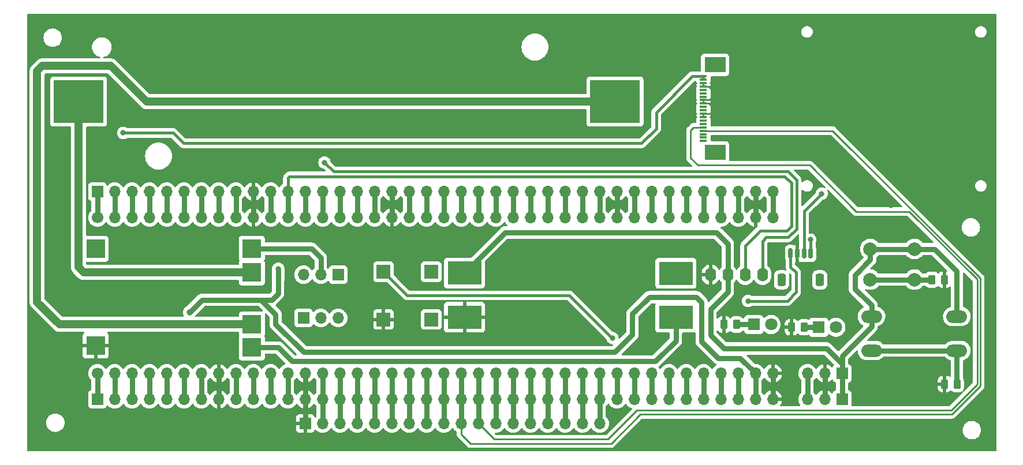
<source format=gbr>
%TF.GenerationSoftware,KiCad,Pcbnew,(7.99.0-200-gad838e3d73)*%
%TF.CreationDate,2024-03-11T18:14:04+07:00*%
%TF.ProjectId,WMS,574d532e-6b69-4636-9164-5f7063625858,rev?*%
%TF.SameCoordinates,Original*%
%TF.FileFunction,Copper,L1,Top*%
%TF.FilePolarity,Positive*%
%FSLAX46Y46*%
G04 Gerber Fmt 4.6, Leading zero omitted, Abs format (unit mm)*
G04 Created by KiCad (PCBNEW (7.99.0-200-gad838e3d73)) date 2024-03-11 18:14:04*
%MOMM*%
%LPD*%
G01*
G04 APERTURE LIST*
G04 Aperture macros list*
%AMRoundRect*
0 Rectangle with rounded corners*
0 $1 Rounding radius*
0 $2 $3 $4 $5 $6 $7 $8 $9 X,Y pos of 4 corners*
0 Add a 4 corners polygon primitive as box body*
4,1,4,$2,$3,$4,$5,$6,$7,$8,$9,$2,$3,0*
0 Add four circle primitives for the rounded corners*
1,1,$1+$1,$2,$3*
1,1,$1+$1,$4,$5*
1,1,$1+$1,$6,$7*
1,1,$1+$1,$8,$9*
0 Add four rect primitives between the rounded corners*
20,1,$1+$1,$2,$3,$4,$5,0*
20,1,$1+$1,$4,$5,$6,$7,0*
20,1,$1+$1,$6,$7,$8,$9,0*
20,1,$1+$1,$8,$9,$2,$3,0*%
G04 Aperture macros list end*
%TA.AperFunction,ComponentPad*%
%ADD10R,1.700000X1.700000*%
%TD*%
%TA.AperFunction,ComponentPad*%
%ADD11O,1.700000X1.700000*%
%TD*%
%TA.AperFunction,SMDPad,CuDef*%
%ADD12R,7.340000X6.350000*%
%TD*%
%TA.AperFunction,SMDPad,CuDef*%
%ADD13RoundRect,0.250000X-0.262500X-0.450000X0.262500X-0.450000X0.262500X0.450000X-0.262500X0.450000X0*%
%TD*%
%TA.AperFunction,ComponentPad*%
%ADD14C,2.000000*%
%TD*%
%TA.AperFunction,SMDPad,CuDef*%
%ADD15R,2.000000X2.000000*%
%TD*%
%TA.AperFunction,SMDPad,CuDef*%
%ADD16RoundRect,0.250000X0.262500X0.450000X-0.262500X0.450000X-0.262500X-0.450000X0.262500X-0.450000X0*%
%TD*%
%TA.AperFunction,SMDPad,CuDef*%
%ADD17R,1.100000X0.300000*%
%TD*%
%TA.AperFunction,SMDPad,CuDef*%
%ADD18R,3.100000X2.300000*%
%TD*%
%TA.AperFunction,ComponentPad*%
%ADD19O,1.600000X2.000000*%
%TD*%
%TA.AperFunction,SMDPad,CuDef*%
%ADD20RoundRect,0.150000X-0.150000X-0.625000X0.150000X-0.625000X0.150000X0.625000X-0.150000X0.625000X0*%
%TD*%
%TA.AperFunction,SMDPad,CuDef*%
%ADD21RoundRect,0.250000X-0.350000X-0.650000X0.350000X-0.650000X0.350000X0.650000X-0.350000X0.650000X0*%
%TD*%
%TA.AperFunction,ComponentPad*%
%ADD22C,1.700000*%
%TD*%
%TA.AperFunction,ComponentPad*%
%ADD23R,1.800000X1.800000*%
%TD*%
%TA.AperFunction,ComponentPad*%
%ADD24C,1.800000*%
%TD*%
%TA.AperFunction,ComponentPad*%
%ADD25O,3.048000X1.850000*%
%TD*%
%TA.AperFunction,ComponentPad*%
%ADD26R,5.000000X3.500000*%
%TD*%
%TA.AperFunction,ComponentPad*%
%ADD27R,2.800000X2.800000*%
%TD*%
%TA.AperFunction,ViaPad*%
%ADD28C,0.800000*%
%TD*%
%TA.AperFunction,Conductor*%
%ADD29C,0.800000*%
%TD*%
%TA.AperFunction,Conductor*%
%ADD30C,0.400000*%
%TD*%
%TA.AperFunction,Conductor*%
%ADD31C,1.200000*%
%TD*%
%TA.AperFunction,Conductor*%
%ADD32C,0.250000*%
%TD*%
G04 APERTURE END LIST*
D10*
%TO.P,SW4,1,A*%
%TO.N,/Subsistem Power/PWR_SWITCH_OUT*%
X110489999Y-90169999D03*
D11*
%TO.P,SW4,2,B*%
%TO.N,/Subsistem Power/TP4056_OUT+*%
X107949999Y-90169999D03*
%TO.P,SW4,3,C*%
%TO.N,unconnected-(SW4-C-Pad3)*%
X105409999Y-90169999D03*
%TD*%
D10*
%TO.P,SW3,1,A*%
%TO.N,/POWER_RFID*%
X105409999Y-96519999D03*
D11*
%TO.P,SW3,2,B*%
%TO.N,+5V*%
X107949999Y-96519999D03*
%TO.P,SW3,3,C*%
%TO.N,/POWER_BARCODE*%
X110489999Y-96519999D03*
%TD*%
D12*
%TO.P,BT1,1,+*%
%TO.N,/Subsistem Power/BAT+*%
X72429999Y-64769999D03*
%TO.P,BT1,2,-*%
%TO.N,/Subsistem Power/BAT-*%
X151089999Y-64769999D03*
%TD*%
D13*
%TO.P,R1,1*%
%TO.N,GND*%
X176991000Y-97891600D03*
%TO.P,R1,2*%
%TO.N,Net-(D1-K)*%
X178816000Y-97891600D03*
%TD*%
D14*
%TO.P,SW2,1,A*%
%TO.N,+5V*%
X188520000Y-86396000D03*
X195020000Y-86396000D03*
%TO.P,SW2,2,B*%
%TO.N,P13_6*%
X188520000Y-90896000D03*
X195020000Y-90896000D03*
%TD*%
D15*
%TO.P,BZ1,1,-*%
%TO.N,P12_3*%
X117149999Y-89743399D03*
%TO.P,BZ1,2,+*%
%TO.N,GND*%
X117149999Y-96743399D03*
%TO.P,BZ1,3*%
%TO.N,N/C*%
X124149999Y-96743399D03*
%TO.P,BZ1,4*%
X124149999Y-89743399D03*
%TD*%
D16*
%TO.P,R3,2*%
%TO.N,GND*%
X199419200Y-106222800D03*
%TO.P,R3,1*%
%TO.N,P13_4*%
X201244200Y-106222800D03*
%TD*%
D13*
%TO.P,R2,1*%
%TO.N,GND*%
X167085000Y-97485200D03*
%TO.P,R2,2*%
%TO.N,Net-(D2-K)*%
X168910000Y-97485200D03*
%TD*%
D10*
%TO.P,J2,1,Pin_1*%
%TO.N,B.TX*%
X75183999Y-108457999D03*
D11*
%TO.P,J2,2,Pin_2*%
%TO.N,B.RTS*%
X77723999Y-108457999D03*
%TO.P,J2,3,Pin_3*%
%TO.N,B.CTS*%
X80263999Y-108457999D03*
%TO.P,J2,4,Pin_4*%
%TO.N,B.RX*%
X82803999Y-108457999D03*
%TO.P,J2,5,Pin_5*%
%TO.N,P6_6*%
X85343999Y-108457999D03*
%TO.P,J2,6,Pin_6*%
%TO.N,P6_7*%
X87883999Y-108457999D03*
%TO.P,J2,7,Pin_7*%
%TO.N,XRES*%
X90423999Y-108457999D03*
%TO.P,J2,8,Pin_8*%
%TO.N,GND*%
X92963999Y-108457999D03*
%TO.P,J2,9,Pin_9*%
%TO.N,VTARG*%
X95503999Y-108457999D03*
%TO.P,J2,10,Pin_10*%
%TO.N,P0_4*%
X98043999Y-108457999D03*
%TO.P,J2,11,Pin_11*%
%TO.N,P13_6*%
X100583999Y-108457999D03*
%TO.P,J2,12,Pin_12*%
%TO.N,P13_7*%
X103123999Y-108457999D03*
%TO.P,J2,13,Pin_13*%
%TO.N,GND*%
X105663999Y-108457999D03*
%TO.P,J2,14,Pin_14*%
%TO.N,P13_5*%
X108203999Y-108457999D03*
%TO.P,J2,15,Pin_15*%
%TO.N,P13_4*%
X110743999Y-108457999D03*
%TO.P,J2,16,Pin_16*%
%TO.N,P13_0*%
X113283999Y-108457999D03*
%TO.P,J2,17,Pin_17*%
%TO.N,P13_3*%
X115823999Y-108457999D03*
%TO.P,J2,18,Pin_18*%
%TO.N,P13_2*%
X118363999Y-108457999D03*
%TO.P,J2,19,Pin_19*%
%TO.N,P13_1*%
X120903999Y-108457999D03*
%TO.P,J2,20,Pin_20*%
%TO.N,VDDIO_0*%
X123443999Y-108457999D03*
%TO.P,J2,21,Pin_21*%
%TO.N,P12_4*%
X125983999Y-108457999D03*
%TO.P,J2,22,Pin_22*%
%TO.N,P12_1*%
X128523999Y-108457999D03*
%TO.P,J2,23,Pin_23*%
%TO.N,P12_0*%
X131063999Y-108457999D03*
%TO.P,J2,24,Pin_24*%
%TO.N,P12_5*%
X133603999Y-108457999D03*
%TO.P,J2,25,Pin_25*%
%TO.N,P11_6*%
X136143999Y-108457999D03*
%TO.P,J2,26,Pin_26*%
%TO.N,P11_5*%
X138683999Y-108457999D03*
%TO.P,J2,27,Pin_27*%
%TO.N,P11_7*%
X141223999Y-108457999D03*
%TO.P,J2,28,Pin_28*%
%TO.N,P11_2*%
X143763999Y-108457999D03*
%TO.P,J2,29,Pin_29*%
%TO.N,P11_3*%
X146303999Y-108457999D03*
%TO.P,J2,30,Pin_30*%
%TO.N,P11_4*%
X148843999Y-108457999D03*
%TO.P,J2,31,Pin_31*%
%TO.N,P12_3*%
X151383999Y-108457999D03*
%TO.P,J2,32,Pin_32*%
%TO.N,P0_5*%
X153923999Y-108457999D03*
%TO.P,J2,33,Pin_33*%
%TO.N,P10_5*%
X156463999Y-108457999D03*
%TO.P,J2,34,Pin_34*%
%TO.N,P10_1*%
X159003999Y-108457999D03*
%TO.P,J2,35,Pin_35*%
%TO.N,P10_2*%
X161543999Y-108457999D03*
%TO.P,J2,36,Pin_36*%
%TO.N,P10_4*%
X164083999Y-108457999D03*
%TO.P,J2,37,Pin_37*%
%TO.N,P10_3*%
X166623999Y-108457999D03*
%TO.P,J2,38,Pin_38*%
%TO.N,P10_0*%
X169163999Y-108457999D03*
%TO.P,J2,39,Pin_39*%
%TO.N,VTARG*%
X171703999Y-108457999D03*
%TO.P,J2,40,Pin_40*%
%TO.N,GND*%
X174243999Y-108457999D03*
%TD*%
D17*
%TO.P,U1,1,VCC*%
%TO.N,/POWER_RFID*%
X164058599Y-61046599D03*
%TO.P,U1,2,VCC*%
X164058599Y-61546599D03*
%TO.P,U1,3,GND*%
%TO.N,GND*%
X164058599Y-62046599D03*
%TO.P,U1,4,GND*%
X164058599Y-62546599D03*
%TO.P,U1,5,EN*%
%TO.N,unconnected-(U1-EN-Pad5)*%
X164058599Y-63046599D03*
%TO.P,U1,6,Reserverd*%
%TO.N,unconnected-(U1-Reserverd-Pad6)*%
X164058599Y-63546599D03*
%TO.P,U1,7,Reserverd*%
%TO.N,unconnected-(U1-Reserverd-Pad7)*%
X164058599Y-64046599D03*
%TO.P,U1,8,GND*%
%TO.N,GND*%
X164058599Y-64546599D03*
%TO.P,U1,9,GND*%
X164058599Y-65046599D03*
%TO.P,U1,10,GPIO1*%
%TO.N,unconnected-(U1-GPIO1-Pad10)*%
X164058599Y-65546599D03*
%TO.P,U1,11,GPIO2*%
%TO.N,unconnected-(U1-GPIO2-Pad11)*%
X164058599Y-66046599D03*
%TO.P,U1,12,GND*%
%TO.N,GND*%
X164058599Y-66546599D03*
%TO.P,U1,13,GND*%
X164058599Y-67046599D03*
%TO.P,U1,14,485_Direction*%
%TO.N,unconnected-(U1-485_Direction-Pad14)*%
X164058599Y-67546599D03*
%TO.P,U1,15,Reserverd*%
%TO.N,unconnected-(U1-Reserverd-Pad15)*%
X164058599Y-68046599D03*
%TO.P,U1,16,RXD*%
%TO.N,P12_0*%
X164058599Y-68546599D03*
%TO.P,U1,17,TXD*%
%TO.N,P12_1*%
X164058599Y-69046599D03*
%TO.P,U1,18,Beeper*%
%TO.N,unconnected-(U1-Beeper-Pad18)*%
X164058599Y-69546599D03*
%TO.P,U1,19,GPIO3*%
%TO.N,unconnected-(U1-GPIO3-Pad19)*%
X164058599Y-70046599D03*
%TO.P,U1,20,GPIO4*%
%TO.N,unconnected-(U1-GPIO4-Pad20)*%
X164058599Y-70546599D03*
D18*
%TO.P,U1,MP*%
%TO.N,N/C*%
X165758599Y-72216599D03*
X165758599Y-59376599D03*
%TD*%
D19*
%TO.P,Brd1,1,GND*%
%TO.N,GND*%
X165099999Y-90169999D03*
%TO.P,Brd1,2,VCC*%
%TO.N,+5V*%
X167639999Y-90169999D03*
%TO.P,Brd1,3,SCL*%
%TO.N,P6_0*%
X170179999Y-90169999D03*
%TO.P,Brd1,4,SDA*%
%TO.N,P6_1*%
X172719999Y-90169999D03*
%TD*%
D10*
%TO.P,J3,1,Pin_1*%
%TO.N,+5V*%
X184403999Y-108457999D03*
D11*
%TO.P,J3,2,Pin_2*%
%TO.N,GND*%
X181863999Y-108457999D03*
%TO.P,J3,3,Pin_3*%
%TO.N,+3V3*%
X179323999Y-108457999D03*
%TD*%
D20*
%TO.P,U4,1,5V*%
%TO.N,/POWER_BARCODE*%
X176808000Y-87052400D03*
%TO.P,U4,2,GND*%
%TO.N,GND*%
X177808000Y-87052400D03*
%TO.P,U4,3,TX*%
%TO.N,P9_0*%
X178808000Y-87052400D03*
%TO.P,U4,4,RX*%
%TO.N,P9_1*%
X179808000Y-87052400D03*
D21*
%TO.P,U4,MP*%
%TO.N,N/C*%
X175508000Y-90927400D03*
X181108000Y-90927400D03*
%TD*%
D13*
%TO.P,R4,1*%
%TO.N,P13_6*%
X197561200Y-90906600D03*
%TO.P,R4,2*%
%TO.N,GND*%
X199386200Y-90906600D03*
%TD*%
D22*
%TO.P,U6,1,P5_0*%
%TO.N,P5_0*%
X75184000Y-81788000D03*
D11*
%TO.P,U6,2,P5_1*%
%TO.N,P5_1*%
X77723999Y-81787999D03*
%TO.P,U6,3,P5_2*%
%TO.N,P5_2*%
X80263999Y-81787999D03*
%TO.P,U6,4,P5_3*%
%TO.N,P5_3*%
X82803999Y-81787999D03*
%TO.P,U6,5,P5_4*%
%TO.N,P5_4*%
X85343999Y-81787999D03*
%TO.P,U6,6,P5_5*%
%TO.N,P5_5*%
X87883999Y-81787999D03*
%TO.P,U6,7,P5_6*%
%TO.N,P5_6*%
X90423999Y-81787999D03*
%TO.P,U6,8,P5_7*%
%TO.N,P5_7*%
X92963999Y-81787999D03*
%TO.P,U6,9,VTARG*%
%TO.N,VTARG*%
X95503999Y-81787999D03*
%TO.P,U6,10,GND*%
%TO.N,GND*%
X98043999Y-81787999D03*
%TO.P,U6,11,VDD_USB*%
%TO.N,VDD_USB*%
X100583999Y-81787999D03*
%TO.P,U6,12,P6_0*%
%TO.N,P6_0*%
X103123999Y-81787999D03*
%TO.P,U6,13,P6_1*%
%TO.N,P6_1*%
X105663999Y-81787999D03*
%TO.P,U6,14,P6_2*%
%TO.N,P6_2*%
X108203999Y-81787999D03*
%TO.P,U6,15,P6_4*%
%TO.N,P6_4*%
X110743999Y-81787999D03*
%TO.P,U6,16,P6_5*%
%TO.N,P6_5*%
X113283999Y-81787999D03*
%TO.P,U6,17,P6_VDD*%
%TO.N,P6_VDD*%
X115823999Y-81787999D03*
%TO.P,U6,18,GND*%
%TO.N,GND*%
X118363999Y-81787999D03*
%TO.P,U6,19,P9_0*%
%TO.N,P9_0*%
X120903999Y-81787999D03*
%TO.P,U6,20,P9_5*%
%TO.N,P9_5*%
X123443999Y-81787999D03*
%TO.P,U6,21,P9_3*%
%TO.N,P9_3*%
X125983999Y-81787999D03*
%TO.P,U6,22,P8_5*%
%TO.N,P8_5*%
X128523999Y-81787999D03*
%TO.P,U6,23,P8_2*%
%TO.N,P8_2*%
X131063999Y-81787999D03*
%TO.P,U6,24,P1_0*%
%TO.N,P1_0*%
X133603999Y-81787999D03*
%TO.P,U6,25,P6_3*%
%TO.N,P6_3*%
X136143999Y-81787999D03*
%TO.P,U6,26,P8_1*%
%TO.N,P8_1*%
X138683999Y-81787999D03*
%TO.P,U6,27,P8_6*%
%TO.N,P8_6*%
X141223999Y-81787999D03*
%TO.P,U6,28,P8_4*%
%TO.N,P8_4*%
X143763999Y-81787999D03*
%TO.P,U6,29,P8_3*%
%TO.N,P8_3*%
X146303999Y-81787999D03*
%TO.P,U6,30,P8_7*%
%TO.N,P8_7*%
X148843999Y-81787999D03*
%TO.P,U6,31,GND*%
%TO.N,GND*%
X151383999Y-81787999D03*
%TO.P,U6,32,P8_0*%
%TO.N,P8_0*%
X153923999Y-81787999D03*
%TO.P,U6,33,P9_2*%
%TO.N,P9_2*%
X156463999Y-81787999D03*
%TO.P,U6,34,P9_1*%
%TO.N,P9_1*%
X159003999Y-81787999D03*
%TO.P,U6,35,P9_4*%
%TO.N,P9_4*%
X161543999Y-81787999D03*
%TO.P,U6,36,P9_7*%
%TO.N,P9_7*%
X164083999Y-81787999D03*
%TO.P,U6,37,P9_6*%
%TO.N,P9_6*%
X166623999Y-81787999D03*
%TO.P,U6,38,VBACKUP*%
%TO.N,VBACKUP*%
X169163999Y-81787999D03*
%TO.P,U6,39,GND*%
%TO.N,GND*%
X171703999Y-81787999D03*
%TO.P,U6,40,VREF*%
%TO.N,VREF*%
X174243999Y-81787999D03*
%TO.P,U6,41,GND*%
%TO.N,GND*%
X174243999Y-104647999D03*
%TO.P,U6,42,VTARG*%
%TO.N,VTARG*%
X171703999Y-104647999D03*
%TO.P,U6,43,P10_0*%
%TO.N,P10_0*%
X169163999Y-104647999D03*
%TO.P,U6,44,P10_3*%
%TO.N,P10_3*%
X166623999Y-104647999D03*
%TO.P,U6,45,P10_4*%
%TO.N,P10_4*%
X164083999Y-104647999D03*
%TO.P,U6,46,P10_2*%
%TO.N,P10_2*%
X161543999Y-104647999D03*
%TO.P,U6,47,P10_1*%
%TO.N,P10_1*%
X159003999Y-104647999D03*
%TO.P,U6,48,P10_5*%
%TO.N,P10_5*%
X156463999Y-104647999D03*
%TO.P,U6,49,P0_5*%
%TO.N,P0_5*%
X153923999Y-104647999D03*
%TO.P,U6,50,P12_3*%
%TO.N,P12_3*%
X151383999Y-104647999D03*
%TO.P,U6,51,P11_4*%
%TO.N,P11_4*%
X148843999Y-104647999D03*
%TO.P,U6,52,P11_3*%
%TO.N,P11_3*%
X146303999Y-104647999D03*
%TO.P,U6,53,P11_2*%
%TO.N,P11_2*%
X143763999Y-104647999D03*
%TO.P,U6,54,P11_7*%
%TO.N,P11_7*%
X141223999Y-104647999D03*
%TO.P,U6,55,P11_5*%
%TO.N,P11_5*%
X138683999Y-104647999D03*
%TO.P,U6,56,P11_6*%
%TO.N,P11_6*%
X136143999Y-104647999D03*
%TO.P,U6,57,P12_5*%
%TO.N,P12_5*%
X133603999Y-104647999D03*
%TO.P,U6,58,P12_0*%
%TO.N,P12_0*%
X131063999Y-104647999D03*
%TO.P,U6,59,P12_1*%
%TO.N,P12_1*%
X128523999Y-104647999D03*
%TO.P,U6,60,P12_4*%
%TO.N,P12_4*%
X125983999Y-104647999D03*
%TO.P,U6,61,VDDIO_0*%
%TO.N,VDDIO_0*%
X123443999Y-104647999D03*
%TO.P,U6,62,P13_1*%
%TO.N,P13_1*%
X120903999Y-104647999D03*
%TO.P,U6,63,P13_2*%
%TO.N,P13_2*%
X118363999Y-104647999D03*
%TO.P,U6,64,P13_3*%
%TO.N,P13_3*%
X115823999Y-104647999D03*
%TO.P,U6,65,P13_0*%
%TO.N,P13_0*%
X113283999Y-104647999D03*
%TO.P,U6,66,P13_4*%
%TO.N,P13_4*%
X110743999Y-104647999D03*
%TO.P,U6,67,P13_5*%
%TO.N,P13_5*%
X108203999Y-104647999D03*
%TO.P,U6,68,GND*%
%TO.N,GND*%
X105663999Y-104647999D03*
%TO.P,U6,69,P13_7*%
%TO.N,P13_7*%
X103123999Y-104647999D03*
%TO.P,U6,70,P13_6*%
%TO.N,P13_6*%
X100583999Y-104647999D03*
%TO.P,U6,71,P0_4*%
%TO.N,P0_4*%
X98043999Y-104647999D03*
%TO.P,U6,72,VTARG*%
%TO.N,VTARG*%
X95503999Y-104647999D03*
%TO.P,U6,73,GND*%
%TO.N,GND*%
X92963999Y-104647999D03*
%TO.P,U6,74,XRES*%
%TO.N,XRES*%
X90423999Y-104647999D03*
%TO.P,U6,75,P6_7*%
%TO.N,P6_7*%
X87883999Y-104647999D03*
%TO.P,U6,76,P6_6*%
%TO.N,P6_6*%
X85343999Y-104647999D03*
%TO.P,U6,77,B.RX*%
%TO.N,B.RX*%
X82803999Y-104647999D03*
%TO.P,U6,78,B.CTS*%
%TO.N,B.CTS*%
X80263999Y-104647999D03*
%TO.P,U6,79,B.RTS*%
%TO.N,B.RTS*%
X77723999Y-104647999D03*
D22*
%TO.P,U6,80,B.TX*%
%TO.N,B.TX*%
X75184000Y-104648000D03*
D11*
%TO.P,U6,81,3V3*%
%TO.N,+3V3*%
X179323999Y-104647999D03*
%TO.P,U6,82,GND*%
%TO.N,GND*%
X181863999Y-104647999D03*
D10*
%TO.P,U6,83,5V*%
%TO.N,+5V*%
X184403999Y-104647999D03*
%TD*%
D23*
%TO.P,D1,1,K*%
%TO.N,Net-(D1-K)*%
X180944599Y-97891599D03*
D24*
%TO.P,D1,2,A*%
%TO.N,P9_2*%
X183484600Y-97891600D03*
%TD*%
D23*
%TO.P,D2,1,K*%
%TO.N,Net-(D2-K)*%
X171449999Y-97485199D03*
D24*
%TO.P,D2,2,A*%
%TO.N,P9_4*%
X173990000Y-97485200D03*
%TD*%
D25*
%TO.P,SW1,1,A*%
%TO.N,+5V*%
X188721999Y-96305999D03*
X201221999Y-96305999D03*
%TO.P,SW1,2,B*%
%TO.N,P13_4*%
X188721999Y-101305999D03*
X201221999Y-101305999D03*
%TD*%
D10*
%TO.P,U5,1,GND*%
%TO.N,GND*%
X105663999Y-112013999D03*
D11*
%TO.P,U5,2,13_5*%
%TO.N,P13_5*%
X108203999Y-112013999D03*
%TO.P,U5,3,13_4*%
%TO.N,P13_4*%
X110743999Y-112013999D03*
%TO.P,U5,4,13_0*%
%TO.N,P13_0*%
X113283999Y-112013999D03*
%TO.P,U5,5,13_3*%
%TO.N,P13_3*%
X115823999Y-112013999D03*
%TO.P,U5,6,13_2*%
%TO.N,P13_2*%
X118363999Y-112013999D03*
%TO.P,U5,7,13_1*%
%TO.N,P13_1*%
X120903999Y-112013999D03*
%TO.P,U5,8,VDDIO_0*%
%TO.N,VDDIO_0*%
X123443999Y-112013999D03*
%TO.P,U5,9,12_4*%
%TO.N,P12_4*%
X125983999Y-112013999D03*
%TO.P,U5,10,12_1*%
%TO.N,P12_1*%
X128523999Y-112013999D03*
%TO.P,U5,11,12_0*%
%TO.N,P12_0*%
X131063999Y-112013999D03*
%TO.P,U5,12,12_5*%
%TO.N,P12_5*%
X133603999Y-112013999D03*
%TO.P,U5,13,11_6*%
%TO.N,P11_6*%
X136143999Y-112013999D03*
%TO.P,U5,14,11_5*%
%TO.N,P11_5*%
X138683999Y-112013999D03*
%TO.P,U5,15,11_7*%
%TO.N,P11_7*%
X141223999Y-112013999D03*
%TO.P,U5,16,11_2*%
%TO.N,P11_2*%
X143763999Y-112013999D03*
%TO.P,U5,17,11_3*%
%TO.N,P11_3*%
X146303999Y-112013999D03*
%TO.P,U5,18,11_4*%
%TO.N,P11_4*%
X148843999Y-112013999D03*
%TD*%
D10*
%TO.P,J1,1,Pin_1*%
%TO.N,P5_0*%
X75183999Y-77977999D03*
D11*
%TO.P,J1,2,Pin_2*%
%TO.N,P5_1*%
X77723999Y-77977999D03*
%TO.P,J1,3,Pin_3*%
%TO.N,P5_2*%
X80263999Y-77977999D03*
%TO.P,J1,4,Pin_4*%
%TO.N,P5_3*%
X82803999Y-77977999D03*
%TO.P,J1,5,Pin_5*%
%TO.N,P5_4*%
X85343999Y-77977999D03*
%TO.P,J1,6,Pin_6*%
%TO.N,P5_5*%
X87883999Y-77977999D03*
%TO.P,J1,7,Pin_7*%
%TO.N,P5_6*%
X90423999Y-77977999D03*
%TO.P,J1,8,Pin_8*%
%TO.N,P5_7*%
X92963999Y-77977999D03*
%TO.P,J1,9,Pin_9*%
%TO.N,VTARG*%
X95503999Y-77977999D03*
%TO.P,J1,10,Pin_10*%
%TO.N,GND*%
X98043999Y-77977999D03*
%TO.P,J1,11,Pin_11*%
%TO.N,VDD_USB*%
X100583999Y-77977999D03*
%TO.P,J1,12,Pin_12*%
%TO.N,P6_0*%
X103123999Y-77977999D03*
%TO.P,J1,13,Pin_13*%
%TO.N,P6_1*%
X105663999Y-77977999D03*
%TO.P,J1,14,Pin_14*%
%TO.N,P6_2*%
X108203999Y-77977999D03*
%TO.P,J1,15,Pin_15*%
%TO.N,P6_4*%
X110743999Y-77977999D03*
%TO.P,J1,16,Pin_16*%
%TO.N,P6_5*%
X113283999Y-77977999D03*
%TO.P,J1,17,Pin_17*%
%TO.N,P6_VDD*%
X115823999Y-77977999D03*
%TO.P,J1,18,Pin_18*%
%TO.N,GND*%
X118363999Y-77977999D03*
%TO.P,J1,19,Pin_19*%
%TO.N,P9_0*%
X120903999Y-77977999D03*
%TO.P,J1,20,Pin_20*%
%TO.N,P9_5*%
X123443999Y-77977999D03*
%TO.P,J1,21,Pin_21*%
%TO.N,P9_3*%
X125983999Y-77977999D03*
%TO.P,J1,22,Pin_22*%
%TO.N,P8_5*%
X128523999Y-77977999D03*
%TO.P,J1,23,Pin_23*%
%TO.N,P8_2*%
X131063999Y-77977999D03*
%TO.P,J1,24,Pin_24*%
%TO.N,P1_0*%
X133603999Y-77977999D03*
%TO.P,J1,25,Pin_25*%
%TO.N,P6_3*%
X136143999Y-77977999D03*
%TO.P,J1,26,Pin_26*%
%TO.N,P8_1*%
X138683999Y-77977999D03*
%TO.P,J1,27,Pin_27*%
%TO.N,P8_6*%
X141223999Y-77977999D03*
%TO.P,J1,28,Pin_28*%
%TO.N,P8_4*%
X143763999Y-77977999D03*
%TO.P,J1,29,Pin_29*%
%TO.N,P8_3*%
X146303999Y-77977999D03*
%TO.P,J1,30,Pin_30*%
%TO.N,P8_7*%
X148843999Y-77977999D03*
%TO.P,J1,31,Pin_31*%
%TO.N,GND*%
X151383999Y-77977999D03*
%TO.P,J1,32,Pin_32*%
%TO.N,P8_0*%
X153923999Y-77977999D03*
%TO.P,J1,33,Pin_33*%
%TO.N,P9_2*%
X156463999Y-77977999D03*
%TO.P,J1,34,Pin_34*%
%TO.N,P9_1*%
X159003999Y-77977999D03*
%TO.P,J1,35,Pin_35*%
%TO.N,P9_4*%
X161543999Y-77977999D03*
%TO.P,J1,36,Pin_36*%
%TO.N,P9_7*%
X164083999Y-77977999D03*
%TO.P,J1,37,Pin_37*%
%TO.N,P9_6*%
X166623999Y-77977999D03*
%TO.P,J1,38,Pin_38*%
%TO.N,VBACKUP*%
X169163999Y-77977999D03*
%TO.P,J1,39,Pin_39*%
%TO.N,GND*%
X171703999Y-77977999D03*
%TO.P,J1,40,Pin_40*%
%TO.N,VREF*%
X174243999Y-77977999D03*
%TD*%
D26*
%TO.P,U3,1,VIN+*%
%TO.N,/Subsistem Power/PWR_SWITCH_OUT*%
X160019999Y-89965999D03*
%TO.P,U3,2,VIN-*%
%TO.N,/Subsistem Power/TP4056_OUT-*%
X160019999Y-96415999D03*
%TO.P,U3,3,VOUT-*%
%TO.N,GND*%
X129019999Y-96415999D03*
%TO.P,U3,4,VOUT+*%
%TO.N,+5V*%
X129019999Y-89915999D03*
%TD*%
D27*
%TO.P,U2,1,5V*%
%TO.N,+5VA*%
X74929999Y-86359999D03*
%TO.P,U2,2,GND*%
%TO.N,GND*%
X74929999Y-100559999D03*
%TO.P,U2,3,OUT+*%
%TO.N,/Subsistem Power/TP4056_OUT+*%
X97829999Y-86359999D03*
%TO.P,U2,4,OUT-*%
%TO.N,/Subsistem Power/TP4056_OUT-*%
X97829999Y-100859999D03*
%TO.P,U2,5,B+*%
%TO.N,/Subsistem Power/BAT+*%
X97829999Y-89859999D03*
%TO.P,U2,6,B-*%
%TO.N,/Subsistem Power/BAT-*%
X97829999Y-97459999D03*
%TD*%
D28*
%TO.N,VTARG*%
X101701600Y-89281000D03*
%TO.N,GND*%
X120319800Y-58496200D03*
X105587800Y-58318400D03*
X100482400Y-98780600D03*
X93497400Y-95250000D03*
X151434800Y-110998000D03*
X179019200Y-78968600D03*
X161950400Y-99669600D03*
X155651200Y-96875600D03*
%TO.N,VTARG*%
X88646000Y-95656400D03*
%TO.N,GND*%
X197866000Y-80086200D03*
X190804800Y-82397600D03*
X173075600Y-71424800D03*
X186740800Y-76403200D03*
X191566800Y-79984600D03*
X197535800Y-88569800D03*
%TO.N,P9_1*%
X179730400Y-85039200D03*
%TO.N,P9_0*%
X181406800Y-78282800D03*
%TO.N,/POWER_BARCODE*%
X170586400Y-94030800D03*
%TO.N,P6_1*%
X108483400Y-73710800D03*
%TO.N,/POWER_RFID*%
X78968600Y-69367400D03*
%TO.N,P12_3*%
X150723600Y-99466400D03*
%TD*%
D29*
%TO.N,VTARG*%
X101676200Y-92964000D02*
X101701600Y-89281000D01*
X100787200Y-93853000D02*
X101676200Y-92964000D01*
X99187000Y-93853000D02*
X100787200Y-93853000D01*
X88722200Y-95656400D02*
X88646000Y-95656400D01*
X90525600Y-93853000D02*
X88722200Y-95656400D01*
X99187000Y-93853000D02*
X90525600Y-93853000D01*
X101320600Y-95986600D02*
X99187000Y-93853000D01*
X101320600Y-97459800D02*
X101320600Y-95986600D01*
X105410000Y-101549200D02*
X101320600Y-97459800D01*
X151079200Y-101549200D02*
X105410000Y-101549200D01*
X153644600Y-98983800D02*
X151079200Y-101549200D01*
X153644600Y-95935800D02*
X153644600Y-98983800D01*
X163042600Y-93472000D02*
X156108400Y-93472000D01*
X163804600Y-99974400D02*
X163804600Y-94234000D01*
X156108400Y-93472000D02*
X153644600Y-95935800D01*
X166243000Y-102412800D02*
X163804600Y-99974400D01*
X169468800Y-102412800D02*
X166243000Y-102412800D01*
X163804600Y-94234000D02*
X163042600Y-93472000D01*
X171704000Y-104648000D02*
X169468800Y-102412800D01*
X88646000Y-95732600D02*
X88798400Y-95580200D01*
X88646000Y-95656400D02*
X88646000Y-95732600D01*
D30*
%TO.N,P12_3*%
X120599200Y-93192600D02*
X117150000Y-89743400D01*
X150647400Y-99466400D02*
X144373600Y-93192600D01*
X144373600Y-93192600D02*
X120599200Y-93192600D01*
X150723600Y-99466400D02*
X150647400Y-99466400D01*
%TO.N,/POWER_RFID*%
X162422600Y-61046600D02*
X164058600Y-61046600D01*
X157124400Y-66344800D02*
X162422600Y-61046600D01*
X157124400Y-68757800D02*
X157124400Y-66344800D01*
X154990800Y-70891400D02*
X157124400Y-68757800D01*
X87807800Y-70891400D02*
X154990800Y-70891400D01*
X86283800Y-69367400D02*
X87807800Y-70891400D01*
X78968600Y-69367400D02*
X86283800Y-69367400D01*
%TO.N,/POWER_BARCODE*%
X176808000Y-89025600D02*
X176808000Y-87052400D01*
X177647600Y-89865200D02*
X176808000Y-89025600D01*
X177647600Y-92735400D02*
X177647600Y-89865200D01*
X176352200Y-94030800D02*
X177647600Y-92735400D01*
X170586400Y-94030800D02*
X176352200Y-94030800D01*
D31*
%TO.N,/Subsistem Power/BAT-*%
X69596200Y-97460000D02*
X97830000Y-97460000D01*
X66344800Y-94208600D02*
X69596200Y-97460000D01*
X67106800Y-59537600D02*
X66344800Y-60299600D01*
X66344800Y-60299600D02*
X66344800Y-94208600D01*
X77139800Y-59537600D02*
X67106800Y-59537600D01*
X82372200Y-64770000D02*
X77139800Y-59537600D01*
X151090000Y-64770000D02*
X82372200Y-64770000D01*
D30*
%TO.N,P9_1*%
X179808000Y-85116800D02*
X179730400Y-85039200D01*
X179808000Y-87052400D02*
X179808000Y-85116800D01*
%TO.N,P9_0*%
X178808000Y-80881600D02*
X181406800Y-78282800D01*
X178808000Y-87052400D02*
X178808000Y-80881600D01*
D32*
%TO.N,P12_1*%
X128524000Y-113588800D02*
X128524000Y-112014000D01*
X129895600Y-114960400D02*
X128524000Y-113588800D01*
X154813000Y-110667800D02*
X150520400Y-114960400D01*
X150520400Y-114960400D02*
X129895600Y-114960400D01*
X204647800Y-106502200D02*
X200482200Y-110667800D01*
X200482200Y-110667800D02*
X154813000Y-110667800D01*
X183016400Y-69046600D02*
X204647800Y-90678000D01*
X204647800Y-90678000D02*
X204647800Y-106502200D01*
X164058600Y-69046600D02*
X183016400Y-69046600D01*
%TO.N,P12_0*%
X133375400Y-114325400D02*
X131064000Y-112014000D01*
X150063200Y-114325400D02*
X133375400Y-114325400D01*
X154305000Y-110083600D02*
X150063200Y-114325400D01*
X200387800Y-110083600D02*
X154305000Y-110083600D01*
X204197800Y-106273600D02*
X200387800Y-110083600D01*
X204197800Y-90864396D02*
X204197800Y-106273600D01*
X163245800Y-74117200D02*
X179679600Y-74117200D01*
X162179000Y-73050400D02*
X163245800Y-74117200D01*
X179679600Y-74117200D02*
X186474798Y-80912398D01*
X162179000Y-68986400D02*
X162179000Y-73050400D01*
X162618800Y-68546600D02*
X162179000Y-68986400D01*
X186474798Y-80912398D02*
X194245802Y-80912398D01*
X164058600Y-68546600D02*
X162618800Y-68546600D01*
X194245802Y-80912398D02*
X204197800Y-90864396D01*
D30*
%TO.N,P6_1*%
X176453800Y-75031600D02*
X109804200Y-75031600D01*
X177723800Y-76301600D02*
X176453800Y-75031600D01*
X177723800Y-83464400D02*
X177723800Y-76301600D01*
X176504600Y-84683600D02*
X177723800Y-83464400D01*
X172720000Y-85217000D02*
X173253400Y-84683600D01*
X173253400Y-84683600D02*
X176504600Y-84683600D01*
X172720000Y-90170000D02*
X172720000Y-85217000D01*
X109804200Y-75031600D02*
X108483400Y-73710800D01*
%TO.N,P6_0*%
X175996600Y-75742800D02*
X103352600Y-75742800D01*
X103352600Y-75742800D02*
X103124000Y-75971400D01*
X176301400Y-83718400D02*
X176987200Y-83032600D01*
X176987200Y-76733400D02*
X175996600Y-75742800D01*
X103124000Y-75971400D02*
X103124000Y-77978000D01*
X172364400Y-83718400D02*
X176301400Y-83718400D01*
X176987200Y-83032600D02*
X176987200Y-76733400D01*
X170180000Y-85902800D02*
X172364400Y-83718400D01*
X170180000Y-90170000D02*
X170180000Y-85902800D01*
D29*
%TO.N,Net-(D1-K)*%
X178816000Y-97891600D02*
X180944600Y-97891600D01*
%TO.N,Net-(D2-K)*%
X168910000Y-97485200D02*
X171450000Y-97485200D01*
D32*
%TO.N,GND*%
X164060000Y-66548000D02*
X164058600Y-66546600D01*
X165201600Y-66370200D02*
X165023800Y-66548000D01*
X165201600Y-65379600D02*
X165201600Y-66370200D01*
X165023800Y-66548000D02*
X164060000Y-66548000D01*
X164868600Y-65046600D02*
X165201600Y-65379600D01*
X164058600Y-65046600D02*
X164868600Y-65046600D01*
X165176200Y-64262000D02*
X164891600Y-64546600D01*
X165176200Y-62865000D02*
X165176200Y-64262000D01*
X164891600Y-64546600D02*
X164058600Y-64546600D01*
X164857800Y-62546600D02*
X165176200Y-62865000D01*
X164058600Y-62546600D02*
X164857800Y-62546600D01*
X164058600Y-66546600D02*
X164058600Y-67046600D01*
X164058600Y-64546600D02*
X164058600Y-65046600D01*
X164058600Y-62046600D02*
X164058600Y-62546600D01*
D30*
%TO.N,/POWER_RFID*%
X164058600Y-61046600D02*
X164058600Y-61496600D01*
D31*
%TO.N,/Subsistem Power/BAT+*%
X97824800Y-89865200D02*
X97830000Y-89860000D01*
X73202800Y-89865200D02*
X97824800Y-89865200D01*
X72430000Y-89092400D02*
X73202800Y-89865200D01*
X72430000Y-64770000D02*
X72430000Y-89092400D01*
D29*
%TO.N,/Subsistem Power/TP4056_OUT+*%
X107950000Y-87706200D02*
X107950000Y-90170000D01*
X106603800Y-86360000D02*
X107950000Y-87706200D01*
X97830000Y-86360000D02*
X106603800Y-86360000D01*
%TO.N,+5V*%
X134963600Y-83972400D02*
X165963600Y-83972400D01*
X129020000Y-89916000D02*
X134963600Y-83972400D01*
X165963600Y-83972400D02*
X167640000Y-85648800D01*
X167640000Y-85648800D02*
X167640000Y-90170000D01*
%TO.N,/Subsistem Power/TP4056_OUT-*%
X160020000Y-99872800D02*
X160020000Y-96416000D01*
X103708200Y-102895400D02*
X156997400Y-102895400D01*
X156997400Y-102895400D02*
X160020000Y-99872800D01*
X101672800Y-100860000D02*
X103708200Y-102895400D01*
X97830000Y-100860000D02*
X101672800Y-100860000D01*
%TO.N,P13_6*%
X195020000Y-90896000D02*
X188520000Y-90896000D01*
%TO.N,P13_4*%
X201222000Y-106200600D02*
X201244200Y-106222800D01*
X201222000Y-101306000D02*
X201222000Y-106200600D01*
%TO.N,P13_6*%
X195030600Y-90906600D02*
X195020000Y-90896000D01*
X197561200Y-90906600D02*
X195030600Y-90906600D01*
%TO.N,P13_4*%
X188722000Y-101306000D02*
X201222000Y-101306000D01*
%TO.N,+5V*%
X167640000Y-92710000D02*
X167640000Y-90170000D01*
X165100000Y-95250000D02*
X167640000Y-92710000D01*
X167030400Y-100990400D02*
X165100000Y-99060000D01*
X165100000Y-99060000D02*
X165100000Y-95250000D01*
X182143400Y-100990400D02*
X167030400Y-100990400D01*
%TO.N,GND*%
X171704000Y-77978000D02*
X171704000Y-81788000D01*
X118364000Y-77978000D02*
X118364000Y-81788000D01*
X98044000Y-77978000D02*
X98044000Y-81788000D01*
X105664000Y-108458000D02*
X105664000Y-112014000D01*
X174244000Y-104648000D02*
X174244000Y-108458000D01*
X181864000Y-104648000D02*
X181864000Y-108458000D01*
X151384000Y-77978000D02*
X151384000Y-81788000D01*
X92964000Y-104648000D02*
X92964000Y-108458000D01*
X105664000Y-104648000D02*
X105664000Y-108458000D01*
%TO.N,+5V*%
X184404000Y-103251000D02*
X182143400Y-100990400D01*
X188722000Y-94691200D02*
X186283600Y-92252800D01*
X188722000Y-96306000D02*
X188722000Y-94691200D01*
X184404000Y-102108000D02*
X188722000Y-97790000D01*
X188520000Y-87984400D02*
X188520000Y-86396000D01*
X188520000Y-86396000D02*
X195020000Y-86396000D01*
X184404000Y-104648000D02*
X184404000Y-102108000D01*
X188722000Y-97790000D02*
X188722000Y-96306000D01*
X201222000Y-89665200D02*
X201222000Y-96306000D01*
X186283600Y-90220800D02*
X188520000Y-87984400D01*
X186283600Y-92252800D02*
X186283600Y-90220800D01*
X184404000Y-104648000D02*
X184404000Y-108458000D01*
X197952800Y-86396000D02*
X201222000Y-89665200D01*
X184404000Y-104648000D02*
X184404000Y-103251000D01*
X195020000Y-86396000D02*
X197952800Y-86396000D01*
%TO.N,P6_0*%
X103124000Y-77978000D02*
X103124000Y-81788000D01*
%TO.N,P6_1*%
X105664000Y-77978000D02*
X105664000Y-81788000D01*
%TO.N,P12_3*%
X151384000Y-104648000D02*
X151384000Y-108458000D01*
%TO.N,P9_2*%
X156464000Y-77978000D02*
X156464000Y-81788000D01*
%TO.N,P9_4*%
X161544000Y-77978000D02*
X161544000Y-81788000D01*
%TO.N,P5_0*%
X75184000Y-77978000D02*
X75184000Y-81788000D01*
%TO.N,P5_1*%
X77724000Y-77978000D02*
X77724000Y-81788000D01*
%TO.N,P5_2*%
X80264000Y-77978000D02*
X80264000Y-81788000D01*
%TO.N,P5_3*%
X82804000Y-77978000D02*
X82804000Y-81788000D01*
%TO.N,P5_4*%
X85344000Y-77978000D02*
X85344000Y-81788000D01*
%TO.N,P5_5*%
X87884000Y-77978000D02*
X87884000Y-81788000D01*
%TO.N,P5_6*%
X90424000Y-77978000D02*
X90424000Y-81788000D01*
%TO.N,P5_7*%
X92964000Y-77978000D02*
X92964000Y-81788000D01*
%TO.N,VTARG*%
X95504000Y-77978000D02*
X95504000Y-81788000D01*
X171704000Y-104648000D02*
X171704000Y-108458000D01*
X95504000Y-104648000D02*
X95504000Y-108458000D01*
%TO.N,VDD_USB*%
X100584000Y-77978000D02*
X100584000Y-81788000D01*
%TO.N,P6_2*%
X108204000Y-77978000D02*
X108204000Y-81788000D01*
%TO.N,P6_4*%
X110744000Y-77978000D02*
X110744000Y-81788000D01*
%TO.N,P6_5*%
X113284000Y-77978000D02*
X113284000Y-81788000D01*
%TO.N,P6_VDD*%
X115824000Y-77978000D02*
X115824000Y-81788000D01*
%TO.N,P9_0*%
X120904000Y-77978000D02*
X120904000Y-81788000D01*
%TO.N,P9_5*%
X123444000Y-77978000D02*
X123444000Y-81788000D01*
%TO.N,P9_3*%
X125984000Y-77978000D02*
X125984000Y-81788000D01*
%TO.N,P8_5*%
X128524000Y-77978000D02*
X128524000Y-81788000D01*
%TO.N,P8_2*%
X131064000Y-77978000D02*
X131064000Y-81788000D01*
%TO.N,P1_0*%
X133604000Y-77978000D02*
X133604000Y-81788000D01*
%TO.N,P6_3*%
X136144000Y-77978000D02*
X136144000Y-81788000D01*
%TO.N,P8_1*%
X138684000Y-77978000D02*
X138684000Y-81788000D01*
%TO.N,P8_6*%
X141224000Y-77978000D02*
X141224000Y-81788000D01*
%TO.N,P8_4*%
X143764000Y-77978000D02*
X143764000Y-81788000D01*
%TO.N,P8_3*%
X146304000Y-77978000D02*
X146304000Y-81788000D01*
%TO.N,P8_7*%
X148844000Y-77978000D02*
X148844000Y-81788000D01*
%TO.N,P8_0*%
X153924000Y-77978000D02*
X153924000Y-81788000D01*
%TO.N,P9_1*%
X159004000Y-77978000D02*
X159004000Y-81788000D01*
%TO.N,P9_7*%
X164084000Y-77978000D02*
X164084000Y-81788000D01*
%TO.N,P9_6*%
X166624000Y-77978000D02*
X166624000Y-81788000D01*
%TO.N,VBACKUP*%
X169164000Y-77978000D02*
X169164000Y-81788000D01*
%TO.N,VREF*%
X174244000Y-77978000D02*
X174244000Y-81788000D01*
%TO.N,B.TX*%
X75184000Y-104648000D02*
X75184000Y-108458000D01*
%TO.N,B.RTS*%
X77724000Y-104648000D02*
X77724000Y-108458000D01*
%TO.N,B.CTS*%
X80264000Y-104648000D02*
X80264000Y-108458000D01*
%TO.N,B.RX*%
X82804000Y-104648000D02*
X82804000Y-108458000D01*
%TO.N,P6_6*%
X85344000Y-108458000D02*
X85344000Y-104648000D01*
%TO.N,P6_7*%
X87884000Y-104648000D02*
X87884000Y-108458000D01*
%TO.N,XRES*%
X90424000Y-104648000D02*
X90424000Y-108458000D01*
%TO.N,P0_4*%
X98044000Y-104648000D02*
X98044000Y-108458000D01*
%TO.N,P13_6*%
X100584000Y-104648000D02*
X100584000Y-108458000D01*
%TO.N,P13_7*%
X103124000Y-104648000D02*
X103124000Y-108458000D01*
%TO.N,P13_5*%
X108204000Y-104648000D02*
X108204000Y-108458000D01*
X108204000Y-108458000D02*
X108204000Y-112014000D01*
%TO.N,P13_4*%
X110744000Y-108458000D02*
X110744000Y-112014000D01*
X110744000Y-104648000D02*
X110744000Y-108458000D01*
%TO.N,P13_0*%
X113284000Y-112014000D02*
X113284000Y-108458000D01*
X113284000Y-108458000D02*
X113284000Y-104648000D01*
%TO.N,P13_3*%
X115824000Y-104648000D02*
X115824000Y-108458000D01*
X115824000Y-108458000D02*
X115824000Y-112014000D01*
%TO.N,P13_2*%
X118364000Y-112014000D02*
X118364000Y-108458000D01*
X118364000Y-108458000D02*
X118364000Y-104648000D01*
%TO.N,P13_1*%
X120904000Y-104648000D02*
X120904000Y-108458000D01*
X120904000Y-108458000D02*
X120904000Y-112014000D01*
%TO.N,VDDIO_0*%
X123444000Y-108458000D02*
X123444000Y-104648000D01*
X123444000Y-112014000D02*
X123444000Y-108458000D01*
%TO.N,P12_4*%
X125984000Y-108458000D02*
X125984000Y-112014000D01*
X125984000Y-104648000D02*
X125984000Y-108458000D01*
%TO.N,P12_1*%
X128524000Y-112014000D02*
X128524000Y-108458000D01*
X128524000Y-108458000D02*
X128524000Y-104648000D01*
%TO.N,P12_0*%
X131064000Y-104648000D02*
X131064000Y-108458000D01*
X131064000Y-108458000D02*
X131064000Y-112014000D01*
%TO.N,P12_5*%
X133604000Y-108458000D02*
X133604000Y-104648000D01*
X133604000Y-112014000D02*
X133604000Y-108458000D01*
%TO.N,P11_6*%
X136144000Y-108458000D02*
X136144000Y-112014000D01*
X136144000Y-104648000D02*
X136144000Y-108458000D01*
%TO.N,P11_5*%
X138684000Y-108458000D02*
X138684000Y-104648000D01*
X138684000Y-112014000D02*
X138684000Y-108458000D01*
%TO.N,P11_7*%
X141224000Y-104648000D02*
X141224000Y-108458000D01*
X141224000Y-108458000D02*
X141224000Y-112014000D01*
%TO.N,P11_2*%
X143764000Y-108458000D02*
X143764000Y-104648000D01*
X143764000Y-112014000D02*
X143764000Y-108458000D01*
%TO.N,P11_3*%
X146304000Y-108458000D02*
X146304000Y-112014000D01*
X146304000Y-104648000D02*
X146304000Y-108458000D01*
%TO.N,P11_4*%
X148844000Y-112014000D02*
X148844000Y-108458000D01*
X148844000Y-108458000D02*
X148844000Y-104648000D01*
%TO.N,P0_5*%
X153924000Y-108458000D02*
X153924000Y-104648000D01*
%TO.N,P10_5*%
X156464000Y-104648000D02*
X156464000Y-108458000D01*
%TO.N,P10_1*%
X159004000Y-104648000D02*
X159004000Y-108458000D01*
%TO.N,P10_2*%
X161544000Y-104648000D02*
X161544000Y-108458000D01*
%TO.N,P10_4*%
X164084000Y-104648000D02*
X164084000Y-108458000D01*
%TO.N,P10_3*%
X166624000Y-104648000D02*
X166624000Y-108458000D01*
%TO.N,P10_0*%
X169164000Y-104648000D02*
X169164000Y-108458000D01*
%TO.N,+3V3*%
X179324000Y-104648000D02*
X179324000Y-108458000D01*
%TD*%
%TA.AperFunction,Conductor*%
%TO.N,GND*%
G36*
X152711257Y-109104976D02*
G01*
X152755575Y-109143842D01*
X152882395Y-109324961D01*
X152882401Y-109324968D01*
X152885505Y-109329401D01*
X153052599Y-109496495D01*
X153057031Y-109499598D01*
X153057033Y-109499600D01*
X153201260Y-109600589D01*
X153246170Y-109632035D01*
X153460337Y-109731903D01*
X153498763Y-109742199D01*
X153554352Y-109774292D01*
X153586447Y-109829879D01*
X153586447Y-109894067D01*
X153554353Y-109949655D01*
X149840428Y-113663581D01*
X149800200Y-113690461D01*
X149752747Y-113699900D01*
X133685853Y-113699900D01*
X133638400Y-113690461D01*
X133598172Y-113663581D01*
X133515459Y-113580868D01*
X133485209Y-113531505D01*
X133480667Y-113473789D01*
X133502822Y-113420302D01*
X133546845Y-113382702D01*
X133601928Y-113369477D01*
X133604000Y-113369659D01*
X133839408Y-113349063D01*
X134067663Y-113287903D01*
X134281830Y-113188035D01*
X134475401Y-113052495D01*
X134642495Y-112885401D01*
X134731422Y-112758401D01*
X134772425Y-112699842D01*
X134816743Y-112660976D01*
X134874000Y-112646965D01*
X134931257Y-112660976D01*
X134975575Y-112699842D01*
X135102395Y-112880961D01*
X135102401Y-112880968D01*
X135105505Y-112885401D01*
X135272599Y-113052495D01*
X135466170Y-113188035D01*
X135680337Y-113287903D01*
X135908592Y-113349063D01*
X136144000Y-113369659D01*
X136379408Y-113349063D01*
X136607663Y-113287903D01*
X136821830Y-113188035D01*
X137015401Y-113052495D01*
X137182495Y-112885401D01*
X137271422Y-112758401D01*
X137312425Y-112699842D01*
X137356743Y-112660976D01*
X137414000Y-112646965D01*
X137471257Y-112660976D01*
X137515575Y-112699842D01*
X137642395Y-112880961D01*
X137642401Y-112880968D01*
X137645505Y-112885401D01*
X137812599Y-113052495D01*
X138006170Y-113188035D01*
X138220337Y-113287903D01*
X138448592Y-113349063D01*
X138684000Y-113369659D01*
X138919408Y-113349063D01*
X139147663Y-113287903D01*
X139361830Y-113188035D01*
X139555401Y-113052495D01*
X139722495Y-112885401D01*
X139811422Y-112758401D01*
X139852425Y-112699842D01*
X139896743Y-112660976D01*
X139954000Y-112646965D01*
X140011257Y-112660976D01*
X140055575Y-112699842D01*
X140182395Y-112880961D01*
X140182401Y-112880968D01*
X140185505Y-112885401D01*
X140352599Y-113052495D01*
X140546170Y-113188035D01*
X140760337Y-113287903D01*
X140988592Y-113349063D01*
X141224000Y-113369659D01*
X141459408Y-113349063D01*
X141687663Y-113287903D01*
X141901830Y-113188035D01*
X142095401Y-113052495D01*
X142262495Y-112885401D01*
X142351422Y-112758401D01*
X142392425Y-112699842D01*
X142436743Y-112660976D01*
X142494000Y-112646965D01*
X142551257Y-112660976D01*
X142595575Y-112699842D01*
X142722395Y-112880961D01*
X142722401Y-112880968D01*
X142725505Y-112885401D01*
X142892599Y-113052495D01*
X143086170Y-113188035D01*
X143300337Y-113287903D01*
X143528592Y-113349063D01*
X143764000Y-113369659D01*
X143999408Y-113349063D01*
X144227663Y-113287903D01*
X144441830Y-113188035D01*
X144635401Y-113052495D01*
X144802495Y-112885401D01*
X144891422Y-112758401D01*
X144932425Y-112699842D01*
X144976743Y-112660976D01*
X145034000Y-112646965D01*
X145091257Y-112660976D01*
X145135575Y-112699842D01*
X145262395Y-112880961D01*
X145262401Y-112880968D01*
X145265505Y-112885401D01*
X145432599Y-113052495D01*
X145626170Y-113188035D01*
X145840337Y-113287903D01*
X146068592Y-113349063D01*
X146304000Y-113369659D01*
X146539408Y-113349063D01*
X146767663Y-113287903D01*
X146981830Y-113188035D01*
X147175401Y-113052495D01*
X147342495Y-112885401D01*
X147431422Y-112758401D01*
X147472425Y-112699842D01*
X147516743Y-112660976D01*
X147574000Y-112646965D01*
X147631257Y-112660976D01*
X147675575Y-112699842D01*
X147802395Y-112880961D01*
X147802401Y-112880968D01*
X147805505Y-112885401D01*
X147972599Y-113052495D01*
X148166170Y-113188035D01*
X148380337Y-113287903D01*
X148608592Y-113349063D01*
X148844000Y-113369659D01*
X149079408Y-113349063D01*
X149307663Y-113287903D01*
X149521830Y-113188035D01*
X149715401Y-113052495D01*
X149882495Y-112885401D01*
X150018035Y-112691830D01*
X150117903Y-112477663D01*
X150179063Y-112249408D01*
X150199659Y-112014000D01*
X150179063Y-111778592D01*
X150117903Y-111550337D01*
X150018035Y-111336171D01*
X149882495Y-111142599D01*
X149780819Y-111040922D01*
X149753939Y-111000695D01*
X149744500Y-110953242D01*
X149744500Y-109518758D01*
X149753939Y-109471305D01*
X149780819Y-109431077D01*
X149820539Y-109391357D01*
X149882495Y-109329401D01*
X150012424Y-109143842D01*
X150056743Y-109104976D01*
X150114000Y-109090965D01*
X150171257Y-109104976D01*
X150215575Y-109143842D01*
X150342395Y-109324961D01*
X150342401Y-109324968D01*
X150345505Y-109329401D01*
X150512599Y-109496495D01*
X150517031Y-109499598D01*
X150517033Y-109499600D01*
X150661260Y-109600589D01*
X150706170Y-109632035D01*
X150920337Y-109731903D01*
X151148592Y-109793063D01*
X151384000Y-109813659D01*
X151619408Y-109793063D01*
X151847663Y-109731903D01*
X152061830Y-109632035D01*
X152255401Y-109496495D01*
X152422495Y-109329401D01*
X152552424Y-109143842D01*
X152596743Y-109104976D01*
X152654000Y-109090965D01*
X152711257Y-109104976D01*
G37*
%TD.AperFunction*%
%TA.AperFunction,Conductor*%
G36*
X193804898Y-87306944D02*
G01*
X193846318Y-87336517D01*
X193996784Y-87499967D01*
X193996787Y-87499970D01*
X194000256Y-87503738D01*
X194196491Y-87656474D01*
X194415190Y-87774828D01*
X194650386Y-87855571D01*
X194895665Y-87896500D01*
X195139201Y-87896500D01*
X195144335Y-87896500D01*
X195389614Y-87855571D01*
X195624810Y-87774828D01*
X195843509Y-87656474D01*
X196039744Y-87503738D01*
X196193681Y-87336517D01*
X196235102Y-87306944D01*
X196284912Y-87296500D01*
X197528439Y-87296500D01*
X197575892Y-87305939D01*
X197616120Y-87332819D01*
X199778220Y-89494919D01*
X199808470Y-89544282D01*
X199813012Y-89601998D01*
X199790857Y-89655485D01*
X199746834Y-89693085D01*
X199690539Y-89706600D01*
X199652526Y-89706600D01*
X199639650Y-89710050D01*
X199636200Y-89722926D01*
X199636200Y-92090273D01*
X199639650Y-92103148D01*
X199652526Y-92106599D01*
X199695529Y-92106599D01*
X199701811Y-92106278D01*
X199794659Y-92096794D01*
X199807822Y-92093976D01*
X199960967Y-92043229D01*
X199973966Y-92037167D01*
X200110900Y-91952706D01*
X200120588Y-91945046D01*
X200183998Y-91919048D01*
X200251532Y-91930702D01*
X200302562Y-91976447D01*
X200321500Y-92042311D01*
X200321500Y-94815626D01*
X200309758Y-94868295D01*
X200276757Y-94910990D01*
X200228746Y-94935625D01*
X200151492Y-94955740D01*
X200151480Y-94955743D01*
X200146392Y-94957069D01*
X200141590Y-94959239D01*
X200141586Y-94959241D01*
X199930079Y-95054847D01*
X199930066Y-95054854D01*
X199925277Y-95057019D01*
X199920914Y-95059967D01*
X199920910Y-95059970D01*
X199728602Y-95189948D01*
X199728598Y-95189950D01*
X199724235Y-95192900D01*
X199720435Y-95196541D01*
X199720430Y-95196546D01*
X199552847Y-95357161D01*
X199552841Y-95357167D01*
X199549048Y-95360803D01*
X199545926Y-95365024D01*
X199545920Y-95365031D01*
X199430054Y-95521693D01*
X199404756Y-95555898D01*
X199402391Y-95560587D01*
X199402387Y-95560595D01*
X199308130Y-95747544D01*
X199295512Y-95772571D01*
X199293971Y-95777601D01*
X199293970Y-95777605D01*
X199225998Y-95999556D01*
X199225995Y-95999566D01*
X199224457Y-96004591D01*
X199223788Y-96009809D01*
X199223788Y-96009813D01*
X199194303Y-96240063D01*
X199193635Y-96245281D01*
X199193858Y-96250535D01*
X199193858Y-96250540D01*
X199203509Y-96477717D01*
X199203934Y-96487719D01*
X199205041Y-96492860D01*
X199205043Y-96492868D01*
X199252944Y-96715130D01*
X199255056Y-96724928D01*
X199257018Y-96729811D01*
X199257020Y-96729817D01*
X199312050Y-96866764D01*
X199345532Y-96950086D01*
X199366206Y-96983663D01*
X199469999Y-97152234D01*
X199470002Y-97152238D01*
X199472758Y-97156714D01*
X199476231Y-97160660D01*
X199476234Y-97160664D01*
X199508945Y-97197830D01*
X199633075Y-97338869D01*
X199821870Y-97491311D01*
X199935845Y-97554981D01*
X200023626Y-97604019D01*
X200033712Y-97609653D01*
X200262507Y-97690491D01*
X200501672Y-97731500D01*
X201878923Y-97731500D01*
X201881554Y-97731500D01*
X202062782Y-97716075D01*
X202297608Y-97654931D01*
X202518723Y-97554981D01*
X202719765Y-97419100D01*
X202894952Y-97251197D01*
X203039244Y-97056102D01*
X203148488Y-96839429D01*
X203219543Y-96607409D01*
X203250365Y-96366719D01*
X203240066Y-96124281D01*
X203188944Y-95887072D01*
X203098468Y-95661914D01*
X202998306Y-95499241D01*
X202974000Y-95459765D01*
X202973998Y-95459763D01*
X202971242Y-95455286D01*
X202948276Y-95429192D01*
X202901987Y-95376597D01*
X202810925Y-95273131D01*
X202622130Y-95120689D01*
X202573900Y-95093746D01*
X202414888Y-95004916D01*
X202414881Y-95004912D01*
X202410288Y-95002347D01*
X202405322Y-95000592D01*
X202405319Y-95000591D01*
X202205191Y-94929882D01*
X202161975Y-94903693D01*
X202132796Y-94862437D01*
X202122500Y-94812965D01*
X202122500Y-89973048D01*
X202136015Y-89916753D01*
X202173615Y-89872730D01*
X202227102Y-89850575D01*
X202284818Y-89855117D01*
X202334181Y-89885367D01*
X203535981Y-91087167D01*
X203562861Y-91127395D01*
X203572300Y-91174848D01*
X203572300Y-105963148D01*
X203562861Y-106010601D01*
X203535981Y-106050829D01*
X202292721Y-107294088D01*
X202241754Y-107324847D01*
X202182325Y-107328309D01*
X202145445Y-107311545D01*
X202162209Y-107348425D01*
X202158747Y-107407854D01*
X202127988Y-107458821D01*
X200165028Y-109421781D01*
X200124800Y-109448661D01*
X200077347Y-109458100D01*
X185878500Y-109458100D01*
X185816500Y-109441487D01*
X185771113Y-109396100D01*
X185754500Y-109334100D01*
X185754499Y-107563439D01*
X185754499Y-107560128D01*
X185748091Y-107500517D01*
X185697796Y-107365669D01*
X185611546Y-107250454D01*
X185496331Y-107164204D01*
X185488021Y-107161104D01*
X185488020Y-107161104D01*
X185448207Y-107146255D01*
X185385165Y-107122741D01*
X185342931Y-107096304D01*
X185314512Y-107055374D01*
X185304500Y-107006561D01*
X185304500Y-106719629D01*
X198406701Y-106719629D01*
X198407021Y-106725911D01*
X198416505Y-106818759D01*
X198419323Y-106831922D01*
X198470070Y-106985067D01*
X198476132Y-106998066D01*
X198560590Y-107134994D01*
X198569494Y-107146255D01*
X198683244Y-107260005D01*
X198694505Y-107268909D01*
X198831433Y-107353367D01*
X198844432Y-107359429D01*
X198997574Y-107410175D01*
X199010741Y-107412994D01*
X199103590Y-107422480D01*
X199109868Y-107422800D01*
X199152874Y-107422800D01*
X199165749Y-107419349D01*
X199169200Y-107406474D01*
X199169200Y-106489126D01*
X199165749Y-106476250D01*
X199152874Y-106472800D01*
X198423027Y-106472800D01*
X198410151Y-106476250D01*
X198406701Y-106489126D01*
X198406701Y-106719629D01*
X185304500Y-106719629D01*
X185304500Y-106099439D01*
X185314512Y-106050626D01*
X185342931Y-106009696D01*
X185385165Y-105983258D01*
X185456977Y-105956474D01*
X198406700Y-105956474D01*
X198410150Y-105969349D01*
X198423026Y-105972800D01*
X199152874Y-105972800D01*
X199165749Y-105969349D01*
X199169200Y-105956474D01*
X199169200Y-105039127D01*
X199165749Y-105026251D01*
X199152874Y-105022801D01*
X199109871Y-105022801D01*
X199103588Y-105023121D01*
X199010740Y-105032605D01*
X198997577Y-105035423D01*
X198844432Y-105086170D01*
X198831433Y-105092232D01*
X198694505Y-105176690D01*
X198683244Y-105185594D01*
X198569494Y-105299344D01*
X198560590Y-105310605D01*
X198476132Y-105447533D01*
X198470070Y-105460532D01*
X198419324Y-105613674D01*
X198416505Y-105626841D01*
X198407019Y-105719690D01*
X198406700Y-105725968D01*
X198406700Y-105956474D01*
X185456977Y-105956474D01*
X185496331Y-105941796D01*
X185611546Y-105855546D01*
X185697796Y-105740331D01*
X185748091Y-105605483D01*
X185754500Y-105545873D01*
X185754499Y-103750128D01*
X185748091Y-103690517D01*
X185697796Y-103555669D01*
X185611546Y-103440454D01*
X185598663Y-103430810D01*
X185503431Y-103359519D01*
X185503430Y-103359518D01*
X185496331Y-103354204D01*
X185488021Y-103351104D01*
X185488020Y-103351104D01*
X185454864Y-103338738D01*
X185385165Y-103312741D01*
X185342931Y-103286304D01*
X185314512Y-103245374D01*
X185304500Y-103196561D01*
X185304500Y-102532361D01*
X185313939Y-102484908D01*
X185340819Y-102444680D01*
X185624835Y-102160664D01*
X186487797Y-101297701D01*
X186536157Y-101267783D01*
X186592790Y-101262599D01*
X186645781Y-101283242D01*
X186683984Y-101325370D01*
X186699363Y-101380121D01*
X186700462Y-101406001D01*
X186703934Y-101487719D01*
X186705041Y-101492860D01*
X186705043Y-101492868D01*
X186753946Y-101719779D01*
X186755056Y-101724928D01*
X186757018Y-101729811D01*
X186757020Y-101729817D01*
X186819177Y-101884500D01*
X186845532Y-101950086D01*
X186848290Y-101954565D01*
X186969999Y-102152234D01*
X186970002Y-102152238D01*
X186972758Y-102156714D01*
X186976231Y-102160660D01*
X186976234Y-102160664D01*
X187041218Y-102234499D01*
X187133075Y-102338869D01*
X187321870Y-102491311D01*
X187533712Y-102609653D01*
X187762507Y-102690491D01*
X188001672Y-102731500D01*
X189378923Y-102731500D01*
X189381554Y-102731500D01*
X189562782Y-102716075D01*
X189797608Y-102654931D01*
X190018723Y-102554981D01*
X190219765Y-102419100D01*
X190394952Y-102251197D01*
X190397164Y-102248205D01*
X190438672Y-102217507D01*
X190489747Y-102206500D01*
X199460524Y-102206500D01*
X199511600Y-102217508D01*
X199553606Y-102248575D01*
X199633075Y-102338869D01*
X199821870Y-102491311D01*
X200033712Y-102609653D01*
X200161862Y-102654931D01*
X200238809Y-102682118D01*
X200282025Y-102708307D01*
X200311204Y-102749563D01*
X200321500Y-102799035D01*
X200321500Y-105064063D01*
X200304433Y-105126842D01*
X200257932Y-105172340D01*
X200194795Y-105188033D01*
X200132403Y-105169602D01*
X200006966Y-105092232D01*
X199993967Y-105086170D01*
X199840825Y-105035424D01*
X199827658Y-105032605D01*
X199734809Y-105023119D01*
X199728532Y-105022800D01*
X199685526Y-105022800D01*
X199672650Y-105026250D01*
X199669200Y-105039126D01*
X199669200Y-107406473D01*
X199672650Y-107419348D01*
X199685526Y-107422799D01*
X199728529Y-107422799D01*
X199734811Y-107422478D01*
X199827659Y-107412994D01*
X199840822Y-107410176D01*
X199993967Y-107359429D01*
X200006966Y-107353367D01*
X200143894Y-107268909D01*
X200155150Y-107260009D01*
X200243664Y-107171495D01*
X200299252Y-107139401D01*
X200363439Y-107139401D01*
X200419027Y-107171495D01*
X200513044Y-107265512D01*
X200519185Y-107269300D01*
X200519188Y-107269302D01*
X200548694Y-107287501D01*
X200662366Y-107357614D01*
X200828903Y-107412799D01*
X200931691Y-107423300D01*
X201556708Y-107423299D01*
X201659497Y-107412799D01*
X201826034Y-107357614D01*
X201975213Y-107265599D01*
X202031897Y-107247425D01*
X202090523Y-107257763D01*
X202095590Y-107261690D01*
X202091663Y-107256623D01*
X202081325Y-107197997D01*
X202099499Y-107141313D01*
X202191514Y-106992134D01*
X202246699Y-106825597D01*
X202257200Y-106722809D01*
X202257199Y-105722792D01*
X202246699Y-105620003D01*
X202191514Y-105453466D01*
X202166900Y-105413560D01*
X202140961Y-105371505D01*
X202122500Y-105306409D01*
X202122500Y-102796374D01*
X202134242Y-102743705D01*
X202167243Y-102701010D01*
X202215254Y-102676375D01*
X202269284Y-102662305D01*
X202297608Y-102654931D01*
X202518723Y-102554981D01*
X202719765Y-102419100D01*
X202894952Y-102251197D01*
X203039244Y-102056102D01*
X203148488Y-101839429D01*
X203219543Y-101607409D01*
X203250365Y-101366719D01*
X203240066Y-101124281D01*
X203188944Y-100887072D01*
X203098468Y-100661914D01*
X202971242Y-100455286D01*
X202931970Y-100410665D01*
X202892615Y-100365949D01*
X202810925Y-100273131D01*
X202622130Y-100120689D01*
X202571431Y-100092367D01*
X202414888Y-100004916D01*
X202414881Y-100004912D01*
X202410288Y-100002347D01*
X202405322Y-100000592D01*
X202405319Y-100000591D01*
X202186462Y-99923264D01*
X202186455Y-99923262D01*
X202181493Y-99921509D01*
X202176303Y-99920619D01*
X202176295Y-99920617D01*
X201947521Y-99881390D01*
X201947516Y-99881389D01*
X201942328Y-99880500D01*
X200562446Y-99880500D01*
X200559830Y-99880722D01*
X200559821Y-99880723D01*
X200386471Y-99895477D01*
X200386460Y-99895478D01*
X200381218Y-99895925D01*
X200376119Y-99897252D01*
X200376117Y-99897253D01*
X200151487Y-99955742D01*
X200151483Y-99955743D01*
X200146392Y-99957069D01*
X200141599Y-99959235D01*
X200141592Y-99959238D01*
X199930079Y-100054847D01*
X199930066Y-100054854D01*
X199925277Y-100057019D01*
X199920914Y-100059967D01*
X199920910Y-100059970D01*
X199728602Y-100189948D01*
X199728598Y-100189950D01*
X199724235Y-100192900D01*
X199720435Y-100196541D01*
X199720430Y-100196546D01*
X199552849Y-100357159D01*
X199552843Y-100357165D01*
X199549048Y-100360803D01*
X199546835Y-100363794D01*
X199505328Y-100394493D01*
X199454253Y-100405500D01*
X190483476Y-100405500D01*
X190432400Y-100394492D01*
X190390393Y-100363424D01*
X190377091Y-100348310D01*
X190310925Y-100273131D01*
X190122130Y-100120689D01*
X190071431Y-100092367D01*
X189914888Y-100004916D01*
X189914881Y-100004912D01*
X189910288Y-100002347D01*
X189905322Y-100000592D01*
X189905319Y-100000591D01*
X189686462Y-99923264D01*
X189686455Y-99923262D01*
X189681493Y-99921509D01*
X189676303Y-99920619D01*
X189676295Y-99920617D01*
X189447521Y-99881390D01*
X189447516Y-99881389D01*
X189442328Y-99880500D01*
X188204360Y-99880500D01*
X188148065Y-99866985D01*
X188104042Y-99829385D01*
X188081887Y-99775898D01*
X188086429Y-99718182D01*
X188116679Y-99668819D01*
X188706523Y-99078975D01*
X189301736Y-98483761D01*
X189316534Y-98471124D01*
X189327871Y-98462888D01*
X189373266Y-98412470D01*
X189377721Y-98407777D01*
X189389813Y-98395686D01*
X189389814Y-98395684D01*
X189392119Y-98393380D01*
X189404951Y-98377533D01*
X189409115Y-98372657D01*
X189454533Y-98322216D01*
X189461538Y-98310080D01*
X189472558Y-98294045D01*
X189481383Y-98283149D01*
X189512178Y-98222707D01*
X189515257Y-98217035D01*
X189549179Y-98158284D01*
X189553508Y-98144956D01*
X189560957Y-98126973D01*
X189567320Y-98114488D01*
X189584882Y-98048937D01*
X189586703Y-98042794D01*
X189607674Y-97978256D01*
X189609139Y-97964309D01*
X189612687Y-97945172D01*
X189614630Y-97937922D01*
X189616312Y-97931646D01*
X189619861Y-97863909D01*
X189620370Y-97857454D01*
X189620622Y-97855063D01*
X189621872Y-97843167D01*
X189622161Y-97840419D01*
X189622161Y-97840415D01*
X189622500Y-97837192D01*
X189622500Y-97816820D01*
X189622670Y-97810333D01*
X189623756Y-97789603D01*
X189637234Y-97739536D01*
X189670005Y-97699357D01*
X189716339Y-97676091D01*
X189797608Y-97654931D01*
X190018723Y-97554981D01*
X190219765Y-97419100D01*
X190394952Y-97251197D01*
X190539244Y-97056102D01*
X190648488Y-96839429D01*
X190719543Y-96607409D01*
X190750365Y-96366719D01*
X190740066Y-96124281D01*
X190688944Y-95887072D01*
X190598468Y-95661914D01*
X190498306Y-95499241D01*
X190474000Y-95459765D01*
X190473998Y-95459763D01*
X190471242Y-95455286D01*
X190448276Y-95429192D01*
X190401987Y-95376597D01*
X190310925Y-95273131D01*
X190122130Y-95120689D01*
X190073900Y-95093746D01*
X189914888Y-95004916D01*
X189914881Y-95004912D01*
X189910288Y-95002347D01*
X189905322Y-95000592D01*
X189905319Y-95000591D01*
X189705191Y-94929882D01*
X189661975Y-94903693D01*
X189632796Y-94862437D01*
X189622500Y-94812965D01*
X189622500Y-94771826D01*
X189624027Y-94752428D01*
X189624056Y-94752244D01*
X189626219Y-94738588D01*
X189622669Y-94670869D01*
X189622500Y-94664380D01*
X189622500Y-94647250D01*
X189622500Y-94644008D01*
X189620370Y-94623742D01*
X189619861Y-94617286D01*
X189616312Y-94549554D01*
X189612683Y-94536013D01*
X189609139Y-94516885D01*
X189609077Y-94516300D01*
X189607674Y-94502944D01*
X189586715Y-94438444D01*
X189584871Y-94432217D01*
X189569003Y-94372993D01*
X189569002Y-94372992D01*
X189567320Y-94366712D01*
X189560956Y-94354222D01*
X189553506Y-94336236D01*
X189552759Y-94333937D01*
X189549179Y-94322916D01*
X189545926Y-94317283D01*
X189545925Y-94317279D01*
X189515265Y-94264175D01*
X189512178Y-94258492D01*
X189481383Y-94198051D01*
X189477294Y-94193001D01*
X189477289Y-94192994D01*
X189472561Y-94187156D01*
X189461537Y-94171116D01*
X189457784Y-94164616D01*
X189454533Y-94158984D01*
X189433513Y-94135639D01*
X189409146Y-94108576D01*
X189404932Y-94103642D01*
X189401018Y-94098809D01*
X189392119Y-94087820D01*
X189377723Y-94073424D01*
X189373255Y-94068716D01*
X189332220Y-94023142D01*
X189332219Y-94023141D01*
X189327871Y-94018312D01*
X189322613Y-94014492D01*
X189322611Y-94014490D01*
X189316531Y-94010073D01*
X189301735Y-93997436D01*
X187781622Y-92477323D01*
X187748610Y-92418090D01*
X187751693Y-92350350D01*
X187789948Y-92294360D01*
X187851934Y-92266864D01*
X187914953Y-92275515D01*
X187915190Y-92274828D01*
X188150386Y-92355571D01*
X188395665Y-92396500D01*
X188639201Y-92396500D01*
X188644335Y-92396500D01*
X188889614Y-92355571D01*
X189124810Y-92274828D01*
X189343509Y-92156474D01*
X189539744Y-92003738D01*
X189638248Y-91896734D01*
X189693682Y-91836517D01*
X189735102Y-91806944D01*
X189784912Y-91796500D01*
X193755088Y-91796500D01*
X193804898Y-91806944D01*
X193846318Y-91836517D01*
X193996784Y-91999967D01*
X193996787Y-91999970D01*
X194000256Y-92003738D01*
X194196491Y-92156474D01*
X194415190Y-92274828D01*
X194650386Y-92355571D01*
X194895665Y-92396500D01*
X195139201Y-92396500D01*
X195144335Y-92396500D01*
X195389614Y-92355571D01*
X195624810Y-92274828D01*
X195843509Y-92156474D01*
X196039744Y-92003738D01*
X196138248Y-91896734D01*
X196183924Y-91847117D01*
X196225344Y-91817544D01*
X196275154Y-91807100D01*
X196636470Y-91807100D01*
X196683923Y-91816539D01*
X196724151Y-91843418D01*
X196830044Y-91949312D01*
X196836185Y-91953100D01*
X196836188Y-91953102D01*
X196844666Y-91958331D01*
X196979366Y-92041414D01*
X197145903Y-92096599D01*
X197248691Y-92107100D01*
X197873708Y-92107099D01*
X197976497Y-92096599D01*
X198143034Y-92041414D01*
X198292356Y-91949312D01*
X198386375Y-91855292D01*
X198441959Y-91823201D01*
X198506146Y-91823201D01*
X198561734Y-91855295D01*
X198650244Y-91943805D01*
X198661505Y-91952709D01*
X198798433Y-92037167D01*
X198811432Y-92043229D01*
X198964574Y-92093975D01*
X198977741Y-92096794D01*
X199070590Y-92106280D01*
X199076868Y-92106600D01*
X199119874Y-92106600D01*
X199132749Y-92103149D01*
X199136200Y-92090274D01*
X199136200Y-89722927D01*
X199132749Y-89710051D01*
X199119874Y-89706601D01*
X199076871Y-89706601D01*
X199070588Y-89706921D01*
X198977740Y-89716405D01*
X198964577Y-89719223D01*
X198811432Y-89769970D01*
X198798433Y-89776032D01*
X198661505Y-89860490D01*
X198650249Y-89869390D01*
X198561734Y-89957905D01*
X198506146Y-89989998D01*
X198441959Y-89989998D01*
X198386372Y-89957904D01*
X198297461Y-89868993D01*
X198292356Y-89863888D01*
X198286215Y-89860100D01*
X198286211Y-89860097D01*
X198149180Y-89775577D01*
X198143034Y-89771786D01*
X198117790Y-89763421D01*
X197982925Y-89718731D01*
X197982924Y-89718730D01*
X197976497Y-89716601D01*
X197969764Y-89715913D01*
X197969759Y-89715912D01*
X197876840Y-89706419D01*
X197876823Y-89706418D01*
X197873709Y-89706100D01*
X197870560Y-89706100D01*
X197251841Y-89706100D01*
X197251821Y-89706100D01*
X197248692Y-89706101D01*
X197245560Y-89706420D01*
X197245558Y-89706421D01*
X197152638Y-89715912D01*
X197152628Y-89715913D01*
X197145903Y-89716601D01*
X197139481Y-89718728D01*
X197139476Y-89718730D01*
X196986221Y-89769514D01*
X196986217Y-89769515D01*
X196979366Y-89771786D01*
X196973222Y-89775575D01*
X196973219Y-89775577D01*
X196836188Y-89860097D01*
X196836180Y-89860103D01*
X196830044Y-89863888D01*
X196824942Y-89868989D01*
X196824938Y-89868993D01*
X196724151Y-89969781D01*
X196683923Y-89996661D01*
X196636470Y-90006100D01*
X196294670Y-90006100D01*
X196244860Y-89995656D01*
X196203440Y-89966083D01*
X196043215Y-89792032D01*
X196043211Y-89792029D01*
X196039744Y-89788262D01*
X195881677Y-89665233D01*
X195847559Y-89638678D01*
X195847557Y-89638676D01*
X195843509Y-89635526D01*
X195838997Y-89633084D01*
X195629316Y-89519610D01*
X195629310Y-89519607D01*
X195624810Y-89517172D01*
X195619969Y-89515510D01*
X195619962Y-89515507D01*
X195394465Y-89438094D01*
X195394461Y-89438093D01*
X195389614Y-89436429D01*
X195377706Y-89434442D01*
X195149398Y-89396344D01*
X195149387Y-89396343D01*
X195144335Y-89395500D01*
X194895665Y-89395500D01*
X194890613Y-89396343D01*
X194890601Y-89396344D01*
X194655443Y-89435585D01*
X194655441Y-89435585D01*
X194650386Y-89436429D01*
X194645541Y-89438092D01*
X194645534Y-89438094D01*
X194420037Y-89515507D01*
X194420026Y-89515511D01*
X194415190Y-89517172D01*
X194410693Y-89519605D01*
X194410683Y-89519610D01*
X194201002Y-89633084D01*
X194200995Y-89633088D01*
X194196491Y-89635526D01*
X194192448Y-89638672D01*
X194192440Y-89638678D01*
X194015969Y-89776032D01*
X194000256Y-89788262D01*
X193996793Y-89792023D01*
X193996784Y-89792032D01*
X193846318Y-89955483D01*
X193804898Y-89985056D01*
X193755088Y-89995500D01*
X189784912Y-89995500D01*
X189735102Y-89985056D01*
X189693682Y-89955483D01*
X189543215Y-89792032D01*
X189543211Y-89792029D01*
X189539744Y-89788262D01*
X189381677Y-89665233D01*
X189347559Y-89638678D01*
X189347557Y-89638676D01*
X189343509Y-89635526D01*
X189338997Y-89633084D01*
X189129316Y-89519610D01*
X189129310Y-89519607D01*
X189124810Y-89517172D01*
X189119969Y-89515510D01*
X189119962Y-89515507D01*
X188894465Y-89438094D01*
X188894461Y-89438093D01*
X188889614Y-89436429D01*
X188884561Y-89435585D01*
X188884558Y-89435585D01*
X188657467Y-89397691D01*
X188596762Y-89369171D01*
X188559789Y-89313212D01*
X188557363Y-89246186D01*
X188590194Y-89187703D01*
X189099736Y-88678161D01*
X189114534Y-88665524D01*
X189125871Y-88657288D01*
X189171266Y-88606870D01*
X189175721Y-88602177D01*
X189187813Y-88590086D01*
X189187814Y-88590084D01*
X189190119Y-88587780D01*
X189202951Y-88571933D01*
X189207115Y-88567057D01*
X189252533Y-88516616D01*
X189259538Y-88504480D01*
X189270558Y-88488445D01*
X189279383Y-88477549D01*
X189310178Y-88417107D01*
X189313257Y-88411435D01*
X189347179Y-88352684D01*
X189351508Y-88339356D01*
X189358957Y-88321373D01*
X189365320Y-88308888D01*
X189382882Y-88243337D01*
X189384703Y-88237194D01*
X189405674Y-88172656D01*
X189407139Y-88158709D01*
X189410687Y-88139572D01*
X189412630Y-88132322D01*
X189414312Y-88126046D01*
X189417861Y-88058309D01*
X189418370Y-88051854D01*
X189419314Y-88042880D01*
X189419463Y-88041454D01*
X189420161Y-88034819D01*
X189420161Y-88034815D01*
X189420500Y-88031592D01*
X189420500Y-88011220D01*
X189420670Y-88004730D01*
X189423879Y-87943502D01*
X189423878Y-87943500D01*
X189424219Y-87937012D01*
X189422027Y-87923172D01*
X189420500Y-87903774D01*
X189420500Y-87657169D01*
X189433100Y-87602708D01*
X189468338Y-87559315D01*
X189539744Y-87503738D01*
X189693681Y-87336517D01*
X189735102Y-87306944D01*
X189784912Y-87296500D01*
X193755088Y-87296500D01*
X193804898Y-87306944D01*
G37*
%TD.AperFunction*%
%TA.AperFunction,Conductor*%
G36*
X181766492Y-101900339D02*
G01*
X181806720Y-101927219D01*
X183173349Y-103293848D01*
X183203780Y-103343773D01*
X183207951Y-103402092D01*
X183184935Y-103455839D01*
X183115521Y-103548564D01*
X183115516Y-103548572D01*
X183110204Y-103555669D01*
X183107104Y-103563978D01*
X183107105Y-103563978D01*
X183060997Y-103687599D01*
X183026018Y-103737978D01*
X182971173Y-103765431D01*
X182909880Y-103763242D01*
X182857134Y-103731946D01*
X182738909Y-103613721D01*
X182730643Y-103606784D01*
X182546008Y-103477501D01*
X182536676Y-103472113D01*
X182332397Y-103376856D01*
X182322263Y-103373168D01*
X182127780Y-103321056D01*
X182116551Y-103320688D01*
X182114000Y-103331631D01*
X182114000Y-105964369D01*
X182116551Y-105975311D01*
X182127780Y-105974943D01*
X182322263Y-105922831D01*
X182332397Y-105919143D01*
X182536676Y-105823886D01*
X182546008Y-105818498D01*
X182730643Y-105689215D01*
X182738902Y-105682284D01*
X182857133Y-105564053D01*
X182909880Y-105532757D01*
X182971173Y-105530568D01*
X183026018Y-105558021D01*
X183060997Y-105608401D01*
X183067875Y-105626841D01*
X183110204Y-105740331D01*
X183196454Y-105855546D01*
X183311669Y-105941796D01*
X183422834Y-105983258D01*
X183465069Y-106009696D01*
X183493488Y-106050626D01*
X183503500Y-106099439D01*
X183503500Y-107006561D01*
X183493488Y-107055374D01*
X183465069Y-107096304D01*
X183422834Y-107122741D01*
X183389985Y-107134994D01*
X183319979Y-107161104D01*
X183319975Y-107161105D01*
X183311669Y-107164204D01*
X183304572Y-107169516D01*
X183304568Y-107169519D01*
X183203550Y-107245141D01*
X183203546Y-107245144D01*
X183196454Y-107250454D01*
X183191144Y-107257546D01*
X183191141Y-107257550D01*
X183115519Y-107358568D01*
X183115516Y-107358572D01*
X183110204Y-107365669D01*
X183107104Y-107373978D01*
X183107105Y-107373978D01*
X183060997Y-107497599D01*
X183026018Y-107547978D01*
X182971173Y-107575431D01*
X182909880Y-107573242D01*
X182857134Y-107541946D01*
X182738909Y-107423721D01*
X182730643Y-107416784D01*
X182546008Y-107287501D01*
X182536676Y-107282113D01*
X182332397Y-107186856D01*
X182322263Y-107183168D01*
X182127780Y-107131056D01*
X182116551Y-107130688D01*
X182114000Y-107141631D01*
X182114000Y-108584000D01*
X182097387Y-108646000D01*
X182052000Y-108691387D01*
X181990000Y-108708000D01*
X181738000Y-108708000D01*
X181676000Y-108691387D01*
X181630613Y-108646000D01*
X181614000Y-108584000D01*
X181614000Y-107141631D01*
X181611448Y-107130688D01*
X181600219Y-107131056D01*
X181405736Y-107183168D01*
X181395602Y-107186856D01*
X181191332Y-107282110D01*
X181181982Y-107287508D01*
X180997357Y-107416784D01*
X180989092Y-107423719D01*
X180829719Y-107583092D01*
X180822788Y-107591352D01*
X180695880Y-107772596D01*
X180651562Y-107811461D01*
X180594305Y-107825472D01*
X180537048Y-107811461D01*
X180492730Y-107772595D01*
X180492425Y-107772159D01*
X180362495Y-107586599D01*
X180260819Y-107484923D01*
X180233939Y-107444695D01*
X180224500Y-107397242D01*
X180224500Y-105708758D01*
X180233939Y-105661305D01*
X180260819Y-105621077D01*
X180284129Y-105597767D01*
X180362495Y-105519401D01*
X180492730Y-105333405D01*
X180537048Y-105294540D01*
X180594305Y-105280529D01*
X180651562Y-105294540D01*
X180695880Y-105333405D01*
X180822784Y-105514643D01*
X180829721Y-105522909D01*
X180989090Y-105682278D01*
X180997356Y-105689215D01*
X181181991Y-105818498D01*
X181191323Y-105823886D01*
X181395602Y-105919143D01*
X181405736Y-105922831D01*
X181600219Y-105974943D01*
X181611448Y-105975311D01*
X181614000Y-105964369D01*
X181614000Y-103331631D01*
X181611448Y-103320688D01*
X181600219Y-103321056D01*
X181405736Y-103373168D01*
X181395602Y-103376856D01*
X181191332Y-103472110D01*
X181181982Y-103477508D01*
X180997357Y-103606784D01*
X180989092Y-103613719D01*
X180829719Y-103773092D01*
X180822788Y-103781352D01*
X180695880Y-103962596D01*
X180651562Y-104001461D01*
X180594305Y-104015472D01*
X180537048Y-104001461D01*
X180492730Y-103962595D01*
X180492425Y-103962159D01*
X180362495Y-103776599D01*
X180195401Y-103609505D01*
X180190970Y-103606402D01*
X180190966Y-103606399D01*
X180006259Y-103477066D01*
X180006257Y-103477064D01*
X180001830Y-103473965D01*
X179996933Y-103471681D01*
X179996927Y-103471678D01*
X179792572Y-103376386D01*
X179792570Y-103376385D01*
X179787663Y-103374097D01*
X179782438Y-103372697D01*
X179782430Y-103372694D01*
X179564634Y-103314337D01*
X179564630Y-103314336D01*
X179559408Y-103312937D01*
X179554020Y-103312465D01*
X179554017Y-103312465D01*
X179329395Y-103292813D01*
X179324000Y-103292341D01*
X179318605Y-103292813D01*
X179093982Y-103312465D01*
X179093977Y-103312465D01*
X179088592Y-103312937D01*
X179083371Y-103314335D01*
X179083365Y-103314337D01*
X178865569Y-103372694D01*
X178865557Y-103372698D01*
X178860337Y-103374097D01*
X178855432Y-103376383D01*
X178855427Y-103376386D01*
X178651081Y-103471675D01*
X178651077Y-103471677D01*
X178646171Y-103473965D01*
X178641738Y-103477068D01*
X178641731Y-103477073D01*
X178457034Y-103606399D01*
X178457029Y-103606402D01*
X178452599Y-103609505D01*
X178448775Y-103613328D01*
X178448769Y-103613334D01*
X178289334Y-103772769D01*
X178289328Y-103772775D01*
X178285505Y-103776599D01*
X178282402Y-103781029D01*
X178282399Y-103781034D01*
X178153073Y-103965731D01*
X178153068Y-103965738D01*
X178149965Y-103970171D01*
X178147677Y-103975077D01*
X178147675Y-103975081D01*
X178052386Y-104179427D01*
X178052383Y-104179432D01*
X178050097Y-104184337D01*
X178048698Y-104189557D01*
X178048694Y-104189569D01*
X177990337Y-104407365D01*
X177990335Y-104407371D01*
X177988937Y-104412592D01*
X177968341Y-104648000D01*
X177988937Y-104883408D01*
X177990336Y-104888630D01*
X177990337Y-104888634D01*
X178048694Y-105106430D01*
X178048697Y-105106438D01*
X178050097Y-105111663D01*
X178052385Y-105116570D01*
X178052386Y-105116572D01*
X178147678Y-105320927D01*
X178147681Y-105320933D01*
X178149965Y-105325830D01*
X178153064Y-105330257D01*
X178153066Y-105330259D01*
X178282399Y-105514966D01*
X178282402Y-105514970D01*
X178285505Y-105519401D01*
X178289336Y-105523232D01*
X178387181Y-105621077D01*
X178414061Y-105661305D01*
X178423500Y-105708758D01*
X178423500Y-107397242D01*
X178414061Y-107444695D01*
X178387181Y-107484923D01*
X178289334Y-107582769D01*
X178289328Y-107582775D01*
X178285505Y-107586599D01*
X178282402Y-107591029D01*
X178282399Y-107591034D01*
X178153073Y-107775731D01*
X178153068Y-107775738D01*
X178149965Y-107780171D01*
X178147677Y-107785077D01*
X178147675Y-107785081D01*
X178052386Y-107989427D01*
X178052383Y-107989432D01*
X178050097Y-107994337D01*
X178048698Y-107999557D01*
X178048694Y-107999569D01*
X177990337Y-108217365D01*
X177990335Y-108217371D01*
X177988937Y-108222592D01*
X177968341Y-108458000D01*
X177988937Y-108693408D01*
X177990336Y-108698630D01*
X177990337Y-108698634D01*
X178048694Y-108916430D01*
X178048697Y-108916438D01*
X178050097Y-108921663D01*
X178052385Y-108926570D01*
X178052386Y-108926572D01*
X178147678Y-109130927D01*
X178147681Y-109130933D01*
X178149965Y-109135830D01*
X178153064Y-109140257D01*
X178153066Y-109140259D01*
X178238994Y-109262976D01*
X178261153Y-109325990D01*
X178247408Y-109391357D01*
X178201747Y-109440109D01*
X178137419Y-109458100D01*
X175429970Y-109458100D01*
X175365642Y-109440109D01*
X175319981Y-109391357D01*
X175306236Y-109325990D01*
X175328395Y-109262976D01*
X175414498Y-109140008D01*
X175419886Y-109130676D01*
X175515143Y-108926397D01*
X175518831Y-108916263D01*
X175570943Y-108721780D01*
X175571311Y-108710551D01*
X175560369Y-108708000D01*
X174118000Y-108708000D01*
X174056000Y-108691387D01*
X174010613Y-108646000D01*
X173994000Y-108584000D01*
X173994000Y-108191674D01*
X174494000Y-108191674D01*
X174497450Y-108204549D01*
X174510326Y-108208000D01*
X175560369Y-108208000D01*
X175571311Y-108205448D01*
X175570943Y-108194219D01*
X175518831Y-107999736D01*
X175515143Y-107989602D01*
X175419889Y-107785332D01*
X175414491Y-107775982D01*
X175285215Y-107591357D01*
X175278280Y-107583092D01*
X175118909Y-107423721D01*
X175110643Y-107416784D01*
X174926008Y-107287501D01*
X174916676Y-107282113D01*
X174712397Y-107186856D01*
X174702263Y-107183168D01*
X174507780Y-107131056D01*
X174496551Y-107130688D01*
X174494000Y-107141631D01*
X174494000Y-108191674D01*
X173994000Y-108191674D01*
X173994000Y-107141631D01*
X173991448Y-107130688D01*
X173980219Y-107131056D01*
X173785736Y-107183168D01*
X173775602Y-107186856D01*
X173571332Y-107282110D01*
X173561982Y-107287508D01*
X173377357Y-107416784D01*
X173369092Y-107423719D01*
X173209719Y-107583092D01*
X173202788Y-107591352D01*
X173075880Y-107772596D01*
X173031562Y-107811461D01*
X172974305Y-107825472D01*
X172917048Y-107811461D01*
X172872730Y-107772595D01*
X172872425Y-107772159D01*
X172742495Y-107586599D01*
X172640819Y-107484923D01*
X172613939Y-107444695D01*
X172604500Y-107397242D01*
X172604500Y-105708758D01*
X172613939Y-105661305D01*
X172640819Y-105621077D01*
X172664129Y-105597767D01*
X172742495Y-105519401D01*
X172872730Y-105333405D01*
X172917048Y-105294540D01*
X172974305Y-105280529D01*
X173031562Y-105294540D01*
X173075880Y-105333405D01*
X173202784Y-105514643D01*
X173209721Y-105522909D01*
X173369090Y-105682278D01*
X173377356Y-105689215D01*
X173561991Y-105818498D01*
X173571323Y-105823886D01*
X173775602Y-105919143D01*
X173785736Y-105922831D01*
X173980219Y-105974943D01*
X173991448Y-105975311D01*
X173994000Y-105964369D01*
X174494000Y-105964369D01*
X174496551Y-105975311D01*
X174507780Y-105974943D01*
X174702263Y-105922831D01*
X174712397Y-105919143D01*
X174916676Y-105823886D01*
X174926008Y-105818498D01*
X175110643Y-105689215D01*
X175118909Y-105682278D01*
X175278278Y-105522909D01*
X175285215Y-105514643D01*
X175414498Y-105330008D01*
X175419886Y-105320676D01*
X175515143Y-105116397D01*
X175518831Y-105106263D01*
X175570943Y-104911780D01*
X175571311Y-104900551D01*
X175560369Y-104898000D01*
X174510326Y-104898000D01*
X174497450Y-104901450D01*
X174494000Y-104914326D01*
X174494000Y-105964369D01*
X173994000Y-105964369D01*
X173994000Y-104381674D01*
X174494000Y-104381674D01*
X174497450Y-104394549D01*
X174510326Y-104398000D01*
X175560369Y-104398000D01*
X175571311Y-104395448D01*
X175570943Y-104384219D01*
X175518831Y-104189736D01*
X175515143Y-104179602D01*
X175419889Y-103975332D01*
X175414491Y-103965982D01*
X175285215Y-103781357D01*
X175278280Y-103773092D01*
X175118909Y-103613721D01*
X175110643Y-103606784D01*
X174926008Y-103477501D01*
X174916676Y-103472113D01*
X174712397Y-103376856D01*
X174702263Y-103373168D01*
X174507780Y-103321056D01*
X174496551Y-103320688D01*
X174494000Y-103331631D01*
X174494000Y-104381674D01*
X173994000Y-104381674D01*
X173994000Y-103331631D01*
X173991448Y-103320688D01*
X173980219Y-103321056D01*
X173785736Y-103373168D01*
X173775602Y-103376856D01*
X173571332Y-103472110D01*
X173561982Y-103477508D01*
X173377357Y-103606784D01*
X173369092Y-103613719D01*
X173209719Y-103773092D01*
X173202788Y-103781352D01*
X173075880Y-103962596D01*
X173031562Y-104001461D01*
X172974305Y-104015472D01*
X172917048Y-104001461D01*
X172872730Y-103962595D01*
X172872425Y-103962159D01*
X172742495Y-103776599D01*
X172575401Y-103609505D01*
X172570970Y-103606402D01*
X172570966Y-103606399D01*
X172386259Y-103477066D01*
X172386257Y-103477064D01*
X172381830Y-103473965D01*
X172376933Y-103471681D01*
X172376927Y-103471678D01*
X172172572Y-103376386D01*
X172172570Y-103376385D01*
X172167663Y-103374097D01*
X172162438Y-103372697D01*
X172162430Y-103372694D01*
X171944634Y-103314337D01*
X171944630Y-103314336D01*
X171939408Y-103312937D01*
X171934020Y-103312465D01*
X171934017Y-103312465D01*
X171709395Y-103292813D01*
X171704000Y-103292341D01*
X171698604Y-103292813D01*
X171698602Y-103292813D01*
X171686048Y-103293911D01*
X171632832Y-103286904D01*
X171587563Y-103258064D01*
X170432080Y-102102581D01*
X170401830Y-102053218D01*
X170397288Y-101995502D01*
X170419443Y-101942015D01*
X170463466Y-101904415D01*
X170519761Y-101890900D01*
X181719039Y-101890900D01*
X181766492Y-101900339D01*
G37*
%TD.AperFunction*%
%TA.AperFunction,Conductor*%
G36*
X162850820Y-98633657D02*
G01*
X162889976Y-98678038D01*
X162904100Y-98735513D01*
X162904100Y-99893774D01*
X162902572Y-99913172D01*
X162900381Y-99927012D01*
X162900721Y-99933500D01*
X162900721Y-99933501D01*
X162903930Y-99994737D01*
X162904100Y-100001226D01*
X162904100Y-100021592D01*
X162904437Y-100024804D01*
X162904438Y-100024813D01*
X162906228Y-100041847D01*
X162906736Y-100048308D01*
X162909946Y-100109552D01*
X162909946Y-100109557D01*
X162910287Y-100116046D01*
X162911969Y-100122325D01*
X162911970Y-100122328D01*
X162913915Y-100129587D01*
X162917461Y-100148718D01*
X162918926Y-100162656D01*
X162939883Y-100227156D01*
X162941725Y-100233376D01*
X162950324Y-100265468D01*
X162959280Y-100298888D01*
X162964085Y-100308319D01*
X162965643Y-100311375D01*
X162973088Y-100329349D01*
X162977421Y-100342684D01*
X162980668Y-100348308D01*
X162980669Y-100348310D01*
X163011325Y-100401408D01*
X163014423Y-100407113D01*
X163045217Y-100467549D01*
X163049303Y-100472595D01*
X163049306Y-100472599D01*
X163054035Y-100478438D01*
X163065057Y-100494475D01*
X163068816Y-100500986D01*
X163068818Y-100500989D01*
X163072067Y-100506616D01*
X163076414Y-100511444D01*
X163076417Y-100511448D01*
X163117453Y-100557024D01*
X163121667Y-100561957D01*
X163134481Y-100577780D01*
X163136780Y-100580079D01*
X163148874Y-100592173D01*
X163153343Y-100596882D01*
X163198729Y-100647288D01*
X163203986Y-100651107D01*
X163210068Y-100655526D01*
X163224865Y-100668164D01*
X165549236Y-102992535D01*
X165561873Y-103007331D01*
X165570112Y-103018671D01*
X165574941Y-103023019D01*
X165574942Y-103023020D01*
X165620516Y-103064055D01*
X165625224Y-103068523D01*
X165639620Y-103082919D01*
X165642142Y-103084961D01*
X165655442Y-103095732D01*
X165660377Y-103099946D01*
X165710784Y-103145333D01*
X165722916Y-103152337D01*
X165738956Y-103163361D01*
X165744794Y-103168089D01*
X165744801Y-103168094D01*
X165749851Y-103172183D01*
X165810292Y-103202978D01*
X165815975Y-103206065D01*
X165869079Y-103236725D01*
X165869083Y-103236726D01*
X165874716Y-103239979D01*
X165888041Y-103244308D01*
X165906022Y-103251756D01*
X165918512Y-103258120D01*
X165919996Y-103258517D01*
X165971711Y-103296786D01*
X165997072Y-103358016D01*
X165987275Y-103423562D01*
X165945119Y-103474701D01*
X165757034Y-103606399D01*
X165757029Y-103606402D01*
X165752599Y-103609505D01*
X165748775Y-103613328D01*
X165748769Y-103613334D01*
X165589334Y-103772769D01*
X165589328Y-103772775D01*
X165585505Y-103776599D01*
X165582402Y-103781029D01*
X165582399Y-103781034D01*
X165455575Y-103962159D01*
X165411257Y-104001025D01*
X165354000Y-104015036D01*
X165296743Y-104001025D01*
X165252425Y-103962159D01*
X165241327Y-103946310D01*
X165122495Y-103776599D01*
X164955401Y-103609505D01*
X164950970Y-103606402D01*
X164950966Y-103606399D01*
X164766259Y-103477066D01*
X164766257Y-103477064D01*
X164761830Y-103473965D01*
X164756933Y-103471681D01*
X164756927Y-103471678D01*
X164552572Y-103376386D01*
X164552570Y-103376385D01*
X164547663Y-103374097D01*
X164542438Y-103372697D01*
X164542430Y-103372694D01*
X164324634Y-103314337D01*
X164324630Y-103314336D01*
X164319408Y-103312937D01*
X164314020Y-103312465D01*
X164314017Y-103312465D01*
X164089395Y-103292813D01*
X164084000Y-103292341D01*
X164078605Y-103292813D01*
X163853982Y-103312465D01*
X163853977Y-103312465D01*
X163848592Y-103312937D01*
X163843371Y-103314335D01*
X163843365Y-103314337D01*
X163625569Y-103372694D01*
X163625557Y-103372698D01*
X163620337Y-103374097D01*
X163615432Y-103376383D01*
X163615427Y-103376386D01*
X163411081Y-103471675D01*
X163411077Y-103471677D01*
X163406171Y-103473965D01*
X163401738Y-103477068D01*
X163401731Y-103477073D01*
X163217034Y-103606399D01*
X163217029Y-103606402D01*
X163212599Y-103609505D01*
X163208775Y-103613328D01*
X163208769Y-103613334D01*
X163049334Y-103772769D01*
X163049328Y-103772775D01*
X163045505Y-103776599D01*
X163042402Y-103781029D01*
X163042399Y-103781034D01*
X162915575Y-103962159D01*
X162871257Y-104001025D01*
X162814000Y-104015036D01*
X162756743Y-104001025D01*
X162712425Y-103962159D01*
X162701327Y-103946310D01*
X162582495Y-103776599D01*
X162415401Y-103609505D01*
X162410970Y-103606402D01*
X162410966Y-103606399D01*
X162226259Y-103477066D01*
X162226257Y-103477064D01*
X162221830Y-103473965D01*
X162216933Y-103471681D01*
X162216927Y-103471678D01*
X162012572Y-103376386D01*
X162012570Y-103376385D01*
X162007663Y-103374097D01*
X162002438Y-103372697D01*
X162002430Y-103372694D01*
X161784634Y-103314337D01*
X161784630Y-103314336D01*
X161779408Y-103312937D01*
X161774020Y-103312465D01*
X161774017Y-103312465D01*
X161549395Y-103292813D01*
X161544000Y-103292341D01*
X161538605Y-103292813D01*
X161313982Y-103312465D01*
X161313977Y-103312465D01*
X161308592Y-103312937D01*
X161303371Y-103314335D01*
X161303365Y-103314337D01*
X161085569Y-103372694D01*
X161085557Y-103372698D01*
X161080337Y-103374097D01*
X161075432Y-103376383D01*
X161075427Y-103376386D01*
X160871081Y-103471675D01*
X160871077Y-103471677D01*
X160866171Y-103473965D01*
X160861738Y-103477068D01*
X160861731Y-103477073D01*
X160677034Y-103606399D01*
X160677029Y-103606402D01*
X160672599Y-103609505D01*
X160668775Y-103613328D01*
X160668769Y-103613334D01*
X160509334Y-103772769D01*
X160509328Y-103772775D01*
X160505505Y-103776599D01*
X160502402Y-103781029D01*
X160502399Y-103781034D01*
X160375575Y-103962159D01*
X160331257Y-104001025D01*
X160274000Y-104015036D01*
X160216743Y-104001025D01*
X160172425Y-103962159D01*
X160161327Y-103946310D01*
X160042495Y-103776599D01*
X159875401Y-103609505D01*
X159870970Y-103606402D01*
X159870966Y-103606399D01*
X159686259Y-103477066D01*
X159686257Y-103477064D01*
X159681830Y-103473965D01*
X159676933Y-103471681D01*
X159676927Y-103471678D01*
X159472572Y-103376386D01*
X159472570Y-103376385D01*
X159467663Y-103374097D01*
X159462438Y-103372697D01*
X159462430Y-103372694D01*
X159244634Y-103314337D01*
X159244630Y-103314336D01*
X159239408Y-103312937D01*
X159234020Y-103312465D01*
X159234017Y-103312465D01*
X159009395Y-103292813D01*
X159004000Y-103292341D01*
X158998605Y-103292813D01*
X158773982Y-103312465D01*
X158773977Y-103312465D01*
X158768592Y-103312937D01*
X158763371Y-103314335D01*
X158763365Y-103314337D01*
X158545569Y-103372694D01*
X158545557Y-103372698D01*
X158540337Y-103374097D01*
X158535432Y-103376383D01*
X158535427Y-103376386D01*
X158331081Y-103471675D01*
X158331077Y-103471677D01*
X158326171Y-103473965D01*
X158321738Y-103477068D01*
X158321731Y-103477073D01*
X158137034Y-103606399D01*
X158137029Y-103606402D01*
X158132599Y-103609505D01*
X158128775Y-103613328D01*
X158128769Y-103613334D01*
X157969334Y-103772769D01*
X157969328Y-103772775D01*
X157965505Y-103776599D01*
X157962402Y-103781029D01*
X157962399Y-103781034D01*
X157835575Y-103962159D01*
X157791257Y-104001025D01*
X157734000Y-104015036D01*
X157676743Y-104001025D01*
X157632425Y-103962159D01*
X157512062Y-103790262D01*
X157490651Y-103734967D01*
X157497363Y-103676052D01*
X157530664Y-103626990D01*
X157580035Y-103582535D01*
X157584933Y-103578351D01*
X157600780Y-103565519D01*
X157615179Y-103551118D01*
X157619870Y-103546666D01*
X157670288Y-103501271D01*
X157678525Y-103489932D01*
X157691161Y-103475136D01*
X160599743Y-100566555D01*
X160614531Y-100553926D01*
X160625871Y-100545688D01*
X160671257Y-100495280D01*
X160675712Y-100490587D01*
X160680274Y-100486025D01*
X160690120Y-100476180D01*
X160702964Y-100460317D01*
X160707131Y-100455438D01*
X160752533Y-100405016D01*
X160759536Y-100392884D01*
X160770564Y-100376839D01*
X160775294Y-100370998D01*
X160779383Y-100365949D01*
X160810178Y-100305507D01*
X160813257Y-100299835D01*
X160847179Y-100241084D01*
X160851508Y-100227756D01*
X160858957Y-100209773D01*
X160865320Y-100197288D01*
X160882872Y-100131780D01*
X160884716Y-100125557D01*
X160903666Y-100067237D01*
X160903666Y-100067233D01*
X160905674Y-100061056D01*
X160907138Y-100047117D01*
X160910683Y-100027990D01*
X160914313Y-100014445D01*
X160917862Y-99946706D01*
X160918371Y-99940247D01*
X160920161Y-99923221D01*
X160920161Y-99923213D01*
X160920500Y-99919992D01*
X160920500Y-99899625D01*
X160920670Y-99893136D01*
X160923879Y-99831901D01*
X160923878Y-99831900D01*
X160924219Y-99825412D01*
X160922027Y-99811572D01*
X160920500Y-99792174D01*
X160920500Y-98790499D01*
X160937113Y-98728499D01*
X160982500Y-98683112D01*
X161044500Y-98666499D01*
X162564561Y-98666499D01*
X162567872Y-98666499D01*
X162627483Y-98660091D01*
X162728270Y-98622500D01*
X162736767Y-98619331D01*
X162795554Y-98612480D01*
X162850820Y-98633657D01*
G37*
%TD.AperFunction*%
%TA.AperFunction,Conductor*%
G36*
X156974171Y-94386625D02*
G01*
X157018553Y-94425781D01*
X157039729Y-94481048D01*
X157032877Y-94539835D01*
X157028620Y-94551246D01*
X157028618Y-94551252D01*
X157025909Y-94558517D01*
X157025079Y-94566227D01*
X157025079Y-94566232D01*
X157019855Y-94614819D01*
X157019854Y-94614831D01*
X157019500Y-94618127D01*
X157019500Y-94621448D01*
X157019500Y-94621449D01*
X157019500Y-98210560D01*
X157019500Y-98210578D01*
X157019501Y-98213872D01*
X157019853Y-98217150D01*
X157019854Y-98217161D01*
X157025079Y-98265768D01*
X157025080Y-98265773D01*
X157025909Y-98273483D01*
X157028619Y-98280749D01*
X157028620Y-98280753D01*
X157052234Y-98344065D01*
X157076204Y-98408331D01*
X157081518Y-98415430D01*
X157081519Y-98415431D01*
X157144788Y-98499948D01*
X157162454Y-98523546D01*
X157277669Y-98609796D01*
X157412517Y-98660091D01*
X157472127Y-98666500D01*
X158995500Y-98666500D01*
X159057500Y-98683113D01*
X159102887Y-98728500D01*
X159119500Y-98790500D01*
X159119500Y-99448438D01*
X159110061Y-99495891D01*
X159083181Y-99536119D01*
X156660720Y-101958581D01*
X156620492Y-101985461D01*
X156573039Y-101994900D01*
X152206361Y-101994900D01*
X152150066Y-101981385D01*
X152106043Y-101943785D01*
X152083888Y-101890298D01*
X152088430Y-101832582D01*
X152118680Y-101783219D01*
X152639300Y-101262599D01*
X154224336Y-99677561D01*
X154239134Y-99664924D01*
X154250471Y-99656688D01*
X154295866Y-99606270D01*
X154300321Y-99601577D01*
X154312413Y-99589486D01*
X154312414Y-99589484D01*
X154314719Y-99587180D01*
X154327551Y-99571333D01*
X154331715Y-99566457D01*
X154377133Y-99516016D01*
X154384138Y-99503880D01*
X154395158Y-99487845D01*
X154403983Y-99476949D01*
X154434778Y-99416507D01*
X154437857Y-99410835D01*
X154471779Y-99352084D01*
X154476108Y-99338756D01*
X154483557Y-99320773D01*
X154489920Y-99308288D01*
X154507482Y-99242737D01*
X154509303Y-99236594D01*
X154530274Y-99172056D01*
X154531739Y-99158109D01*
X154535287Y-99138972D01*
X154537230Y-99131722D01*
X154538912Y-99125446D01*
X154542461Y-99057709D01*
X154542970Y-99051254D01*
X154544761Y-99034219D01*
X154544761Y-99034215D01*
X154545100Y-99030992D01*
X154545100Y-99010620D01*
X154545270Y-99004130D01*
X154548479Y-98942902D01*
X154548478Y-98942900D01*
X154548819Y-98936412D01*
X154546627Y-98922572D01*
X154545100Y-98903174D01*
X154545100Y-96360161D01*
X154554539Y-96312708D01*
X154581419Y-96272480D01*
X156445080Y-94408819D01*
X156485308Y-94381939D01*
X156532761Y-94372500D01*
X156916696Y-94372500D01*
X156974171Y-94386625D01*
G37*
%TD.AperFunction*%
%TA.AperFunction,Conductor*%
G36*
X99885931Y-95846284D02*
G01*
X99937829Y-95877328D01*
X100383781Y-96323280D01*
X100410661Y-96363508D01*
X100420100Y-96410961D01*
X100420100Y-97379174D01*
X100418572Y-97398572D01*
X100416381Y-97412412D01*
X100416721Y-97418900D01*
X100416721Y-97418901D01*
X100419930Y-97480137D01*
X100420100Y-97486626D01*
X100420100Y-97506992D01*
X100420437Y-97510204D01*
X100420438Y-97510213D01*
X100422228Y-97527247D01*
X100422736Y-97533708D01*
X100425946Y-97594952D01*
X100425946Y-97594957D01*
X100426287Y-97601446D01*
X100427969Y-97607725D01*
X100427970Y-97607728D01*
X100429915Y-97614987D01*
X100433461Y-97634118D01*
X100433884Y-97638149D01*
X100434926Y-97648056D01*
X100451974Y-97700526D01*
X100455883Y-97712556D01*
X100457725Y-97718776D01*
X100461498Y-97732858D01*
X100475280Y-97784288D01*
X100478229Y-97790076D01*
X100478230Y-97790078D01*
X100478839Y-97791273D01*
X100480514Y-97794561D01*
X100481643Y-97796775D01*
X100489088Y-97814749D01*
X100493421Y-97828084D01*
X100496668Y-97833708D01*
X100496669Y-97833710D01*
X100527325Y-97886808D01*
X100530423Y-97892513D01*
X100547056Y-97925157D01*
X100561217Y-97952949D01*
X100565303Y-97957995D01*
X100565306Y-97957999D01*
X100570035Y-97963838D01*
X100581057Y-97979875D01*
X100584816Y-97986386D01*
X100584818Y-97986389D01*
X100588067Y-97992016D01*
X100592414Y-97996844D01*
X100592417Y-97996848D01*
X100633453Y-98042424D01*
X100637667Y-98047357D01*
X100650481Y-98063180D01*
X100652780Y-98065479D01*
X100664874Y-98077573D01*
X100669343Y-98082282D01*
X100714729Y-98132688D01*
X100719986Y-98136507D01*
X100726068Y-98140926D01*
X100740865Y-98153564D01*
X104370520Y-101783219D01*
X104400770Y-101832582D01*
X104405312Y-101890298D01*
X104383157Y-101943785D01*
X104339134Y-101981385D01*
X104282839Y-101994900D01*
X104132561Y-101994900D01*
X104085108Y-101985461D01*
X104044880Y-101958581D01*
X102366564Y-100280265D01*
X102353926Y-100265468D01*
X102349507Y-100259386D01*
X102345688Y-100254129D01*
X102295282Y-100208743D01*
X102290573Y-100204274D01*
X102278479Y-100192180D01*
X102276180Y-100189881D01*
X102273663Y-100187843D01*
X102273659Y-100187839D01*
X102260357Y-100177067D01*
X102255424Y-100172853D01*
X102209848Y-100131817D01*
X102209844Y-100131814D01*
X102205016Y-100127467D01*
X102199389Y-100124218D01*
X102199386Y-100124216D01*
X102192875Y-100120457D01*
X102176838Y-100109435D01*
X102170999Y-100104706D01*
X102170995Y-100104703D01*
X102165949Y-100100617D01*
X102137617Y-100086181D01*
X102105513Y-100069823D01*
X102099808Y-100066725D01*
X102046710Y-100036069D01*
X102046708Y-100036068D01*
X102041084Y-100032821D01*
X102027749Y-100028488D01*
X102009779Y-100021044D01*
X101997288Y-100014680D01*
X101991009Y-100012997D01*
X101991008Y-100012997D01*
X101931776Y-99997125D01*
X101925568Y-99995286D01*
X101861056Y-99974326D01*
X101854595Y-99973646D01*
X101854591Y-99973646D01*
X101847118Y-99972861D01*
X101827987Y-99969315D01*
X101820728Y-99967370D01*
X101820725Y-99967369D01*
X101814446Y-99965687D01*
X101807957Y-99965346D01*
X101807952Y-99965346D01*
X101746708Y-99962136D01*
X101740247Y-99961628D01*
X101723213Y-99959838D01*
X101723204Y-99959837D01*
X101719992Y-99959500D01*
X101716747Y-99959500D01*
X101699626Y-99959500D01*
X101693137Y-99959330D01*
X101631903Y-99956121D01*
X101631901Y-99956121D01*
X101625412Y-99955781D01*
X101618991Y-99956797D01*
X101618990Y-99956798D01*
X101611572Y-99957973D01*
X101592174Y-99959500D01*
X99854499Y-99959500D01*
X99792499Y-99942887D01*
X99747112Y-99897500D01*
X99730499Y-99835500D01*
X99730499Y-99415439D01*
X99730499Y-99412128D01*
X99724091Y-99352517D01*
X99673796Y-99217669D01*
X99672390Y-99215791D01*
X99658149Y-99160000D01*
X99672390Y-99104207D01*
X99673796Y-99102331D01*
X99724091Y-98967483D01*
X99730500Y-98907873D01*
X99730499Y-96012128D01*
X99726858Y-95978261D01*
X99735251Y-95918375D01*
X99770971Y-95869578D01*
X99825523Y-95843479D01*
X99885931Y-95846284D01*
G37*
%TD.AperFunction*%
%TA.AperFunction,Conductor*%
G36*
X182360079Y-77702082D02*
G01*
X182410470Y-77732661D01*
X184653090Y-79975281D01*
X185977505Y-81299696D01*
X185984957Y-81307885D01*
X185989012Y-81314275D01*
X186038021Y-81360298D01*
X186040818Y-81363009D01*
X186060327Y-81382518D01*
X186063507Y-81384985D01*
X186072369Y-81392553D01*
X186085818Y-81405183D01*
X186098530Y-81417121D01*
X186098532Y-81417122D01*
X186104216Y-81422460D01*
X186111049Y-81426216D01*
X186111050Y-81426217D01*
X186121771Y-81432111D01*
X186138032Y-81442792D01*
X186153862Y-81455071D01*
X186193953Y-81472419D01*
X186204433Y-81477553D01*
X186242706Y-81498595D01*
X186262114Y-81503578D01*
X186280517Y-81509879D01*
X186291742Y-81514737D01*
X186291744Y-81514737D01*
X186298902Y-81517835D01*
X186342056Y-81524669D01*
X186353442Y-81527027D01*
X186395779Y-81537898D01*
X186415815Y-81537898D01*
X186435213Y-81539425D01*
X186447284Y-81541337D01*
X186447285Y-81541337D01*
X186454994Y-81542558D01*
X186493074Y-81538958D01*
X186498474Y-81538448D01*
X186510143Y-81537898D01*
X193935350Y-81537898D01*
X193982803Y-81547337D01*
X194023031Y-81574217D01*
X197732633Y-85283819D01*
X197762883Y-85333182D01*
X197767425Y-85390898D01*
X197745270Y-85444385D01*
X197701247Y-85481985D01*
X197644952Y-85495500D01*
X196284912Y-85495500D01*
X196235102Y-85485056D01*
X196193682Y-85455483D01*
X196043215Y-85292032D01*
X196043211Y-85292029D01*
X196039744Y-85288262D01*
X195883651Y-85166770D01*
X195847559Y-85138678D01*
X195847557Y-85138676D01*
X195843509Y-85135526D01*
X195830929Y-85128718D01*
X195629316Y-85019610D01*
X195629310Y-85019607D01*
X195624810Y-85017172D01*
X195619969Y-85015510D01*
X195619962Y-85015507D01*
X195394465Y-84938094D01*
X195394461Y-84938093D01*
X195389614Y-84936429D01*
X195380768Y-84934952D01*
X195149398Y-84896344D01*
X195149387Y-84896343D01*
X195144335Y-84895500D01*
X194895665Y-84895500D01*
X194890613Y-84896343D01*
X194890601Y-84896344D01*
X194655443Y-84935585D01*
X194655441Y-84935585D01*
X194650386Y-84936429D01*
X194645541Y-84938092D01*
X194645534Y-84938094D01*
X194420037Y-85015507D01*
X194420026Y-85015511D01*
X194415190Y-85017172D01*
X194410693Y-85019605D01*
X194410683Y-85019610D01*
X194201002Y-85133084D01*
X194200995Y-85133088D01*
X194196491Y-85135526D01*
X194192448Y-85138672D01*
X194192440Y-85138678D01*
X194010208Y-85280516D01*
X194000256Y-85288262D01*
X193996793Y-85292023D01*
X193996784Y-85292032D01*
X193846318Y-85455483D01*
X193804898Y-85485056D01*
X193755088Y-85495500D01*
X189784912Y-85495500D01*
X189735102Y-85485056D01*
X189693682Y-85455483D01*
X189543215Y-85292032D01*
X189543211Y-85292029D01*
X189539744Y-85288262D01*
X189383651Y-85166770D01*
X189347559Y-85138678D01*
X189347557Y-85138676D01*
X189343509Y-85135526D01*
X189330929Y-85128718D01*
X189129316Y-85019610D01*
X189129310Y-85019607D01*
X189124810Y-85017172D01*
X189119969Y-85015510D01*
X189119962Y-85015507D01*
X188894465Y-84938094D01*
X188894461Y-84938093D01*
X188889614Y-84936429D01*
X188880768Y-84934952D01*
X188649398Y-84896344D01*
X188649387Y-84896343D01*
X188644335Y-84895500D01*
X188395665Y-84895500D01*
X188390613Y-84896343D01*
X188390601Y-84896344D01*
X188155443Y-84935585D01*
X188155441Y-84935585D01*
X188150386Y-84936429D01*
X188145541Y-84938092D01*
X188145534Y-84938094D01*
X187920037Y-85015507D01*
X187920026Y-85015511D01*
X187915190Y-85017172D01*
X187910693Y-85019605D01*
X187910683Y-85019610D01*
X187701002Y-85133084D01*
X187700995Y-85133088D01*
X187696491Y-85135526D01*
X187692448Y-85138672D01*
X187692440Y-85138678D01*
X187510208Y-85280516D01*
X187500256Y-85288262D01*
X187496793Y-85292023D01*
X187496784Y-85292032D01*
X187335311Y-85467439D01*
X187335305Y-85467446D01*
X187331836Y-85471215D01*
X187329031Y-85475506D01*
X187329028Y-85475512D01*
X187198631Y-85675099D01*
X187198624Y-85675111D01*
X187195827Y-85679393D01*
X187193772Y-85684077D01*
X187193766Y-85684089D01*
X187119759Y-85852810D01*
X187095937Y-85907119D01*
X187094679Y-85912084D01*
X187094678Y-85912089D01*
X187036151Y-86143204D01*
X187036149Y-86143213D01*
X187034892Y-86148179D01*
X187034468Y-86153288D01*
X187034467Y-86153298D01*
X187020759Y-86318742D01*
X187014357Y-86396000D01*
X187014781Y-86401117D01*
X187034467Y-86638701D01*
X187034468Y-86638709D01*
X187034892Y-86643821D01*
X187036149Y-86648788D01*
X187036151Y-86648795D01*
X187094678Y-86879910D01*
X187095937Y-86884881D01*
X187097997Y-86889577D01*
X187193766Y-87107910D01*
X187193769Y-87107916D01*
X187195827Y-87112607D01*
X187198627Y-87116893D01*
X187198631Y-87116900D01*
X187254332Y-87202156D01*
X187331836Y-87320785D01*
X187500256Y-87503738D01*
X187517040Y-87516802D01*
X187557596Y-87572780D01*
X187561880Y-87641772D01*
X187528562Y-87702338D01*
X185703863Y-89527036D01*
X185689075Y-89539668D01*
X185682983Y-89544094D01*
X185682979Y-89544096D01*
X185677729Y-89547912D01*
X185673384Y-89552736D01*
X185673381Y-89552740D01*
X185632352Y-89598307D01*
X185627887Y-89603012D01*
X185615778Y-89615120D01*
X185615752Y-89615148D01*
X185613481Y-89617420D01*
X185611449Y-89619928D01*
X185611440Y-89619939D01*
X185600661Y-89633249D01*
X185596452Y-89638177D01*
X185555415Y-89683754D01*
X185555411Y-89683758D01*
X185551067Y-89688584D01*
X185547820Y-89694206D01*
X185547819Y-89694209D01*
X185544058Y-89700724D01*
X185533045Y-89716748D01*
X185528305Y-89722601D01*
X185528299Y-89722609D01*
X185524217Y-89727651D01*
X185521271Y-89733430D01*
X185521268Y-89733437D01*
X185493418Y-89788095D01*
X185490322Y-89793796D01*
X185459670Y-89846887D01*
X185459667Y-89846893D01*
X185456421Y-89852516D01*
X185454415Y-89858687D01*
X185454411Y-89858698D01*
X185452086Y-89865855D01*
X185444645Y-89883818D01*
X185441234Y-89890512D01*
X185441230Y-89890521D01*
X185438280Y-89896312D01*
X185436598Y-89902588D01*
X185436596Y-89902594D01*
X185420727Y-89961815D01*
X185418885Y-89968035D01*
X185399931Y-90026371D01*
X185399929Y-90026376D01*
X185397926Y-90032544D01*
X185397247Y-90038994D01*
X185397246Y-90039004D01*
X185396459Y-90046491D01*
X185392916Y-90065607D01*
X185390968Y-90072876D01*
X185390966Y-90072886D01*
X185389287Y-90079154D01*
X185388947Y-90085639D01*
X185388947Y-90085640D01*
X185385736Y-90146892D01*
X185385228Y-90153353D01*
X185385018Y-90155357D01*
X185383100Y-90173608D01*
X185383100Y-90176853D01*
X185383100Y-90193974D01*
X185382929Y-90200463D01*
X185379381Y-90268188D01*
X185380398Y-90274609D01*
X185381573Y-90282028D01*
X185383100Y-90301426D01*
X185383100Y-92172174D01*
X185381572Y-92191572D01*
X185379381Y-92205412D01*
X185379721Y-92211900D01*
X185379721Y-92211901D01*
X185382930Y-92273137D01*
X185383100Y-92279626D01*
X185383100Y-92299992D01*
X185383437Y-92303204D01*
X185383438Y-92303213D01*
X185385228Y-92320247D01*
X185385736Y-92326708D01*
X185388946Y-92387952D01*
X185388946Y-92387957D01*
X185389287Y-92394446D01*
X185390969Y-92400725D01*
X185390970Y-92400728D01*
X185392915Y-92407987D01*
X185396461Y-92427118D01*
X185397926Y-92441056D01*
X185417146Y-92500210D01*
X185418883Y-92505556D01*
X185420725Y-92511776D01*
X185435823Y-92568121D01*
X185438280Y-92577288D01*
X185443908Y-92588334D01*
X185444643Y-92589775D01*
X185452088Y-92607749D01*
X185456421Y-92621084D01*
X185459668Y-92626708D01*
X185459669Y-92626710D01*
X185490325Y-92679808D01*
X185493423Y-92685513D01*
X185511732Y-92721445D01*
X185524217Y-92745949D01*
X185528303Y-92750995D01*
X185528306Y-92750999D01*
X185533035Y-92756838D01*
X185544057Y-92772875D01*
X185547816Y-92779386D01*
X185547818Y-92779389D01*
X185551067Y-92785016D01*
X185555414Y-92789844D01*
X185555417Y-92789848D01*
X185596453Y-92835424D01*
X185600667Y-92840357D01*
X185613481Y-92856180D01*
X185615780Y-92858479D01*
X185627874Y-92870573D01*
X185632343Y-92875282D01*
X185660256Y-92906282D01*
X185677729Y-92925688D01*
X185682986Y-92929507D01*
X185689068Y-92933926D01*
X185703865Y-92946564D01*
X187566401Y-94809100D01*
X187597090Y-94859842D01*
X187600707Y-94919033D01*
X187576425Y-94973134D01*
X187529796Y-95009773D01*
X187430080Y-95054847D01*
X187430071Y-95054851D01*
X187425277Y-95057019D01*
X187420914Y-95059967D01*
X187420910Y-95059970D01*
X187228602Y-95189948D01*
X187228598Y-95189950D01*
X187224235Y-95192900D01*
X187220435Y-95196541D01*
X187220430Y-95196546D01*
X187052847Y-95357161D01*
X187052841Y-95357167D01*
X187049048Y-95360803D01*
X187045926Y-95365024D01*
X187045920Y-95365031D01*
X186930054Y-95521693D01*
X186904756Y-95555898D01*
X186902391Y-95560587D01*
X186902387Y-95560595D01*
X186808130Y-95747544D01*
X186795512Y-95772571D01*
X186793971Y-95777601D01*
X186793970Y-95777605D01*
X186725998Y-95999556D01*
X186725995Y-95999566D01*
X186724457Y-96004591D01*
X186723788Y-96009809D01*
X186723788Y-96009813D01*
X186694303Y-96240063D01*
X186693635Y-96245281D01*
X186693858Y-96250535D01*
X186693858Y-96250540D01*
X186703509Y-96477717D01*
X186703934Y-96487719D01*
X186705041Y-96492860D01*
X186705043Y-96492868D01*
X186752944Y-96715130D01*
X186755056Y-96724928D01*
X186757018Y-96729811D01*
X186757020Y-96729817D01*
X186812050Y-96866764D01*
X186845532Y-96950086D01*
X186866206Y-96983663D01*
X186969999Y-97152234D01*
X186970002Y-97152238D01*
X186972758Y-97156714D01*
X186976231Y-97160660D01*
X186976234Y-97160664D01*
X187008945Y-97197830D01*
X187133075Y-97338869D01*
X187321870Y-97491311D01*
X187451585Y-97563774D01*
X187493475Y-97602046D01*
X187513932Y-97654972D01*
X187508670Y-97711470D01*
X187478791Y-97759708D01*
X183920180Y-101318319D01*
X183864593Y-101350413D01*
X183800405Y-101350413D01*
X183744818Y-101318319D01*
X182837164Y-100410665D01*
X182824526Y-100395868D01*
X182820107Y-100389786D01*
X182816288Y-100384529D01*
X182765882Y-100339143D01*
X182761173Y-100334674D01*
X182749079Y-100322580D01*
X182746780Y-100320281D01*
X182744263Y-100318243D01*
X182744259Y-100318239D01*
X182730957Y-100307467D01*
X182726024Y-100303253D01*
X182680448Y-100262217D01*
X182680444Y-100262214D01*
X182675616Y-100257867D01*
X182669989Y-100254618D01*
X182669986Y-100254616D01*
X182663475Y-100250857D01*
X182647438Y-100239835D01*
X182641599Y-100235106D01*
X182641595Y-100235103D01*
X182636549Y-100231017D01*
X182611928Y-100218472D01*
X182576113Y-100200223D01*
X182570408Y-100197125D01*
X182517310Y-100166469D01*
X182517308Y-100166468D01*
X182511684Y-100163221D01*
X182498349Y-100158888D01*
X182480379Y-100151444D01*
X182467888Y-100145080D01*
X182461609Y-100143397D01*
X182461608Y-100143397D01*
X182402376Y-100127525D01*
X182396168Y-100125686D01*
X182331656Y-100104726D01*
X182325195Y-100104046D01*
X182325191Y-100104046D01*
X182317718Y-100103261D01*
X182298587Y-100099715D01*
X182291328Y-100097770D01*
X182291325Y-100097769D01*
X182285046Y-100096087D01*
X182278557Y-100095746D01*
X182278552Y-100095746D01*
X182217308Y-100092536D01*
X182210847Y-100092028D01*
X182193813Y-100090238D01*
X182193804Y-100090237D01*
X182190592Y-100089900D01*
X182187347Y-100089900D01*
X182170226Y-100089900D01*
X182163737Y-100089730D01*
X182102503Y-100086521D01*
X182102501Y-100086521D01*
X182096012Y-100086181D01*
X182089591Y-100087197D01*
X182089590Y-100087198D01*
X182082172Y-100088373D01*
X182062774Y-100089900D01*
X167454762Y-100089900D01*
X167407309Y-100080461D01*
X167367081Y-100053581D01*
X166036819Y-98723320D01*
X166009939Y-98683092D01*
X166000500Y-98635639D01*
X166000500Y-98468408D01*
X166016743Y-98407053D01*
X166061217Y-98361772D01*
X166122270Y-98344428D01*
X166183908Y-98359565D01*
X166219699Y-98393476D01*
X166221910Y-98391729D01*
X166235294Y-98408655D01*
X166349044Y-98522405D01*
X166360305Y-98531309D01*
X166497233Y-98615767D01*
X166510232Y-98621829D01*
X166663374Y-98672575D01*
X166676541Y-98675394D01*
X166769390Y-98684880D01*
X166775668Y-98685200D01*
X166818674Y-98685200D01*
X166831549Y-98681749D01*
X166835000Y-98668874D01*
X166835000Y-98668873D01*
X167335000Y-98668873D01*
X167338450Y-98681748D01*
X167351326Y-98685199D01*
X167394329Y-98685199D01*
X167400611Y-98684878D01*
X167493459Y-98675394D01*
X167506622Y-98672576D01*
X167659767Y-98621829D01*
X167672766Y-98615767D01*
X167809694Y-98531309D01*
X167820950Y-98522409D01*
X167909464Y-98433895D01*
X167965052Y-98401801D01*
X168029239Y-98401801D01*
X168084827Y-98433895D01*
X168178844Y-98527912D01*
X168184985Y-98531700D01*
X168184988Y-98531702D01*
X168229865Y-98559382D01*
X168328166Y-98620014D01*
X168494703Y-98675199D01*
X168597491Y-98685700D01*
X169222508Y-98685699D01*
X169325297Y-98675199D01*
X169491834Y-98620014D01*
X169641156Y-98527912D01*
X169747049Y-98422019D01*
X169787277Y-98395139D01*
X169834730Y-98385700D01*
X169933508Y-98385700D01*
X169987024Y-98397843D01*
X170030059Y-98431893D01*
X170054184Y-98481182D01*
X170055080Y-98484976D01*
X170055909Y-98492683D01*
X170058616Y-98499943D01*
X170058618Y-98499948D01*
X170082953Y-98565192D01*
X170106204Y-98627531D01*
X170111518Y-98634630D01*
X170111519Y-98634631D01*
X170150025Y-98686069D01*
X170192454Y-98742746D01*
X170307669Y-98828996D01*
X170442517Y-98879291D01*
X170502127Y-98885700D01*
X172397872Y-98885699D01*
X172457483Y-98879291D01*
X172592331Y-98828996D01*
X172707546Y-98742746D01*
X172793796Y-98627531D01*
X172822454Y-98550693D01*
X172858404Y-98499480D01*
X172914785Y-98472341D01*
X172977239Y-98476188D01*
X173029863Y-98510040D01*
X173034739Y-98515336D01*
X173038216Y-98519113D01*
X173042262Y-98522262D01*
X173042263Y-98522263D01*
X173098328Y-98565900D01*
X173221374Y-98661670D01*
X173425497Y-98772136D01*
X173645019Y-98847498D01*
X173873951Y-98885700D01*
X174100916Y-98885700D01*
X174106049Y-98885700D01*
X174334981Y-98847498D01*
X174554503Y-98772136D01*
X174758626Y-98661670D01*
X174941784Y-98519113D01*
X175062087Y-98388429D01*
X175978501Y-98388429D01*
X175978821Y-98394711D01*
X175988305Y-98487559D01*
X175991123Y-98500722D01*
X176041870Y-98653867D01*
X176047932Y-98666866D01*
X176132390Y-98803794D01*
X176141294Y-98815055D01*
X176255044Y-98928805D01*
X176266305Y-98937709D01*
X176403233Y-99022167D01*
X176416232Y-99028229D01*
X176569374Y-99078975D01*
X176582541Y-99081794D01*
X176675390Y-99091280D01*
X176681668Y-99091600D01*
X176724674Y-99091600D01*
X176737549Y-99088149D01*
X176741000Y-99075274D01*
X176741000Y-99075273D01*
X177241000Y-99075273D01*
X177244450Y-99088148D01*
X177257326Y-99091599D01*
X177300329Y-99091599D01*
X177306611Y-99091278D01*
X177399459Y-99081794D01*
X177412622Y-99078976D01*
X177565767Y-99028229D01*
X177578766Y-99022167D01*
X177715694Y-98937709D01*
X177726950Y-98928809D01*
X177815464Y-98840295D01*
X177871052Y-98808201D01*
X177935239Y-98808201D01*
X177990827Y-98840295D01*
X178084844Y-98934312D01*
X178090985Y-98938100D01*
X178090988Y-98938102D01*
X178126113Y-98959767D01*
X178234166Y-99026414D01*
X178400703Y-99081599D01*
X178503491Y-99092100D01*
X179128508Y-99092099D01*
X179231297Y-99081599D01*
X179397834Y-99026414D01*
X179436401Y-99002625D01*
X179500092Y-98984173D01*
X179564188Y-99001181D01*
X179597990Y-99036037D01*
X179600804Y-99033931D01*
X179664454Y-99118957D01*
X179687054Y-99149146D01*
X179802269Y-99235396D01*
X179937117Y-99285691D01*
X179996727Y-99292100D01*
X181892472Y-99292099D01*
X181952083Y-99285691D01*
X182086931Y-99235396D01*
X182202146Y-99149146D01*
X182288396Y-99033931D01*
X182317054Y-98957093D01*
X182353004Y-98905880D01*
X182409385Y-98878741D01*
X182471839Y-98882588D01*
X182524463Y-98916440D01*
X182529339Y-98921736D01*
X182532816Y-98925513D01*
X182536862Y-98928662D01*
X182536863Y-98928663D01*
X182596080Y-98974753D01*
X182715974Y-99068070D01*
X182920097Y-99178536D01*
X183139619Y-99253898D01*
X183368551Y-99292100D01*
X183595516Y-99292100D01*
X183600649Y-99292100D01*
X183829581Y-99253898D01*
X184049103Y-99178536D01*
X184253226Y-99068070D01*
X184436384Y-98925513D01*
X184593579Y-98754753D01*
X184720524Y-98560449D01*
X184813757Y-98347900D01*
X184870734Y-98122905D01*
X184889900Y-97891600D01*
X184870734Y-97660295D01*
X184813757Y-97435300D01*
X184720524Y-97222751D01*
X184593579Y-97028447D01*
X184436384Y-96857687D01*
X184432153Y-96854394D01*
X184257272Y-96718279D01*
X184257271Y-96718278D01*
X184253226Y-96715130D01*
X184162442Y-96666000D01*
X184053607Y-96607101D01*
X184053602Y-96607099D01*
X184049103Y-96604664D01*
X184044257Y-96603000D01*
X184044254Y-96602999D01*
X183834434Y-96530968D01*
X183834433Y-96530967D01*
X183829581Y-96529302D01*
X183824531Y-96528459D01*
X183824522Y-96528457D01*
X183605711Y-96491944D01*
X183605702Y-96491943D01*
X183600649Y-96491100D01*
X183368551Y-96491100D01*
X183363498Y-96491943D01*
X183363488Y-96491944D01*
X183144677Y-96528457D01*
X183144665Y-96528459D01*
X183139619Y-96529302D01*
X183134769Y-96530966D01*
X183134765Y-96530968D01*
X182924945Y-96602999D01*
X182924937Y-96603002D01*
X182920097Y-96604664D01*
X182915601Y-96607096D01*
X182915592Y-96607101D01*
X182720482Y-96712690D01*
X182720478Y-96712692D01*
X182715974Y-96715130D01*
X182711934Y-96718274D01*
X182711927Y-96718279D01*
X182536863Y-96854536D01*
X182536855Y-96854543D01*
X182532816Y-96857687D01*
X182529351Y-96861450D01*
X182529340Y-96861461D01*
X182524459Y-96866764D01*
X182471834Y-96900613D01*
X182409382Y-96904457D01*
X182353003Y-96877318D01*
X182317054Y-96826106D01*
X182288396Y-96749269D01*
X182202146Y-96634054D01*
X182191833Y-96626334D01*
X182094031Y-96553119D01*
X182094030Y-96553118D01*
X182086931Y-96547804D01*
X181952083Y-96497509D01*
X181944370Y-96496679D01*
X181944367Y-96496679D01*
X181895780Y-96491455D01*
X181895769Y-96491454D01*
X181892473Y-96491100D01*
X181889150Y-96491100D01*
X180000039Y-96491100D01*
X180000020Y-96491100D01*
X179996728Y-96491101D01*
X179993450Y-96491453D01*
X179993438Y-96491454D01*
X179944831Y-96496679D01*
X179944825Y-96496680D01*
X179937117Y-96497509D01*
X179929852Y-96500218D01*
X179929846Y-96500220D01*
X179810580Y-96544704D01*
X179810578Y-96544704D01*
X179802269Y-96547804D01*
X179795172Y-96553116D01*
X179795168Y-96553119D01*
X179694150Y-96628741D01*
X179694146Y-96628744D01*
X179687054Y-96634054D01*
X179681744Y-96641146D01*
X179681741Y-96641150D01*
X179600804Y-96749269D01*
X179598072Y-96747223D01*
X179563795Y-96782247D01*
X179499865Y-96799023D01*
X179436400Y-96780573D01*
X179397834Y-96756786D01*
X179375149Y-96749269D01*
X179237725Y-96703731D01*
X179237724Y-96703730D01*
X179231297Y-96701601D01*
X179224564Y-96700913D01*
X179224559Y-96700912D01*
X179131640Y-96691419D01*
X179131623Y-96691418D01*
X179128509Y-96691100D01*
X179125360Y-96691100D01*
X178506641Y-96691100D01*
X178506621Y-96691100D01*
X178503492Y-96691101D01*
X178500360Y-96691420D01*
X178500358Y-96691421D01*
X178407438Y-96700912D01*
X178407428Y-96700913D01*
X178400703Y-96701601D01*
X178394281Y-96703728D01*
X178394276Y-96703730D01*
X178241021Y-96754514D01*
X178241017Y-96754515D01*
X178234166Y-96756786D01*
X178228022Y-96760575D01*
X178228019Y-96760577D01*
X178090988Y-96845097D01*
X178090980Y-96845103D01*
X178084844Y-96848888D01*
X178079742Y-96853989D01*
X178079743Y-96853989D01*
X177990827Y-96942905D01*
X177935239Y-96974998D01*
X177871052Y-96974998D01*
X177815465Y-96942904D01*
X177726955Y-96854394D01*
X177715694Y-96845490D01*
X177578766Y-96761032D01*
X177565767Y-96754970D01*
X177412625Y-96704224D01*
X177399458Y-96701405D01*
X177306609Y-96691919D01*
X177300332Y-96691600D01*
X177257326Y-96691600D01*
X177244450Y-96695050D01*
X177241000Y-96707926D01*
X177241000Y-99075273D01*
X176741000Y-99075273D01*
X176741000Y-98157926D01*
X176737549Y-98145050D01*
X176724674Y-98141600D01*
X175994827Y-98141600D01*
X175981951Y-98145050D01*
X175978501Y-98157926D01*
X175978501Y-98388429D01*
X175062087Y-98388429D01*
X175098979Y-98348353D01*
X175225924Y-98154049D01*
X175319157Y-97941500D01*
X175376134Y-97716505D01*
X175383693Y-97625274D01*
X175978500Y-97625274D01*
X175981950Y-97638149D01*
X175994826Y-97641600D01*
X176724674Y-97641600D01*
X176737549Y-97638149D01*
X176741000Y-97625274D01*
X176741000Y-96707927D01*
X176737549Y-96695051D01*
X176724674Y-96691601D01*
X176681671Y-96691601D01*
X176675388Y-96691921D01*
X176582540Y-96701405D01*
X176569377Y-96704223D01*
X176416232Y-96754970D01*
X176403233Y-96761032D01*
X176266305Y-96845490D01*
X176255044Y-96854394D01*
X176141294Y-96968144D01*
X176132390Y-96979405D01*
X176047932Y-97116333D01*
X176041870Y-97129332D01*
X175991124Y-97282474D01*
X175988305Y-97295641D01*
X175978819Y-97388490D01*
X175978500Y-97394768D01*
X175978500Y-97625274D01*
X175383693Y-97625274D01*
X175395300Y-97485200D01*
X175376134Y-97253895D01*
X175319157Y-97028900D01*
X175225924Y-96816351D01*
X175106824Y-96634054D01*
X175101780Y-96626334D01*
X175101778Y-96626332D01*
X175098979Y-96622047D01*
X174941784Y-96451287D01*
X174937553Y-96447994D01*
X174762672Y-96311879D01*
X174762671Y-96311878D01*
X174758626Y-96308730D01*
X174677480Y-96264816D01*
X174559007Y-96200701D01*
X174559002Y-96200699D01*
X174554503Y-96198264D01*
X174549657Y-96196600D01*
X174549654Y-96196599D01*
X174339834Y-96124568D01*
X174339833Y-96124567D01*
X174334981Y-96122902D01*
X174329931Y-96122059D01*
X174329922Y-96122057D01*
X174111111Y-96085544D01*
X174111102Y-96085543D01*
X174106049Y-96084700D01*
X173873951Y-96084700D01*
X173868898Y-96085543D01*
X173868888Y-96085544D01*
X173650077Y-96122057D01*
X173650065Y-96122059D01*
X173645019Y-96122902D01*
X173640169Y-96124566D01*
X173640165Y-96124568D01*
X173430345Y-96196599D01*
X173430337Y-96196602D01*
X173425497Y-96198264D01*
X173421001Y-96200696D01*
X173420992Y-96200701D01*
X173225882Y-96306290D01*
X173225878Y-96306292D01*
X173221374Y-96308730D01*
X173217334Y-96311874D01*
X173217327Y-96311879D01*
X173042263Y-96448136D01*
X173042255Y-96448143D01*
X173038216Y-96451287D01*
X173034751Y-96455050D01*
X173034740Y-96455061D01*
X173029859Y-96460364D01*
X172977234Y-96494213D01*
X172914782Y-96498057D01*
X172858403Y-96470918D01*
X172822454Y-96419706D01*
X172793796Y-96342869D01*
X172707546Y-96227654D01*
X172671541Y-96200701D01*
X172599431Y-96146719D01*
X172599430Y-96146718D01*
X172592331Y-96141404D01*
X172457483Y-96091109D01*
X172449770Y-96090279D01*
X172449767Y-96090279D01*
X172401180Y-96085055D01*
X172401169Y-96085054D01*
X172397873Y-96084700D01*
X172394550Y-96084700D01*
X170505439Y-96084700D01*
X170505420Y-96084700D01*
X170502128Y-96084701D01*
X170498850Y-96085053D01*
X170498838Y-96085054D01*
X170450231Y-96090279D01*
X170450225Y-96090280D01*
X170442517Y-96091109D01*
X170435252Y-96093818D01*
X170435246Y-96093820D01*
X170315980Y-96138304D01*
X170315978Y-96138304D01*
X170307669Y-96141404D01*
X170300572Y-96146716D01*
X170300568Y-96146719D01*
X170199550Y-96222341D01*
X170199546Y-96222344D01*
X170192454Y-96227654D01*
X170187144Y-96234746D01*
X170187141Y-96234750D01*
X170111519Y-96335768D01*
X170111516Y-96335772D01*
X170106204Y-96342869D01*
X170103104Y-96351178D01*
X170103104Y-96351180D01*
X170058619Y-96470448D01*
X170058616Y-96470456D01*
X170055909Y-96477717D01*
X170055079Y-96485431D01*
X170054186Y-96489214D01*
X170030062Y-96538505D01*
X169987026Y-96572557D01*
X169933509Y-96584700D01*
X169834730Y-96584700D01*
X169787277Y-96575261D01*
X169747049Y-96548381D01*
X169646261Y-96447593D01*
X169641156Y-96442488D01*
X169635015Y-96438700D01*
X169635011Y-96438697D01*
X169497980Y-96354177D01*
X169491834Y-96350386D01*
X169469149Y-96342869D01*
X169331725Y-96297331D01*
X169331724Y-96297330D01*
X169325297Y-96295201D01*
X169318564Y-96294513D01*
X169318559Y-96294512D01*
X169225640Y-96285019D01*
X169225623Y-96285018D01*
X169222509Y-96284700D01*
X169219360Y-96284700D01*
X168600641Y-96284700D01*
X168600621Y-96284700D01*
X168597492Y-96284701D01*
X168594360Y-96285020D01*
X168594358Y-96285021D01*
X168501438Y-96294512D01*
X168501428Y-96294513D01*
X168494703Y-96295201D01*
X168488281Y-96297328D01*
X168488276Y-96297330D01*
X168335021Y-96348114D01*
X168335017Y-96348115D01*
X168328166Y-96350386D01*
X168322022Y-96354175D01*
X168322019Y-96354177D01*
X168184988Y-96438697D01*
X168184980Y-96438703D01*
X168178844Y-96442488D01*
X168173743Y-96447588D01*
X168173743Y-96447589D01*
X168084827Y-96536505D01*
X168029239Y-96568598D01*
X167965052Y-96568598D01*
X167909465Y-96536504D01*
X167820955Y-96447994D01*
X167809694Y-96439090D01*
X167672766Y-96354632D01*
X167659767Y-96348570D01*
X167506625Y-96297824D01*
X167493458Y-96295005D01*
X167400609Y-96285519D01*
X167394332Y-96285200D01*
X167351326Y-96285200D01*
X167338450Y-96288650D01*
X167335000Y-96301526D01*
X167335000Y-98668873D01*
X166835000Y-98668873D01*
X166835000Y-96301527D01*
X166831549Y-96288651D01*
X166818674Y-96285201D01*
X166775671Y-96285201D01*
X166769388Y-96285521D01*
X166676540Y-96295005D01*
X166663377Y-96297823D01*
X166510232Y-96348570D01*
X166497233Y-96354632D01*
X166360305Y-96439090D01*
X166349044Y-96447994D01*
X166235294Y-96561744D01*
X166221910Y-96578671D01*
X166219699Y-96576923D01*
X166183908Y-96610835D01*
X166122270Y-96625972D01*
X166061217Y-96608628D01*
X166016743Y-96563347D01*
X166000500Y-96501992D01*
X166000500Y-95674361D01*
X166009939Y-95626908D01*
X166036819Y-95586680D01*
X166577320Y-95046179D01*
X167592698Y-94030800D01*
X169680940Y-94030800D01*
X169681619Y-94037260D01*
X169700046Y-94212595D01*
X169700047Y-94212603D01*
X169700726Y-94219056D01*
X169702731Y-94225228D01*
X169702733Y-94225235D01*
X169757213Y-94392905D01*
X169759221Y-94399084D01*
X169762468Y-94404708D01*
X169762469Y-94404710D01*
X169848295Y-94553366D01*
X169853867Y-94563016D01*
X169858211Y-94567841D01*
X169858213Y-94567843D01*
X169950979Y-94670870D01*
X169980529Y-94703688D01*
X169985787Y-94707508D01*
X169985788Y-94707509D01*
X170021982Y-94733805D01*
X170133670Y-94814951D01*
X170306597Y-94891944D01*
X170491754Y-94931300D01*
X170674543Y-94931300D01*
X170681046Y-94931300D01*
X170866203Y-94891944D01*
X171039130Y-94814951D01*
X171121673Y-94754979D01*
X171156237Y-94737369D01*
X171194555Y-94731300D01*
X176327279Y-94731300D01*
X176334766Y-94731525D01*
X176394806Y-94735158D01*
X176453982Y-94724313D01*
X176461381Y-94723187D01*
X176521072Y-94715940D01*
X176530532Y-94712351D01*
X176552159Y-94706322D01*
X176562132Y-94704495D01*
X176617008Y-94679796D01*
X176623873Y-94676952D01*
X176680130Y-94655618D01*
X176688464Y-94649864D01*
X176708021Y-94638834D01*
X176717257Y-94634678D01*
X176764613Y-94597575D01*
X176770620Y-94593155D01*
X176820129Y-94558983D01*
X176860022Y-94513951D01*
X176865124Y-94508531D01*
X178125331Y-93248324D01*
X178130751Y-93243222D01*
X178175783Y-93203329D01*
X178209955Y-93153820D01*
X178214375Y-93147813D01*
X178251478Y-93100457D01*
X178255633Y-93091222D01*
X178266663Y-93071665D01*
X178272418Y-93063330D01*
X178293746Y-93007088D01*
X178296602Y-93000191D01*
X178321294Y-92945332D01*
X178323118Y-92935374D01*
X178329148Y-92913740D01*
X178332740Y-92904272D01*
X178339989Y-92844565D01*
X178341116Y-92837162D01*
X178351957Y-92778006D01*
X178348326Y-92717977D01*
X178348100Y-92710490D01*
X178348100Y-91624278D01*
X180007500Y-91624278D01*
X180007501Y-91627408D01*
X180007820Y-91630540D01*
X180007821Y-91630541D01*
X180017312Y-91723461D01*
X180017313Y-91723469D01*
X180018001Y-91730197D01*
X180020129Y-91736619D01*
X180020130Y-91736623D01*
X180059454Y-91855295D01*
X180073186Y-91896734D01*
X180076977Y-91902880D01*
X180161497Y-92039911D01*
X180161500Y-92039915D01*
X180165288Y-92046056D01*
X180289344Y-92170112D01*
X180295485Y-92173900D01*
X180295488Y-92173902D01*
X180324136Y-92191572D01*
X180438666Y-92262214D01*
X180605203Y-92317399D01*
X180707991Y-92327900D01*
X181508008Y-92327899D01*
X181610797Y-92317399D01*
X181777334Y-92262214D01*
X181926656Y-92170112D01*
X182050712Y-92046056D01*
X182142814Y-91896734D01*
X182197999Y-91730197D01*
X182208500Y-91627409D01*
X182208499Y-90227392D01*
X182197999Y-90124603D01*
X182142814Y-89958066D01*
X182076556Y-89850644D01*
X182054502Y-89814888D01*
X182054500Y-89814885D01*
X182050712Y-89808744D01*
X181926656Y-89684688D01*
X181920515Y-89680900D01*
X181920511Y-89680897D01*
X181783480Y-89596377D01*
X181777334Y-89592586D01*
X181631562Y-89544282D01*
X181617225Y-89539531D01*
X181617224Y-89539530D01*
X181610797Y-89537401D01*
X181604064Y-89536713D01*
X181604059Y-89536712D01*
X181511140Y-89527219D01*
X181511123Y-89527218D01*
X181508009Y-89526900D01*
X181504860Y-89526900D01*
X180711141Y-89526900D01*
X180711121Y-89526900D01*
X180707992Y-89526901D01*
X180704860Y-89527220D01*
X180704858Y-89527221D01*
X180611938Y-89536712D01*
X180611928Y-89536713D01*
X180605203Y-89537401D01*
X180598781Y-89539528D01*
X180598776Y-89539530D01*
X180445521Y-89590314D01*
X180445517Y-89590315D01*
X180438666Y-89592586D01*
X180432522Y-89596375D01*
X180432519Y-89596377D01*
X180295488Y-89680897D01*
X180295480Y-89680903D01*
X180289344Y-89684688D01*
X180284242Y-89689789D01*
X180284238Y-89689793D01*
X180170393Y-89803638D01*
X180170389Y-89803642D01*
X180165288Y-89808744D01*
X180161503Y-89814880D01*
X180161497Y-89814888D01*
X180084340Y-89939982D01*
X180073186Y-89958066D01*
X180070915Y-89964917D01*
X180070914Y-89964921D01*
X180033061Y-90079154D01*
X180018001Y-90124603D01*
X180017313Y-90131333D01*
X180017312Y-90131340D01*
X180007819Y-90224259D01*
X180007818Y-90224277D01*
X180007500Y-90227391D01*
X180007500Y-90230538D01*
X180007500Y-90230539D01*
X180007500Y-91624259D01*
X180007500Y-91624278D01*
X178348100Y-91624278D01*
X178348100Y-89890121D01*
X178348326Y-89882633D01*
X178349460Y-89863888D01*
X178351958Y-89822594D01*
X178341114Y-89763421D01*
X178339987Y-89756015D01*
X178339110Y-89748793D01*
X178332740Y-89696328D01*
X178329147Y-89686856D01*
X178323122Y-89665241D01*
X178321295Y-89655269D01*
X178296609Y-89600420D01*
X178293742Y-89593498D01*
X178281700Y-89561745D01*
X178272418Y-89537270D01*
X178266659Y-89528927D01*
X178255633Y-89509377D01*
X178251478Y-89500144D01*
X178214391Y-89452805D01*
X178209953Y-89446774D01*
X178180046Y-89403447D01*
X178175783Y-89397271D01*
X178170168Y-89392297D01*
X178170165Y-89392293D01*
X178130770Y-89357393D01*
X178125316Y-89352259D01*
X177544819Y-88771762D01*
X177517939Y-88731534D01*
X177508500Y-88684081D01*
X177508500Y-88418352D01*
X177518893Y-88368659D01*
X177548328Y-88327296D01*
X177553875Y-88322167D01*
X177558000Y-88307544D01*
X177558000Y-87961447D01*
X177562924Y-87926852D01*
X177578061Y-87874752D01*
X177605598Y-87779969D01*
X177608500Y-87743094D01*
X177608500Y-86361706D01*
X177605598Y-86324831D01*
X177562923Y-86177947D01*
X177558000Y-86143353D01*
X177558000Y-85797256D01*
X177554293Y-85784113D01*
X177547223Y-85782707D01*
X177405294Y-85823941D01*
X177391086Y-85830089D01*
X177371608Y-85841608D01*
X177308489Y-85858874D01*
X177245371Y-85841607D01*
X177225115Y-85829628D01*
X177225112Y-85829626D01*
X177218398Y-85825656D01*
X177210905Y-85823479D01*
X177066657Y-85781570D01*
X177066650Y-85781568D01*
X177060569Y-85779802D01*
X177054258Y-85779305D01*
X177054251Y-85779304D01*
X177026128Y-85777091D01*
X177026114Y-85777090D01*
X177023694Y-85776900D01*
X176592306Y-85776900D01*
X176589886Y-85777090D01*
X176589871Y-85777091D01*
X176561748Y-85779304D01*
X176561739Y-85779305D01*
X176555431Y-85779802D01*
X176549351Y-85781568D01*
X176549342Y-85781570D01*
X176405094Y-85823479D01*
X176405091Y-85823480D01*
X176397602Y-85825656D01*
X176390891Y-85829624D01*
X176390886Y-85829627D01*
X176262851Y-85905346D01*
X176262844Y-85905350D01*
X176256135Y-85909319D01*
X176250620Y-85914833D01*
X176250616Y-85914837D01*
X176145437Y-86020016D01*
X176145433Y-86020020D01*
X176139919Y-86025535D01*
X176135950Y-86032244D01*
X176135946Y-86032251D01*
X176060227Y-86160286D01*
X176060227Y-86160287D01*
X176056256Y-86167002D01*
X176054080Y-86174491D01*
X176054079Y-86174494D01*
X176012170Y-86318742D01*
X176012168Y-86318751D01*
X176010402Y-86324831D01*
X176009905Y-86331139D01*
X176009904Y-86331148D01*
X176007691Y-86359271D01*
X176007690Y-86359286D01*
X176007500Y-86361706D01*
X176007500Y-87743094D01*
X176007690Y-87745514D01*
X176007691Y-87745528D01*
X176009904Y-87773651D01*
X176009905Y-87773658D01*
X176010402Y-87779969D01*
X176012168Y-87786050D01*
X176012170Y-87786057D01*
X176046371Y-87903774D01*
X176056256Y-87937798D01*
X176070242Y-87961447D01*
X176090232Y-87995248D01*
X176107500Y-88058369D01*
X176107500Y-89000679D01*
X176107274Y-89008167D01*
X176104094Y-89060718D01*
X176104094Y-89060726D01*
X176103642Y-89068206D01*
X176104993Y-89075582D01*
X176104994Y-89075587D01*
X176114483Y-89127371D01*
X176115610Y-89134771D01*
X176121955Y-89187025D01*
X176121956Y-89187030D01*
X176122860Y-89194472D01*
X176125519Y-89201485D01*
X176125521Y-89201491D01*
X176126450Y-89203940D01*
X176132475Y-89225552D01*
X176132951Y-89228151D01*
X176132954Y-89228160D01*
X176134305Y-89235532D01*
X176137382Y-89242369D01*
X176137383Y-89242372D01*
X176158991Y-89290384D01*
X176161857Y-89297302D01*
X176183182Y-89353530D01*
X176188646Y-89361446D01*
X176189337Y-89363310D01*
X176190928Y-89366342D01*
X176190535Y-89366547D01*
X176209913Y-89418869D01*
X176201107Y-89479467D01*
X176164376Y-89528462D01*
X176108678Y-89553906D01*
X176047595Y-89549594D01*
X176017228Y-89539531D01*
X176017219Y-89539529D01*
X176010797Y-89537401D01*
X176004064Y-89536713D01*
X176004059Y-89536712D01*
X175911140Y-89527219D01*
X175911123Y-89527218D01*
X175908009Y-89526900D01*
X175904860Y-89526900D01*
X175111141Y-89526900D01*
X175111121Y-89526900D01*
X175107992Y-89526901D01*
X175104860Y-89527220D01*
X175104858Y-89527221D01*
X175011938Y-89536712D01*
X175011928Y-89536713D01*
X175005203Y-89537401D01*
X174998781Y-89539528D01*
X174998776Y-89539530D01*
X174845521Y-89590314D01*
X174845517Y-89590315D01*
X174838666Y-89592586D01*
X174832522Y-89596375D01*
X174832519Y-89596377D01*
X174695488Y-89680897D01*
X174695480Y-89680903D01*
X174689344Y-89684688D01*
X174684242Y-89689789D01*
X174684238Y-89689793D01*
X174570393Y-89803638D01*
X174570389Y-89803642D01*
X174565288Y-89808744D01*
X174561503Y-89814880D01*
X174561497Y-89814888D01*
X174484340Y-89939982D01*
X174473186Y-89958066D01*
X174470915Y-89964917D01*
X174470914Y-89964921D01*
X174433061Y-90079154D01*
X174418001Y-90124603D01*
X174417313Y-90131333D01*
X174417312Y-90131340D01*
X174407819Y-90224259D01*
X174407818Y-90224277D01*
X174407500Y-90227391D01*
X174407500Y-90230538D01*
X174407500Y-90230539D01*
X174407500Y-91624259D01*
X174407500Y-91624278D01*
X174407501Y-91627408D01*
X174407820Y-91630540D01*
X174407821Y-91630541D01*
X174417312Y-91723461D01*
X174417313Y-91723469D01*
X174418001Y-91730197D01*
X174420129Y-91736619D01*
X174420130Y-91736623D01*
X174459454Y-91855295D01*
X174473186Y-91896734D01*
X174476977Y-91902880D01*
X174561497Y-92039911D01*
X174561500Y-92039915D01*
X174565288Y-92046056D01*
X174689344Y-92170112D01*
X174695485Y-92173900D01*
X174695488Y-92173902D01*
X174724136Y-92191572D01*
X174838666Y-92262214D01*
X175005203Y-92317399D01*
X175107991Y-92327900D01*
X175908008Y-92327899D01*
X176010797Y-92317399D01*
X176177334Y-92262214D01*
X176326656Y-92170112D01*
X176450712Y-92046056D01*
X176542814Y-91896734D01*
X176597999Y-91730197D01*
X176608500Y-91627409D01*
X176608499Y-90227392D01*
X176597999Y-90124603D01*
X176597999Y-90124602D01*
X176598395Y-90124562D01*
X176601074Y-90066120D01*
X176634479Y-90012745D01*
X176689794Y-89982659D01*
X176752754Y-89983620D01*
X176807124Y-90015381D01*
X176910781Y-90119038D01*
X176937661Y-90159266D01*
X176947100Y-90206719D01*
X176947100Y-92393881D01*
X176937661Y-92441334D01*
X176910781Y-92481562D01*
X176098362Y-93293981D01*
X176058134Y-93320861D01*
X176010681Y-93330300D01*
X171194555Y-93330300D01*
X171156237Y-93324231D01*
X171121673Y-93306620D01*
X171039130Y-93246649D01*
X171031395Y-93243205D01*
X170872145Y-93172301D01*
X170872140Y-93172299D01*
X170866203Y-93169656D01*
X170859844Y-93168304D01*
X170859840Y-93168303D01*
X170687408Y-93131652D01*
X170687405Y-93131651D01*
X170681046Y-93130300D01*
X170491754Y-93130300D01*
X170485395Y-93131651D01*
X170485391Y-93131652D01*
X170312959Y-93168303D01*
X170312952Y-93168305D01*
X170306597Y-93169656D01*
X170300662Y-93172298D01*
X170300654Y-93172301D01*
X170139607Y-93244005D01*
X170139602Y-93244007D01*
X170133670Y-93246649D01*
X170128416Y-93250465D01*
X170128411Y-93250469D01*
X169985788Y-93354090D01*
X169985781Y-93354095D01*
X169980529Y-93357912D01*
X169976184Y-93362737D01*
X169976179Y-93362742D01*
X169858213Y-93493756D01*
X169858208Y-93493762D01*
X169853867Y-93498584D01*
X169850622Y-93504204D01*
X169850618Y-93504210D01*
X169762469Y-93656889D01*
X169762466Y-93656894D01*
X169759221Y-93662516D01*
X169757215Y-93668688D01*
X169757213Y-93668694D01*
X169702733Y-93836364D01*
X169702731Y-93836373D01*
X169700726Y-93842544D01*
X169700048Y-93848994D01*
X169700046Y-93849004D01*
X169683721Y-94004337D01*
X169680940Y-94030800D01*
X167592698Y-94030800D01*
X168219736Y-93403761D01*
X168234534Y-93391124D01*
X168245871Y-93382888D01*
X168291266Y-93332470D01*
X168295721Y-93327777D01*
X168307813Y-93315686D01*
X168307814Y-93315684D01*
X168310119Y-93313380D01*
X168322951Y-93297533D01*
X168327115Y-93292657D01*
X168372533Y-93242216D01*
X168379538Y-93230080D01*
X168390558Y-93214045D01*
X168399383Y-93203149D01*
X168430178Y-93142707D01*
X168433257Y-93137035D01*
X168467179Y-93078284D01*
X168471508Y-93064956D01*
X168478957Y-93046973D01*
X168485320Y-93034488D01*
X168502882Y-92968937D01*
X168504703Y-92962794D01*
X168525674Y-92898256D01*
X168527139Y-92884309D01*
X168530687Y-92865172D01*
X168532630Y-92857922D01*
X168534312Y-92851646D01*
X168537861Y-92783909D01*
X168538370Y-92777454D01*
X168538852Y-92772875D01*
X168540500Y-92757192D01*
X168540500Y-92736820D01*
X168540670Y-92730330D01*
X168543879Y-92669102D01*
X168543878Y-92669100D01*
X168544219Y-92662612D01*
X168542027Y-92648772D01*
X168540500Y-92629374D01*
X168540500Y-91360048D01*
X168549939Y-91312595D01*
X168576819Y-91272367D01*
X168605642Y-91243544D01*
X168640047Y-91209139D01*
X168770568Y-91022734D01*
X168797618Y-90964724D01*
X168843375Y-90912549D01*
X168910000Y-90893130D01*
X168976625Y-90912549D01*
X169022381Y-90964724D01*
X169049432Y-91022734D01*
X169052539Y-91027171D01*
X169052540Y-91027173D01*
X169081038Y-91067872D01*
X169179953Y-91209139D01*
X169340861Y-91370047D01*
X169527266Y-91500568D01*
X169733504Y-91596739D01*
X169738734Y-91598140D01*
X169738736Y-91598141D01*
X169914285Y-91645179D01*
X169953308Y-91655635D01*
X170180000Y-91675468D01*
X170406692Y-91655635D01*
X170626496Y-91596739D01*
X170832734Y-91500568D01*
X171019139Y-91370047D01*
X171180047Y-91209139D01*
X171310568Y-91022734D01*
X171337618Y-90964724D01*
X171383375Y-90912549D01*
X171450000Y-90893130D01*
X171516625Y-90912549D01*
X171562381Y-90964724D01*
X171589432Y-91022734D01*
X171592539Y-91027171D01*
X171592540Y-91027173D01*
X171621038Y-91067872D01*
X171719953Y-91209139D01*
X171880861Y-91370047D01*
X172067266Y-91500568D01*
X172273504Y-91596739D01*
X172278734Y-91598140D01*
X172278736Y-91598141D01*
X172454285Y-91645179D01*
X172493308Y-91655635D01*
X172720000Y-91675468D01*
X172946692Y-91655635D01*
X173166496Y-91596739D01*
X173372734Y-91500568D01*
X173559139Y-91370047D01*
X173720047Y-91209139D01*
X173850568Y-91022734D01*
X173946739Y-90816496D01*
X174005635Y-90596692D01*
X174020500Y-90426784D01*
X174020500Y-89913216D01*
X174005635Y-89743308D01*
X174000087Y-89722601D01*
X173948141Y-89528736D01*
X173948140Y-89528734D01*
X173946739Y-89523504D01*
X173850568Y-89317266D01*
X173720047Y-89130861D01*
X173559139Y-88969953D01*
X173540841Y-88957141D01*
X173473377Y-88909902D01*
X173434511Y-88865584D01*
X173420500Y-88808327D01*
X173420500Y-85558520D01*
X173429939Y-85511068D01*
X173456818Y-85470840D01*
X173507237Y-85420420D01*
X173547466Y-85393539D01*
X173594919Y-85384100D01*
X176479679Y-85384100D01*
X176487166Y-85384325D01*
X176547206Y-85387958D01*
X176606382Y-85377113D01*
X176613781Y-85375987D01*
X176673472Y-85368740D01*
X176682932Y-85365151D01*
X176704559Y-85359122D01*
X176714532Y-85357295D01*
X176769408Y-85332596D01*
X176776273Y-85329752D01*
X176832530Y-85308418D01*
X176840864Y-85302664D01*
X176860421Y-85291634D01*
X176869657Y-85287478D01*
X176917013Y-85250375D01*
X176923020Y-85245955D01*
X176972529Y-85211783D01*
X177012422Y-85166751D01*
X177017524Y-85161331D01*
X177895818Y-84283038D01*
X177945182Y-84252788D01*
X178002898Y-84248246D01*
X178056385Y-84270401D01*
X178093985Y-84314424D01*
X178107500Y-84370719D01*
X178107500Y-85686448D01*
X178097107Y-85736141D01*
X178067672Y-85777504D01*
X178062124Y-85782632D01*
X178058000Y-85797256D01*
X178058000Y-86143353D01*
X178053076Y-86177948D01*
X178012170Y-86318742D01*
X178012168Y-86318751D01*
X178010402Y-86324831D01*
X178009905Y-86331139D01*
X178009904Y-86331148D01*
X178007691Y-86359271D01*
X178007690Y-86359286D01*
X178007500Y-86361706D01*
X178007500Y-87743094D01*
X178007690Y-87745514D01*
X178007691Y-87745528D01*
X178009904Y-87773651D01*
X178009905Y-87773658D01*
X178010402Y-87779969D01*
X178012168Y-87786050D01*
X178012170Y-87786057D01*
X178053076Y-87926852D01*
X178058000Y-87961447D01*
X178058000Y-88307544D01*
X178061706Y-88320686D01*
X178068776Y-88322092D01*
X178210702Y-88280859D01*
X178224918Y-88274708D01*
X178244385Y-88263195D01*
X178307507Y-88245925D01*
X178370630Y-88263193D01*
X178371122Y-88263484D01*
X178397602Y-88279144D01*
X178555431Y-88324998D01*
X178592306Y-88327900D01*
X179021249Y-88327900D01*
X179023694Y-88327900D01*
X179060569Y-88324998D01*
X179218398Y-88279144D01*
X179244877Y-88263483D01*
X179308000Y-88246215D01*
X179371122Y-88263483D01*
X179397602Y-88279144D01*
X179555431Y-88324998D01*
X179592306Y-88327900D01*
X180021249Y-88327900D01*
X180023694Y-88327900D01*
X180060569Y-88324998D01*
X180218398Y-88279144D01*
X180359865Y-88195481D01*
X180476081Y-88079265D01*
X180559744Y-87937798D01*
X180605598Y-87779969D01*
X180608500Y-87743094D01*
X180608500Y-86361706D01*
X180605598Y-86324831D01*
X180559744Y-86167002D01*
X180525767Y-86109551D01*
X180508500Y-86046431D01*
X180508500Y-85525717D01*
X180525113Y-85463717D01*
X180550110Y-85420420D01*
X180557579Y-85407484D01*
X180616074Y-85227456D01*
X180635860Y-85039200D01*
X180616074Y-84850944D01*
X180557579Y-84670916D01*
X180462933Y-84506984D01*
X180425201Y-84465079D01*
X180340620Y-84371142D01*
X180340619Y-84371141D01*
X180336271Y-84366312D01*
X180331013Y-84362492D01*
X180331011Y-84362490D01*
X180188388Y-84258869D01*
X180188387Y-84258868D01*
X180183130Y-84255049D01*
X180177192Y-84252405D01*
X180016145Y-84180701D01*
X180016140Y-84180699D01*
X180010203Y-84178056D01*
X180003844Y-84176704D01*
X180003840Y-84176703D01*
X179831408Y-84140052D01*
X179831405Y-84140051D01*
X179825046Y-84138700D01*
X179635754Y-84138700D01*
X179635754Y-84136651D01*
X179578142Y-84126492D01*
X179527342Y-84080752D01*
X179508500Y-84015042D01*
X179508500Y-81223119D01*
X179517939Y-81175666D01*
X179544819Y-81135438D01*
X180497961Y-80182296D01*
X181469775Y-79210481D01*
X181498286Y-79189192D01*
X181531669Y-79176875D01*
X181686603Y-79143944D01*
X181859530Y-79066951D01*
X182012671Y-78955688D01*
X182139333Y-78815016D01*
X182233979Y-78651084D01*
X182292474Y-78471056D01*
X182312260Y-78282800D01*
X182292474Y-78094544D01*
X182233979Y-77914516D01*
X182215404Y-77882343D01*
X182198909Y-77825752D01*
X182210409Y-77767938D01*
X182247305Y-77721967D01*
X182301259Y-77698227D01*
X182360079Y-77702082D01*
G37*
%TD.AperFunction*%
%TA.AperFunction,Conductor*%
G36*
X98810092Y-94762939D02*
G01*
X98850320Y-94789819D01*
X99412671Y-95352170D01*
X99443715Y-95404067D01*
X99446520Y-95464476D01*
X99420421Y-95519027D01*
X99371625Y-95554747D01*
X99311737Y-95563140D01*
X99303669Y-95562273D01*
X99281168Y-95559854D01*
X99281163Y-95559853D01*
X99277873Y-95559500D01*
X99274550Y-95559500D01*
X96385439Y-95559500D01*
X96385420Y-95559500D01*
X96382128Y-95559501D01*
X96378850Y-95559853D01*
X96378838Y-95559854D01*
X96330231Y-95565079D01*
X96330225Y-95565080D01*
X96322517Y-95565909D01*
X96315252Y-95568618D01*
X96315246Y-95568620D01*
X96195980Y-95613104D01*
X96195978Y-95613104D01*
X96187669Y-95616204D01*
X96180572Y-95621516D01*
X96180568Y-95621519D01*
X96079550Y-95697141D01*
X96079546Y-95697144D01*
X96072454Y-95702454D01*
X96067144Y-95709546D01*
X96067141Y-95709550D01*
X95991519Y-95810568D01*
X95991516Y-95810572D01*
X95986204Y-95817669D01*
X95983104Y-95825978D01*
X95983104Y-95825980D01*
X95938620Y-95945247D01*
X95938619Y-95945250D01*
X95935909Y-95952517D01*
X95935079Y-95960227D01*
X95935079Y-95960232D01*
X95929855Y-96008819D01*
X95929854Y-96008831D01*
X95929500Y-96012127D01*
X95929500Y-96015449D01*
X95929500Y-96235500D01*
X95912887Y-96297500D01*
X95867500Y-96342887D01*
X95805500Y-96359500D01*
X89591960Y-96359500D01*
X89535665Y-96345985D01*
X89491642Y-96308385D01*
X89469487Y-96254898D01*
X89474029Y-96197182D01*
X89504279Y-96147819D01*
X89826119Y-95825980D01*
X90522289Y-95129810D01*
X90862281Y-94789819D01*
X90902509Y-94762939D01*
X90949962Y-94753500D01*
X98762639Y-94753500D01*
X98810092Y-94762939D01*
G37*
%TD.AperFunction*%
%TA.AperFunction,Conductor*%
G36*
X171892000Y-77744613D02*
G01*
X171937387Y-77790000D01*
X171954000Y-77852000D01*
X171954000Y-79294369D01*
X171956551Y-79305311D01*
X171967780Y-79304943D01*
X172162263Y-79252831D01*
X172172397Y-79249143D01*
X172376676Y-79153886D01*
X172386008Y-79148498D01*
X172570643Y-79019215D01*
X172578909Y-79012278D01*
X172738278Y-78852909D01*
X172745219Y-78844638D01*
X172872119Y-78663406D01*
X172916437Y-78624540D01*
X172973694Y-78610529D01*
X173030951Y-78624540D01*
X173075269Y-78663405D01*
X173202399Y-78844966D01*
X173202402Y-78844970D01*
X173205505Y-78849401D01*
X173209335Y-78853231D01*
X173209336Y-78853232D01*
X173307181Y-78951077D01*
X173334061Y-78991305D01*
X173343500Y-79038758D01*
X173343500Y-80727242D01*
X173334061Y-80774695D01*
X173307181Y-80814923D01*
X173209334Y-80912769D01*
X173209328Y-80912775D01*
X173205505Y-80916599D01*
X173202403Y-80921028D01*
X173202403Y-80921029D01*
X173075269Y-81102596D01*
X173030951Y-81141461D01*
X172973694Y-81155472D01*
X172916437Y-81141461D01*
X172872119Y-81102595D01*
X172745215Y-80921357D01*
X172738280Y-80913092D01*
X172578909Y-80753721D01*
X172570643Y-80746784D01*
X172386008Y-80617501D01*
X172376676Y-80612113D01*
X172172397Y-80516856D01*
X172162263Y-80513168D01*
X171967780Y-80461056D01*
X171956551Y-80460688D01*
X171954000Y-80471631D01*
X171954000Y-83085427D01*
X171939797Y-83143053D01*
X171907225Y-83179818D01*
X171908257Y-83180983D01*
X171902641Y-83185957D01*
X171896471Y-83190217D01*
X171891502Y-83195825D01*
X171891496Y-83195831D01*
X171856584Y-83235238D01*
X171851451Y-83240690D01*
X169702290Y-85389851D01*
X169696838Y-85394984D01*
X169657431Y-85429896D01*
X169657425Y-85429902D01*
X169651817Y-85434871D01*
X169647560Y-85441036D01*
X169647551Y-85441048D01*
X169617649Y-85484368D01*
X169613213Y-85490397D01*
X169580749Y-85531835D01*
X169580743Y-85531843D01*
X169576122Y-85537743D01*
X169573044Y-85544580D01*
X169573043Y-85544583D01*
X169571962Y-85546985D01*
X169560940Y-85566527D01*
X169559441Y-85568698D01*
X169559437Y-85568704D01*
X169555182Y-85574870D01*
X169552526Y-85581870D01*
X169552522Y-85581880D01*
X169533853Y-85631105D01*
X169530989Y-85638019D01*
X169509382Y-85686029D01*
X169509379Y-85686035D01*
X169506305Y-85692868D01*
X169504953Y-85700239D01*
X169504951Y-85700249D01*
X169504474Y-85702853D01*
X169498456Y-85724443D01*
X169497519Y-85726914D01*
X169497517Y-85726919D01*
X169494860Y-85733928D01*
X169493956Y-85741365D01*
X169493956Y-85741369D01*
X169487610Y-85793627D01*
X169486483Y-85801026D01*
X169476994Y-85852810D01*
X169476993Y-85852818D01*
X169475642Y-85860194D01*
X169476094Y-85867673D01*
X169476094Y-85867681D01*
X169479274Y-85920233D01*
X169479500Y-85927721D01*
X169479500Y-88808327D01*
X169465489Y-88865584D01*
X169426623Y-88909902D01*
X169345296Y-88966847D01*
X169345291Y-88966850D01*
X169340861Y-88969953D01*
X169337037Y-88973776D01*
X169337031Y-88973782D01*
X169183782Y-89127031D01*
X169183776Y-89127037D01*
X169179953Y-89130861D01*
X169176850Y-89135291D01*
X169176847Y-89135296D01*
X169052540Y-89312826D01*
X169052535Y-89312833D01*
X169049432Y-89317266D01*
X169047148Y-89322163D01*
X169047141Y-89322176D01*
X169022382Y-89375274D01*
X168976625Y-89427450D01*
X168910000Y-89446869D01*
X168843375Y-89427450D01*
X168797618Y-89375274D01*
X168772858Y-89322176D01*
X168772855Y-89322172D01*
X168770568Y-89317266D01*
X168640047Y-89130861D01*
X168576818Y-89067632D01*
X168549939Y-89027405D01*
X168540500Y-88979952D01*
X168540500Y-85729426D01*
X168542027Y-85710028D01*
X168542938Y-85704274D01*
X168544219Y-85696188D01*
X168540670Y-85628464D01*
X168540500Y-85621975D01*
X168540500Y-85604850D01*
X168540500Y-85601608D01*
X168538371Y-85581353D01*
X168537862Y-85574895D01*
X168534313Y-85507155D01*
X168531625Y-85497125D01*
X168530686Y-85493619D01*
X168527138Y-85474474D01*
X168527051Y-85473646D01*
X168525674Y-85460544D01*
X168523667Y-85454368D01*
X168523666Y-85454362D01*
X168504716Y-85396043D01*
X168502871Y-85389815D01*
X168485320Y-85324313D01*
X168478954Y-85311820D01*
X168471509Y-85293843D01*
X168469187Y-85286695D01*
X168469185Y-85286691D01*
X168467179Y-85280516D01*
X168433272Y-85221787D01*
X168430174Y-85216082D01*
X168427984Y-85211783D01*
X168399383Y-85155651D01*
X168390559Y-85144754D01*
X168379541Y-85128722D01*
X168372533Y-85116584D01*
X168327145Y-85066176D01*
X168322928Y-85061237D01*
X168310120Y-85045420D01*
X168295715Y-85031015D01*
X168291246Y-85026306D01*
X168283022Y-85017172D01*
X168245871Y-84975912D01*
X168240617Y-84972094D01*
X168240614Y-84972092D01*
X168234529Y-84967671D01*
X168219735Y-84955035D01*
X166657364Y-83392665D01*
X166644726Y-83377868D01*
X166640307Y-83371786D01*
X166636488Y-83366529D01*
X166621709Y-83353222D01*
X166589231Y-83306318D01*
X166581192Y-83249835D01*
X166599295Y-83195731D01*
X166639708Y-83155459D01*
X166693872Y-83137545D01*
X166859408Y-83123063D01*
X167087663Y-83061903D01*
X167301830Y-82962035D01*
X167495401Y-82826495D01*
X167662495Y-82659401D01*
X167792424Y-82473842D01*
X167836743Y-82434976D01*
X167894000Y-82420965D01*
X167951257Y-82434976D01*
X167995575Y-82473842D01*
X168122395Y-82654961D01*
X168122401Y-82654968D01*
X168125505Y-82659401D01*
X168292599Y-82826495D01*
X168297031Y-82829598D01*
X168297033Y-82829600D01*
X168388352Y-82893542D01*
X168486170Y-82962035D01*
X168700337Y-83061903D01*
X168705567Y-83063304D01*
X168705569Y-83063305D01*
X168731948Y-83070373D01*
X168928592Y-83123063D01*
X169153979Y-83142782D01*
X169157073Y-83143053D01*
X169164000Y-83143659D01*
X169170927Y-83143053D01*
X169173420Y-83142834D01*
X169399408Y-83123063D01*
X169627663Y-83061903D01*
X169841830Y-82962035D01*
X170035401Y-82826495D01*
X170202495Y-82659401D01*
X170332730Y-82473405D01*
X170377048Y-82434540D01*
X170434305Y-82420529D01*
X170491562Y-82434540D01*
X170535880Y-82473405D01*
X170662784Y-82654643D01*
X170669721Y-82662909D01*
X170829090Y-82822278D01*
X170837356Y-82829215D01*
X171021991Y-82958498D01*
X171031323Y-82963886D01*
X171235602Y-83059143D01*
X171245736Y-83062831D01*
X171440219Y-83114943D01*
X171451448Y-83115311D01*
X171454000Y-83104369D01*
X171454000Y-80471631D01*
X171451448Y-80460688D01*
X171440219Y-80461056D01*
X171245736Y-80513168D01*
X171235602Y-80516856D01*
X171031332Y-80612110D01*
X171021982Y-80617508D01*
X170837357Y-80746784D01*
X170829092Y-80753719D01*
X170669719Y-80913092D01*
X170662788Y-80921352D01*
X170535880Y-81102596D01*
X170491562Y-81141461D01*
X170434305Y-81155472D01*
X170377048Y-81141461D01*
X170332730Y-81102595D01*
X170202495Y-80916599D01*
X170100818Y-80814922D01*
X170073939Y-80774695D01*
X170064500Y-80727242D01*
X170064500Y-79038758D01*
X170073939Y-78991305D01*
X170100819Y-78951077D01*
X170124128Y-78927768D01*
X170202495Y-78849401D01*
X170332730Y-78663405D01*
X170377048Y-78624540D01*
X170434305Y-78610529D01*
X170491562Y-78624540D01*
X170535880Y-78663405D01*
X170662784Y-78844643D01*
X170669721Y-78852909D01*
X170829090Y-79012278D01*
X170837356Y-79019215D01*
X171021991Y-79148498D01*
X171031323Y-79153886D01*
X171235602Y-79249143D01*
X171245736Y-79252831D01*
X171440219Y-79304943D01*
X171451448Y-79305311D01*
X171454000Y-79294369D01*
X171454000Y-77852000D01*
X171470613Y-77790000D01*
X171516000Y-77744613D01*
X171578000Y-77728000D01*
X171830000Y-77728000D01*
X171892000Y-77744613D01*
G37*
%TD.AperFunction*%
%TA.AperFunction,Conductor*%
G36*
X151572000Y-77744613D02*
G01*
X151617387Y-77790000D01*
X151634000Y-77852000D01*
X151634000Y-79294369D01*
X151636551Y-79305311D01*
X151647780Y-79304943D01*
X151842263Y-79252831D01*
X151852397Y-79249143D01*
X152056676Y-79153886D01*
X152066008Y-79148498D01*
X152250643Y-79019215D01*
X152258909Y-79012278D01*
X152418278Y-78852909D01*
X152425219Y-78844638D01*
X152552119Y-78663406D01*
X152596437Y-78624540D01*
X152653694Y-78610529D01*
X152710951Y-78624540D01*
X152755269Y-78663405D01*
X152882399Y-78844966D01*
X152882402Y-78844970D01*
X152885505Y-78849401D01*
X152889335Y-78853231D01*
X152889336Y-78853232D01*
X152987181Y-78951077D01*
X153014061Y-78991305D01*
X153023500Y-79038758D01*
X153023500Y-80727242D01*
X153014061Y-80774695D01*
X152987181Y-80814923D01*
X152889334Y-80912769D01*
X152889328Y-80912775D01*
X152885505Y-80916599D01*
X152882403Y-80921028D01*
X152882403Y-80921029D01*
X152755269Y-81102596D01*
X152710951Y-81141461D01*
X152653694Y-81155472D01*
X152596437Y-81141461D01*
X152552119Y-81102595D01*
X152425215Y-80921357D01*
X152418280Y-80913092D01*
X152258909Y-80753721D01*
X152250643Y-80746784D01*
X152066008Y-80617501D01*
X152056676Y-80612113D01*
X151852397Y-80516856D01*
X151842263Y-80513168D01*
X151647780Y-80461056D01*
X151636551Y-80460688D01*
X151634000Y-80471631D01*
X151634000Y-81914000D01*
X151617387Y-81976000D01*
X151572000Y-82021387D01*
X151510000Y-82038000D01*
X151258000Y-82038000D01*
X151196000Y-82021387D01*
X151150613Y-81976000D01*
X151134000Y-81914000D01*
X151134000Y-80471631D01*
X151131448Y-80460688D01*
X151120219Y-80461056D01*
X150925736Y-80513168D01*
X150915602Y-80516856D01*
X150711332Y-80612110D01*
X150701982Y-80617508D01*
X150517357Y-80746784D01*
X150509092Y-80753719D01*
X150349719Y-80913092D01*
X150342788Y-80921352D01*
X150215880Y-81102596D01*
X150171562Y-81141461D01*
X150114305Y-81155472D01*
X150057048Y-81141461D01*
X150012730Y-81102595D01*
X149882495Y-80916599D01*
X149780818Y-80814922D01*
X149753939Y-80774695D01*
X149744500Y-80727242D01*
X149744500Y-79038758D01*
X149753939Y-78991305D01*
X149780819Y-78951077D01*
X149804128Y-78927768D01*
X149882495Y-78849401D01*
X150012730Y-78663405D01*
X150057048Y-78624540D01*
X150114305Y-78610529D01*
X150171562Y-78624540D01*
X150215880Y-78663405D01*
X150342784Y-78844643D01*
X150349721Y-78852909D01*
X150509090Y-79012278D01*
X150517356Y-79019215D01*
X150701991Y-79148498D01*
X150711323Y-79153886D01*
X150915602Y-79249143D01*
X150925736Y-79252831D01*
X151120219Y-79304943D01*
X151131448Y-79305311D01*
X151134000Y-79294369D01*
X151134000Y-77852000D01*
X151150613Y-77790000D01*
X151196000Y-77744613D01*
X151258000Y-77728000D01*
X151510000Y-77728000D01*
X151572000Y-77744613D01*
G37*
%TD.AperFunction*%
%TA.AperFunction,Conductor*%
G36*
X182753401Y-69681539D02*
G01*
X182793629Y-69708419D01*
X193160427Y-80075217D01*
X193190677Y-80124580D01*
X193195219Y-80182296D01*
X193173064Y-80235783D01*
X193129041Y-80273383D01*
X193072746Y-80286898D01*
X186785251Y-80286898D01*
X186737798Y-80277459D01*
X186697570Y-80250579D01*
X180176886Y-73729895D01*
X180169442Y-73721714D01*
X180165386Y-73715323D01*
X180116375Y-73669298D01*
X180113578Y-73666587D01*
X180096827Y-73649836D01*
X180094071Y-73647080D01*
X180090890Y-73644612D01*
X180082014Y-73637030D01*
X180055869Y-73612478D01*
X180055867Y-73612476D01*
X180050182Y-73607138D01*
X180043349Y-73603382D01*
X180043343Y-73603377D01*
X180032625Y-73597485D01*
X180016366Y-73586806D01*
X180006695Y-73579304D01*
X180006692Y-73579302D01*
X180000536Y-73574527D01*
X179993379Y-73571429D01*
X179993376Y-73571428D01*
X179960449Y-73557178D01*
X179949963Y-73552041D01*
X179918532Y-73534762D01*
X179918523Y-73534758D01*
X179911692Y-73531003D01*
X179904135Y-73529062D01*
X179904131Y-73529061D01*
X179892288Y-73526020D01*
X179873884Y-73519719D01*
X179862657Y-73514860D01*
X179862650Y-73514858D01*
X179855496Y-73511762D01*
X179847792Y-73510541D01*
X179847790Y-73510541D01*
X179812359Y-73504929D01*
X179800924Y-73502561D01*
X179766171Y-73493638D01*
X179766163Y-73493637D01*
X179758619Y-73491700D01*
X179750823Y-73491700D01*
X179738583Y-73491700D01*
X179719197Y-73490174D01*
X179699404Y-73487040D01*
X179691638Y-73487774D01*
X179691635Y-73487774D01*
X179655924Y-73491150D01*
X179644255Y-73491700D01*
X167933100Y-73491700D01*
X167871100Y-73475087D01*
X167825713Y-73429700D01*
X167809100Y-73367700D01*
X167809099Y-71022039D01*
X167809099Y-71018728D01*
X167802691Y-70959117D01*
X167752396Y-70824269D01*
X167666146Y-70709054D01*
X167550931Y-70622804D01*
X167416083Y-70572509D01*
X167408370Y-70571679D01*
X167408367Y-70571679D01*
X167359780Y-70566455D01*
X167359769Y-70566454D01*
X167356473Y-70566100D01*
X167353151Y-70566100D01*
X165233099Y-70566100D01*
X165171099Y-70549487D01*
X165125712Y-70504100D01*
X165109099Y-70442100D01*
X165109099Y-70352038D01*
X165109099Y-70348728D01*
X165104920Y-70309854D01*
X165104920Y-70283347D01*
X165109100Y-70244473D01*
X165109099Y-69848728D01*
X165104920Y-69809854D01*
X165104931Y-69783235D01*
X165104986Y-69782732D01*
X165125615Y-69726535D01*
X165170169Y-69686551D01*
X165228263Y-69672100D01*
X182705948Y-69672100D01*
X182753401Y-69681539D01*
G37*
%TD.AperFunction*%
%TA.AperFunction,Conductor*%
G36*
X179416601Y-74752139D02*
G01*
X179456829Y-74779019D01*
X181957723Y-77279913D01*
X181990766Y-77339279D01*
X181987565Y-77407145D01*
X181949082Y-77463138D01*
X181886871Y-77490447D01*
X181819607Y-77480874D01*
X181686603Y-77421656D01*
X181680244Y-77420304D01*
X181680240Y-77420303D01*
X181507808Y-77383652D01*
X181507805Y-77383651D01*
X181501446Y-77382300D01*
X181312154Y-77382300D01*
X181305795Y-77383651D01*
X181305791Y-77383652D01*
X181133359Y-77420303D01*
X181133352Y-77420305D01*
X181126997Y-77421656D01*
X181121062Y-77424298D01*
X181121054Y-77424301D01*
X180960007Y-77496005D01*
X180960002Y-77496007D01*
X180954070Y-77498649D01*
X180948816Y-77502465D01*
X180948811Y-77502469D01*
X180806188Y-77606090D01*
X180806181Y-77606095D01*
X180800929Y-77609912D01*
X180796584Y-77614737D01*
X180796579Y-77614742D01*
X180678613Y-77745756D01*
X180678608Y-77745762D01*
X180674267Y-77750584D01*
X180671022Y-77756204D01*
X180671018Y-77756210D01*
X180582869Y-77908889D01*
X180582866Y-77908894D01*
X180579621Y-77914516D01*
X180577615Y-77920688D01*
X180577613Y-77920694D01*
X180523134Y-78088363D01*
X180521126Y-78094544D01*
X180520447Y-78100996D01*
X180520446Y-78101005D01*
X180515935Y-78143928D01*
X180504534Y-78184349D01*
X180480295Y-78218646D01*
X178635981Y-80062962D01*
X178586618Y-80093212D01*
X178528902Y-80097754D01*
X178475415Y-80075599D01*
X178437815Y-80031576D01*
X178424300Y-79975281D01*
X178424300Y-77826893D01*
X178438411Y-77769444D01*
X178477532Y-77725070D01*
X178532759Y-77703871D01*
X178591523Y-77710670D01*
X178640449Y-77743920D01*
X178675570Y-77782926D01*
X178820207Y-77888012D01*
X178983533Y-77960729D01*
X178989891Y-77962080D01*
X178989893Y-77962081D01*
X179025485Y-77969646D01*
X179158409Y-77997900D01*
X179330688Y-77997900D01*
X179337191Y-77997900D01*
X179512067Y-77960729D01*
X179675393Y-77888012D01*
X179820030Y-77782926D01*
X179939659Y-77650065D01*
X180029050Y-77495235D01*
X180084297Y-77325203D01*
X180102985Y-77147400D01*
X180084297Y-76969597D01*
X180029050Y-76799565D01*
X179939659Y-76644735D01*
X179924141Y-76627501D01*
X179824376Y-76516701D01*
X179820030Y-76511874D01*
X179744931Y-76457311D01*
X179680647Y-76410605D01*
X179680645Y-76410603D01*
X179675393Y-76406788D01*
X179615464Y-76380106D01*
X179518005Y-76336714D01*
X179517998Y-76336711D01*
X179512067Y-76334071D01*
X179505714Y-76332720D01*
X179505706Y-76332718D01*
X179343553Y-76298252D01*
X179343550Y-76298251D01*
X179337191Y-76296900D01*
X179158409Y-76296900D01*
X179152050Y-76298251D01*
X179152046Y-76298252D01*
X178989893Y-76332718D01*
X178989882Y-76332721D01*
X178983533Y-76334071D01*
X178977604Y-76336710D01*
X178977594Y-76336714D01*
X178826142Y-76404145D01*
X178826134Y-76404149D01*
X178820208Y-76406788D01*
X178814959Y-76410601D01*
X178814953Y-76410605D01*
X178680823Y-76508056D01*
X178680814Y-76508063D01*
X178675570Y-76511874D01*
X178671226Y-76516697D01*
X178671223Y-76516701D01*
X178640450Y-76550879D01*
X178591523Y-76584130D01*
X178532759Y-76590929D01*
X178477532Y-76569730D01*
X178438411Y-76525356D01*
X178424300Y-76467907D01*
X178424300Y-76326510D01*
X178424526Y-76319023D01*
X178427704Y-76266481D01*
X178428157Y-76258994D01*
X178417316Y-76199835D01*
X178416189Y-76192430D01*
X178415918Y-76190202D01*
X178408940Y-76132728D01*
X178406280Y-76125716D01*
X178406280Y-76125713D01*
X178405347Y-76123253D01*
X178399320Y-76101635D01*
X178397494Y-76091668D01*
X178372810Y-76036823D01*
X178369943Y-76029901D01*
X178351277Y-75980682D01*
X178348618Y-75973670D01*
X178342861Y-75965330D01*
X178331836Y-75945781D01*
X178330757Y-75943384D01*
X178330756Y-75943383D01*
X178327678Y-75936543D01*
X178290585Y-75889197D01*
X178286155Y-75883177D01*
X178251983Y-75833671D01*
X178206970Y-75793793D01*
X178201516Y-75788659D01*
X177367238Y-74954381D01*
X177336988Y-74905018D01*
X177332446Y-74847302D01*
X177354601Y-74793815D01*
X177398624Y-74756215D01*
X177454919Y-74742700D01*
X179369148Y-74742700D01*
X179416601Y-74752139D01*
G37*
%TD.AperFunction*%
%TA.AperFunction,Conductor*%
G36*
X206947500Y-51909313D02*
G01*
X206992887Y-51954700D01*
X207009500Y-52016700D01*
X207009500Y-115953500D01*
X206992887Y-116015500D01*
X206947500Y-116060887D01*
X206885500Y-116077500D01*
X64996100Y-116077500D01*
X64934100Y-116060887D01*
X64888713Y-116015500D01*
X64872100Y-115953500D01*
X64872100Y-111887000D01*
X67656141Y-111887000D01*
X67656613Y-111892395D01*
X67675846Y-112112233D01*
X67676737Y-112122408D01*
X67678136Y-112127630D01*
X67678137Y-112127634D01*
X67736494Y-112345430D01*
X67736497Y-112345438D01*
X67737897Y-112350663D01*
X67837765Y-112564829D01*
X67973305Y-112758401D01*
X68140399Y-112925495D01*
X68333971Y-113061035D01*
X68548137Y-113160903D01*
X68776392Y-113222063D01*
X68952834Y-113237500D01*
X69068058Y-113237500D01*
X69070766Y-113237500D01*
X69247208Y-113222063D01*
X69475463Y-113160903D01*
X69689629Y-113061035D01*
X69883201Y-112925495D01*
X69900178Y-112908518D01*
X104314000Y-112908518D01*
X104314353Y-112915114D01*
X104319573Y-112963667D01*
X104323111Y-112978641D01*
X104367547Y-113097777D01*
X104375962Y-113113189D01*
X104451498Y-113214092D01*
X104463907Y-113226501D01*
X104564810Y-113302037D01*
X104580222Y-113310452D01*
X104699358Y-113354888D01*
X104714332Y-113358426D01*
X104762885Y-113363646D01*
X104769482Y-113364000D01*
X105397674Y-113364000D01*
X105410549Y-113360549D01*
X105414000Y-113347674D01*
X105414000Y-112280326D01*
X105410549Y-112267450D01*
X105397674Y-112264000D01*
X104330326Y-112264000D01*
X104317450Y-112267450D01*
X104314000Y-112280326D01*
X104314000Y-112908518D01*
X69900178Y-112908518D01*
X70050295Y-112758401D01*
X70185835Y-112564830D01*
X70285703Y-112350663D01*
X70346863Y-112122408D01*
X70367459Y-111887000D01*
X70355269Y-111747674D01*
X104314000Y-111747674D01*
X104317450Y-111760549D01*
X104330326Y-111764000D01*
X105397674Y-111764000D01*
X105410549Y-111760549D01*
X105414000Y-111747674D01*
X105414000Y-110680326D01*
X105410549Y-110667450D01*
X105397674Y-110664000D01*
X104769482Y-110664000D01*
X104762885Y-110664353D01*
X104714332Y-110669573D01*
X104699358Y-110673111D01*
X104580222Y-110717547D01*
X104564810Y-110725962D01*
X104463907Y-110801498D01*
X104451498Y-110813907D01*
X104375962Y-110914810D01*
X104367547Y-110930222D01*
X104323111Y-111049358D01*
X104319573Y-111064332D01*
X104314353Y-111112885D01*
X104314000Y-111119482D01*
X104314000Y-111747674D01*
X70355269Y-111747674D01*
X70346863Y-111651592D01*
X70285703Y-111423337D01*
X70185835Y-111209171D01*
X70050295Y-111015599D01*
X69883201Y-110848505D01*
X69689629Y-110712965D01*
X69475463Y-110613097D01*
X69470238Y-110611697D01*
X69470230Y-110611694D01*
X69252434Y-110553337D01*
X69252430Y-110553336D01*
X69247208Y-110551937D01*
X69241820Y-110551465D01*
X69241817Y-110551465D01*
X69073464Y-110536736D01*
X69073462Y-110536735D01*
X69070766Y-110536500D01*
X68952834Y-110536500D01*
X68950138Y-110536735D01*
X68950135Y-110536736D01*
X68781782Y-110551465D01*
X68781777Y-110551465D01*
X68776392Y-110551937D01*
X68771171Y-110553335D01*
X68771165Y-110553337D01*
X68553369Y-110611694D01*
X68553357Y-110611698D01*
X68548137Y-110613097D01*
X68543232Y-110615383D01*
X68543227Y-110615386D01*
X68338881Y-110710675D01*
X68338877Y-110710677D01*
X68333971Y-110712965D01*
X68329538Y-110716068D01*
X68329531Y-110716073D01*
X68144834Y-110845399D01*
X68144829Y-110845402D01*
X68140399Y-110848505D01*
X68136575Y-110852328D01*
X68136569Y-110852334D01*
X67977136Y-111011767D01*
X67977130Y-111011773D01*
X67973305Y-111015599D01*
X67970206Y-111020023D01*
X67970199Y-111020033D01*
X67840866Y-111204740D01*
X67840861Y-111204747D01*
X67837765Y-111209170D01*
X67835483Y-111214061D01*
X67835478Y-111214072D01*
X67740186Y-111418427D01*
X67740183Y-111418432D01*
X67737897Y-111423337D01*
X67736498Y-111428557D01*
X67736494Y-111428569D01*
X67678137Y-111646365D01*
X67678135Y-111646371D01*
X67676737Y-111651592D01*
X67676265Y-111656977D01*
X67676265Y-111656982D01*
X67665154Y-111783982D01*
X67656141Y-111887000D01*
X64872100Y-111887000D01*
X64872100Y-104648000D01*
X73828341Y-104648000D01*
X73848937Y-104883408D01*
X73850336Y-104888630D01*
X73850337Y-104888634D01*
X73908694Y-105106430D01*
X73908697Y-105106438D01*
X73910097Y-105111663D01*
X73912385Y-105116570D01*
X73912386Y-105116572D01*
X74007678Y-105320927D01*
X74007681Y-105320933D01*
X74009965Y-105325830D01*
X74013064Y-105330257D01*
X74013066Y-105330259D01*
X74142399Y-105514966D01*
X74142402Y-105514970D01*
X74145505Y-105519401D01*
X74149336Y-105523232D01*
X74247181Y-105621077D01*
X74274061Y-105661305D01*
X74283500Y-105708758D01*
X74283500Y-107006561D01*
X74273488Y-107055374D01*
X74245069Y-107096304D01*
X74202834Y-107122741D01*
X74169985Y-107134994D01*
X74099979Y-107161104D01*
X74099975Y-107161105D01*
X74091669Y-107164204D01*
X74084572Y-107169516D01*
X74084568Y-107169519D01*
X73983550Y-107245141D01*
X73983546Y-107245144D01*
X73976454Y-107250454D01*
X73971144Y-107257546D01*
X73971141Y-107257550D01*
X73895519Y-107358568D01*
X73895516Y-107358572D01*
X73890204Y-107365669D01*
X73887104Y-107373978D01*
X73887104Y-107373980D01*
X73842620Y-107493247D01*
X73842619Y-107493250D01*
X73839909Y-107500517D01*
X73839079Y-107508227D01*
X73839079Y-107508232D01*
X73833855Y-107556819D01*
X73833854Y-107556831D01*
X73833500Y-107560127D01*
X73833500Y-107563448D01*
X73833500Y-107563449D01*
X73833500Y-109352560D01*
X73833500Y-109352578D01*
X73833501Y-109355872D01*
X73833853Y-109359150D01*
X73833854Y-109359161D01*
X73839079Y-109407768D01*
X73839080Y-109407773D01*
X73839909Y-109415483D01*
X73842619Y-109422749D01*
X73842620Y-109422753D01*
X73855804Y-109458100D01*
X73890204Y-109550331D01*
X73895518Y-109557430D01*
X73895519Y-109557431D01*
X73951367Y-109632035D01*
X73976454Y-109665546D01*
X74091669Y-109751796D01*
X74226517Y-109802091D01*
X74286127Y-109808500D01*
X76081872Y-109808499D01*
X76141483Y-109802091D01*
X76276331Y-109751796D01*
X76391546Y-109665546D01*
X76477796Y-109550331D01*
X76526810Y-109418916D01*
X76561789Y-109368537D01*
X76616634Y-109341084D01*
X76677927Y-109343273D01*
X76730672Y-109374568D01*
X76852599Y-109496495D01*
X76857031Y-109499598D01*
X76857033Y-109499600D01*
X77001260Y-109600589D01*
X77046170Y-109632035D01*
X77260337Y-109731903D01*
X77488592Y-109793063D01*
X77724000Y-109813659D01*
X77959408Y-109793063D01*
X78187663Y-109731903D01*
X78401830Y-109632035D01*
X78595401Y-109496495D01*
X78762495Y-109329401D01*
X78892424Y-109143842D01*
X78936743Y-109104976D01*
X78994000Y-109090965D01*
X79051257Y-109104976D01*
X79095575Y-109143842D01*
X79222395Y-109324961D01*
X79222401Y-109324968D01*
X79225505Y-109329401D01*
X79392599Y-109496495D01*
X79397031Y-109499598D01*
X79397033Y-109499600D01*
X79541260Y-109600589D01*
X79586170Y-109632035D01*
X79800337Y-109731903D01*
X80028592Y-109793063D01*
X80264000Y-109813659D01*
X80499408Y-109793063D01*
X80727663Y-109731903D01*
X80941830Y-109632035D01*
X81135401Y-109496495D01*
X81302495Y-109329401D01*
X81432424Y-109143842D01*
X81476743Y-109104976D01*
X81534000Y-109090965D01*
X81591257Y-109104976D01*
X81635575Y-109143842D01*
X81762395Y-109324961D01*
X81762401Y-109324968D01*
X81765505Y-109329401D01*
X81932599Y-109496495D01*
X81937031Y-109499598D01*
X81937033Y-109499600D01*
X82081260Y-109600589D01*
X82126170Y-109632035D01*
X82340337Y-109731903D01*
X82568592Y-109793063D01*
X82804000Y-109813659D01*
X83039408Y-109793063D01*
X83267663Y-109731903D01*
X83481830Y-109632035D01*
X83675401Y-109496495D01*
X83842495Y-109329401D01*
X83972424Y-109143842D01*
X84016743Y-109104976D01*
X84074000Y-109090965D01*
X84131257Y-109104976D01*
X84175575Y-109143842D01*
X84302395Y-109324961D01*
X84302401Y-109324968D01*
X84305505Y-109329401D01*
X84472599Y-109496495D01*
X84477031Y-109499598D01*
X84477033Y-109499600D01*
X84621260Y-109600589D01*
X84666170Y-109632035D01*
X84880337Y-109731903D01*
X85108592Y-109793063D01*
X85344000Y-109813659D01*
X85579408Y-109793063D01*
X85807663Y-109731903D01*
X86021830Y-109632035D01*
X86215401Y-109496495D01*
X86382495Y-109329401D01*
X86512424Y-109143842D01*
X86556743Y-109104976D01*
X86614000Y-109090965D01*
X86671257Y-109104976D01*
X86715575Y-109143842D01*
X86842395Y-109324961D01*
X86842401Y-109324968D01*
X86845505Y-109329401D01*
X87012599Y-109496495D01*
X87017031Y-109499598D01*
X87017033Y-109499600D01*
X87161260Y-109600589D01*
X87206170Y-109632035D01*
X87420337Y-109731903D01*
X87648592Y-109793063D01*
X87884000Y-109813659D01*
X88119408Y-109793063D01*
X88347663Y-109731903D01*
X88561830Y-109632035D01*
X88755401Y-109496495D01*
X88922495Y-109329401D01*
X89052424Y-109143842D01*
X89096743Y-109104976D01*
X89154000Y-109090965D01*
X89211257Y-109104976D01*
X89255575Y-109143842D01*
X89382395Y-109324961D01*
X89382401Y-109324968D01*
X89385505Y-109329401D01*
X89552599Y-109496495D01*
X89557031Y-109499598D01*
X89557033Y-109499600D01*
X89701260Y-109600589D01*
X89746170Y-109632035D01*
X89960337Y-109731903D01*
X90188592Y-109793063D01*
X90424000Y-109813659D01*
X90659408Y-109793063D01*
X90887663Y-109731903D01*
X91101830Y-109632035D01*
X91295401Y-109496495D01*
X91462495Y-109329401D01*
X91592730Y-109143405D01*
X91637048Y-109104540D01*
X91694305Y-109090529D01*
X91751562Y-109104540D01*
X91795880Y-109143405D01*
X91922784Y-109324643D01*
X91929721Y-109332909D01*
X92089090Y-109492278D01*
X92097356Y-109499215D01*
X92281991Y-109628498D01*
X92291323Y-109633886D01*
X92495602Y-109729143D01*
X92505736Y-109732831D01*
X92700219Y-109784943D01*
X92711448Y-109785311D01*
X92714000Y-109774369D01*
X92714000Y-107141631D01*
X92711448Y-107130688D01*
X92700219Y-107131056D01*
X92505736Y-107183168D01*
X92495602Y-107186856D01*
X92291332Y-107282110D01*
X92281982Y-107287508D01*
X92097357Y-107416784D01*
X92089092Y-107423719D01*
X91929719Y-107583092D01*
X91922788Y-107591352D01*
X91795880Y-107772596D01*
X91751562Y-107811461D01*
X91694305Y-107825472D01*
X91637048Y-107811461D01*
X91592730Y-107772595D01*
X91592425Y-107772159D01*
X91462495Y-107586599D01*
X91360819Y-107484923D01*
X91333939Y-107444695D01*
X91324500Y-107397242D01*
X91324500Y-105708758D01*
X91333939Y-105661305D01*
X91360819Y-105621077D01*
X91384129Y-105597767D01*
X91462495Y-105519401D01*
X91592730Y-105333405D01*
X91637048Y-105294540D01*
X91694305Y-105280529D01*
X91751562Y-105294540D01*
X91795880Y-105333405D01*
X91922784Y-105514643D01*
X91929721Y-105522909D01*
X92089090Y-105682278D01*
X92097356Y-105689215D01*
X92281991Y-105818498D01*
X92291323Y-105823886D01*
X92495602Y-105919143D01*
X92505736Y-105922831D01*
X92700219Y-105974943D01*
X92711448Y-105975311D01*
X92714000Y-105964369D01*
X92714000Y-103331631D01*
X92711448Y-103320688D01*
X92700219Y-103321056D01*
X92505736Y-103373168D01*
X92495602Y-103376856D01*
X92291332Y-103472110D01*
X92281982Y-103477508D01*
X92097357Y-103606784D01*
X92089092Y-103613719D01*
X91929719Y-103773092D01*
X91922788Y-103781352D01*
X91795880Y-103962596D01*
X91751562Y-104001461D01*
X91694305Y-104015472D01*
X91637048Y-104001461D01*
X91592730Y-103962595D01*
X91592425Y-103962159D01*
X91462495Y-103776599D01*
X91295401Y-103609505D01*
X91290970Y-103606402D01*
X91290966Y-103606399D01*
X91106259Y-103477066D01*
X91106257Y-103477064D01*
X91101830Y-103473965D01*
X91096933Y-103471681D01*
X91096927Y-103471678D01*
X90892572Y-103376386D01*
X90892570Y-103376385D01*
X90887663Y-103374097D01*
X90882438Y-103372697D01*
X90882430Y-103372694D01*
X90664634Y-103314337D01*
X90664630Y-103314336D01*
X90659408Y-103312937D01*
X90654020Y-103312465D01*
X90654017Y-103312465D01*
X90429395Y-103292813D01*
X90424000Y-103292341D01*
X90418605Y-103292813D01*
X90193982Y-103312465D01*
X90193977Y-103312465D01*
X90188592Y-103312937D01*
X90183371Y-103314335D01*
X90183365Y-103314337D01*
X89965569Y-103372694D01*
X89965557Y-103372698D01*
X89960337Y-103374097D01*
X89955432Y-103376383D01*
X89955427Y-103376386D01*
X89751081Y-103471675D01*
X89751077Y-103471677D01*
X89746171Y-103473965D01*
X89741738Y-103477068D01*
X89741731Y-103477073D01*
X89557034Y-103606399D01*
X89557029Y-103606402D01*
X89552599Y-103609505D01*
X89548775Y-103613328D01*
X89548769Y-103613334D01*
X89389334Y-103772769D01*
X89389328Y-103772775D01*
X89385505Y-103776599D01*
X89382402Y-103781029D01*
X89382399Y-103781034D01*
X89255575Y-103962159D01*
X89211257Y-104001025D01*
X89154000Y-104015036D01*
X89096743Y-104001025D01*
X89052425Y-103962159D01*
X89041327Y-103946310D01*
X88922495Y-103776599D01*
X88755401Y-103609505D01*
X88750970Y-103606402D01*
X88750966Y-103606399D01*
X88566259Y-103477066D01*
X88566257Y-103477064D01*
X88561830Y-103473965D01*
X88556933Y-103471681D01*
X88556927Y-103471678D01*
X88352572Y-103376386D01*
X88352570Y-103376385D01*
X88347663Y-103374097D01*
X88342438Y-103372697D01*
X88342430Y-103372694D01*
X88124634Y-103314337D01*
X88124630Y-103314336D01*
X88119408Y-103312937D01*
X88114020Y-103312465D01*
X88114017Y-103312465D01*
X87889395Y-103292813D01*
X87884000Y-103292341D01*
X87878605Y-103292813D01*
X87653982Y-103312465D01*
X87653977Y-103312465D01*
X87648592Y-103312937D01*
X87643371Y-103314335D01*
X87643365Y-103314337D01*
X87425569Y-103372694D01*
X87425557Y-103372698D01*
X87420337Y-103374097D01*
X87415432Y-103376383D01*
X87415427Y-103376386D01*
X87211081Y-103471675D01*
X87211077Y-103471677D01*
X87206171Y-103473965D01*
X87201738Y-103477068D01*
X87201731Y-103477073D01*
X87017034Y-103606399D01*
X87017029Y-103606402D01*
X87012599Y-103609505D01*
X87008775Y-103613328D01*
X87008769Y-103613334D01*
X86849334Y-103772769D01*
X86849328Y-103772775D01*
X86845505Y-103776599D01*
X86842402Y-103781029D01*
X86842399Y-103781034D01*
X86715575Y-103962159D01*
X86671257Y-104001025D01*
X86614000Y-104015036D01*
X86556743Y-104001025D01*
X86512425Y-103962159D01*
X86501327Y-103946310D01*
X86382495Y-103776599D01*
X86215401Y-103609505D01*
X86210970Y-103606402D01*
X86210966Y-103606399D01*
X86026259Y-103477066D01*
X86026257Y-103477064D01*
X86021830Y-103473965D01*
X86016933Y-103471681D01*
X86016927Y-103471678D01*
X85812572Y-103376386D01*
X85812570Y-103376385D01*
X85807663Y-103374097D01*
X85802438Y-103372697D01*
X85802430Y-103372694D01*
X85584634Y-103314337D01*
X85584630Y-103314336D01*
X85579408Y-103312937D01*
X85574020Y-103312465D01*
X85574017Y-103312465D01*
X85349395Y-103292813D01*
X85344000Y-103292341D01*
X85338605Y-103292813D01*
X85113982Y-103312465D01*
X85113977Y-103312465D01*
X85108592Y-103312937D01*
X85103371Y-103314335D01*
X85103365Y-103314337D01*
X84885569Y-103372694D01*
X84885557Y-103372698D01*
X84880337Y-103374097D01*
X84875432Y-103376383D01*
X84875427Y-103376386D01*
X84671081Y-103471675D01*
X84671077Y-103471677D01*
X84666171Y-103473965D01*
X84661738Y-103477068D01*
X84661731Y-103477073D01*
X84477034Y-103606399D01*
X84477029Y-103606402D01*
X84472599Y-103609505D01*
X84468775Y-103613328D01*
X84468769Y-103613334D01*
X84309334Y-103772769D01*
X84309328Y-103772775D01*
X84305505Y-103776599D01*
X84302402Y-103781029D01*
X84302399Y-103781034D01*
X84175575Y-103962159D01*
X84131257Y-104001025D01*
X84074000Y-104015036D01*
X84016743Y-104001025D01*
X83972425Y-103962159D01*
X83961327Y-103946310D01*
X83842495Y-103776599D01*
X83675401Y-103609505D01*
X83670970Y-103606402D01*
X83670966Y-103606399D01*
X83486259Y-103477066D01*
X83486257Y-103477064D01*
X83481830Y-103473965D01*
X83476933Y-103471681D01*
X83476927Y-103471678D01*
X83272572Y-103376386D01*
X83272570Y-103376385D01*
X83267663Y-103374097D01*
X83262438Y-103372697D01*
X83262430Y-103372694D01*
X83044634Y-103314337D01*
X83044630Y-103314336D01*
X83039408Y-103312937D01*
X83034020Y-103312465D01*
X83034017Y-103312465D01*
X82809395Y-103292813D01*
X82804000Y-103292341D01*
X82798605Y-103292813D01*
X82573982Y-103312465D01*
X82573977Y-103312465D01*
X82568592Y-103312937D01*
X82563371Y-103314335D01*
X82563365Y-103314337D01*
X82345569Y-103372694D01*
X82345557Y-103372698D01*
X82340337Y-103374097D01*
X82335432Y-103376383D01*
X82335427Y-103376386D01*
X82131081Y-103471675D01*
X82131077Y-103471677D01*
X82126171Y-103473965D01*
X82121738Y-103477068D01*
X82121731Y-103477073D01*
X81937034Y-103606399D01*
X81937029Y-103606402D01*
X81932599Y-103609505D01*
X81928775Y-103613328D01*
X81928769Y-103613334D01*
X81769334Y-103772769D01*
X81769328Y-103772775D01*
X81765505Y-103776599D01*
X81762402Y-103781029D01*
X81762399Y-103781034D01*
X81635575Y-103962159D01*
X81591257Y-104001025D01*
X81534000Y-104015036D01*
X81476743Y-104001025D01*
X81432425Y-103962159D01*
X81421327Y-103946310D01*
X81302495Y-103776599D01*
X81135401Y-103609505D01*
X81130970Y-103606402D01*
X81130966Y-103606399D01*
X80946259Y-103477066D01*
X80946257Y-103477064D01*
X80941830Y-103473965D01*
X80936933Y-103471681D01*
X80936927Y-103471678D01*
X80732572Y-103376386D01*
X80732570Y-103376385D01*
X80727663Y-103374097D01*
X80722438Y-103372697D01*
X80722430Y-103372694D01*
X80504634Y-103314337D01*
X80504630Y-103314336D01*
X80499408Y-103312937D01*
X80494020Y-103312465D01*
X80494017Y-103312465D01*
X80269395Y-103292813D01*
X80264000Y-103292341D01*
X80258605Y-103292813D01*
X80033982Y-103312465D01*
X80033977Y-103312465D01*
X80028592Y-103312937D01*
X80023371Y-103314335D01*
X80023365Y-103314337D01*
X79805569Y-103372694D01*
X79805557Y-103372698D01*
X79800337Y-103374097D01*
X79795432Y-103376383D01*
X79795427Y-103376386D01*
X79591081Y-103471675D01*
X79591077Y-103471677D01*
X79586171Y-103473965D01*
X79581738Y-103477068D01*
X79581731Y-103477073D01*
X79397034Y-103606399D01*
X79397029Y-103606402D01*
X79392599Y-103609505D01*
X79388775Y-103613328D01*
X79388769Y-103613334D01*
X79229334Y-103772769D01*
X79229328Y-103772775D01*
X79225505Y-103776599D01*
X79222402Y-103781029D01*
X79222399Y-103781034D01*
X79095575Y-103962159D01*
X79051257Y-104001025D01*
X78994000Y-104015036D01*
X78936743Y-104001025D01*
X78892425Y-103962159D01*
X78881327Y-103946310D01*
X78762495Y-103776599D01*
X78595401Y-103609505D01*
X78590970Y-103606402D01*
X78590966Y-103606399D01*
X78406259Y-103477066D01*
X78406257Y-103477064D01*
X78401830Y-103473965D01*
X78396933Y-103471681D01*
X78396927Y-103471678D01*
X78192572Y-103376386D01*
X78192570Y-103376385D01*
X78187663Y-103374097D01*
X78182438Y-103372697D01*
X78182430Y-103372694D01*
X77964634Y-103314337D01*
X77964630Y-103314336D01*
X77959408Y-103312937D01*
X77954020Y-103312465D01*
X77954017Y-103312465D01*
X77729395Y-103292813D01*
X77724000Y-103292341D01*
X77718605Y-103292813D01*
X77493982Y-103312465D01*
X77493977Y-103312465D01*
X77488592Y-103312937D01*
X77483371Y-103314335D01*
X77483365Y-103314337D01*
X77265569Y-103372694D01*
X77265557Y-103372698D01*
X77260337Y-103374097D01*
X77255432Y-103376383D01*
X77255427Y-103376386D01*
X77051081Y-103471675D01*
X77051077Y-103471677D01*
X77046171Y-103473965D01*
X77041738Y-103477068D01*
X77041731Y-103477073D01*
X76857034Y-103606399D01*
X76857029Y-103606402D01*
X76852599Y-103609505D01*
X76848775Y-103613328D01*
X76848769Y-103613334D01*
X76689334Y-103772769D01*
X76689328Y-103772775D01*
X76685505Y-103776599D01*
X76682402Y-103781029D01*
X76682399Y-103781034D01*
X76555575Y-103962159D01*
X76511257Y-104001025D01*
X76454000Y-104015036D01*
X76396743Y-104001025D01*
X76352425Y-103962159D01*
X76341327Y-103946310D01*
X76222495Y-103776599D01*
X76055401Y-103609505D01*
X76050970Y-103606402D01*
X76050966Y-103606399D01*
X75866259Y-103477066D01*
X75866257Y-103477064D01*
X75861830Y-103473965D01*
X75856933Y-103471681D01*
X75856927Y-103471678D01*
X75652572Y-103376386D01*
X75652570Y-103376385D01*
X75647663Y-103374097D01*
X75642438Y-103372697D01*
X75642430Y-103372694D01*
X75424634Y-103314337D01*
X75424630Y-103314336D01*
X75419408Y-103312937D01*
X75414020Y-103312465D01*
X75414017Y-103312465D01*
X75189395Y-103292813D01*
X75184000Y-103292341D01*
X75178605Y-103292813D01*
X74953982Y-103312465D01*
X74953977Y-103312465D01*
X74948592Y-103312937D01*
X74943371Y-103314335D01*
X74943365Y-103314337D01*
X74725569Y-103372694D01*
X74725557Y-103372698D01*
X74720337Y-103374097D01*
X74715432Y-103376383D01*
X74715427Y-103376386D01*
X74511081Y-103471675D01*
X74511077Y-103471677D01*
X74506171Y-103473965D01*
X74501738Y-103477068D01*
X74501731Y-103477073D01*
X74317034Y-103606399D01*
X74317029Y-103606402D01*
X74312599Y-103609505D01*
X74308775Y-103613328D01*
X74308769Y-103613334D01*
X74149334Y-103772769D01*
X74149328Y-103772775D01*
X74145505Y-103776599D01*
X74142402Y-103781029D01*
X74142399Y-103781034D01*
X74013073Y-103965731D01*
X74013068Y-103965738D01*
X74009965Y-103970171D01*
X74007677Y-103975077D01*
X74007675Y-103975081D01*
X73912386Y-104179427D01*
X73912383Y-104179432D01*
X73910097Y-104184337D01*
X73908698Y-104189557D01*
X73908694Y-104189569D01*
X73850337Y-104407365D01*
X73850335Y-104407371D01*
X73848937Y-104412592D01*
X73828341Y-104648000D01*
X64872100Y-104648000D01*
X64872100Y-102004518D01*
X73030000Y-102004518D01*
X73030353Y-102011114D01*
X73035573Y-102059667D01*
X73039111Y-102074641D01*
X73083547Y-102193777D01*
X73091962Y-102209189D01*
X73167498Y-102310092D01*
X73179907Y-102322501D01*
X73280810Y-102398037D01*
X73296222Y-102406452D01*
X73415358Y-102450888D01*
X73430332Y-102454426D01*
X73478885Y-102459646D01*
X73485482Y-102460000D01*
X74663674Y-102460000D01*
X74676549Y-102456549D01*
X74680000Y-102443674D01*
X75180000Y-102443674D01*
X75183450Y-102456549D01*
X75196326Y-102460000D01*
X76374518Y-102460000D01*
X76381114Y-102459646D01*
X76429667Y-102454426D01*
X76444641Y-102450888D01*
X76563777Y-102406452D01*
X76579189Y-102398037D01*
X76680092Y-102322501D01*
X76692501Y-102310092D01*
X76768037Y-102209189D01*
X76776452Y-102193777D01*
X76820888Y-102074641D01*
X76824426Y-102059667D01*
X76829646Y-102011114D01*
X76830000Y-102004518D01*
X76830000Y-100826326D01*
X76826549Y-100813450D01*
X76813674Y-100810000D01*
X75196326Y-100810000D01*
X75183450Y-100813450D01*
X75180000Y-100826326D01*
X75180000Y-102443674D01*
X74680000Y-102443674D01*
X74680000Y-100826326D01*
X74676549Y-100813450D01*
X74663674Y-100810000D01*
X73046326Y-100810000D01*
X73033450Y-100813450D01*
X73030000Y-100826326D01*
X73030000Y-102004518D01*
X64872100Y-102004518D01*
X64872100Y-60273291D01*
X65239608Y-60273291D01*
X65240029Y-60279179D01*
X65240029Y-60279184D01*
X65243984Y-60334481D01*
X65244300Y-60343326D01*
X65244300Y-94106365D01*
X65243327Y-94118006D01*
X65243512Y-94118020D01*
X65243090Y-94123908D01*
X65242111Y-94129734D01*
X65242251Y-94135632D01*
X65242251Y-94135639D01*
X65244265Y-94220214D01*
X65244300Y-94223165D01*
X65244300Y-94261025D01*
X65244580Y-94263959D01*
X65244581Y-94263979D01*
X65245126Y-94269686D01*
X65245652Y-94278511D01*
X65246575Y-94317279D01*
X65247113Y-94339845D01*
X65252957Y-94366712D01*
X65253944Y-94371246D01*
X65256216Y-94385816D01*
X65258412Y-94408819D01*
X65259272Y-94417818D01*
X65260935Y-94423483D01*
X65260936Y-94423486D01*
X65276556Y-94476685D01*
X65278745Y-94485260D01*
X65284991Y-94513970D01*
X65291787Y-94545212D01*
X65294107Y-94550630D01*
X65294111Y-94550642D01*
X65304441Y-94574764D01*
X65309428Y-94588638D01*
X65316816Y-94613799D01*
X65316820Y-94613811D01*
X65318484Y-94619475D01*
X65321189Y-94624723D01*
X65321192Y-94624729D01*
X65346600Y-94674015D01*
X65350372Y-94682020D01*
X65368194Y-94723639D01*
X65374521Y-94738412D01*
X65377828Y-94743299D01*
X65377832Y-94743305D01*
X65392533Y-94765024D01*
X65400058Y-94777708D01*
X65414789Y-94806282D01*
X65418437Y-94810920D01*
X65418443Y-94810930D01*
X65452720Y-94854515D01*
X65457940Y-94861664D01*
X65492323Y-94912465D01*
X65496499Y-94916641D01*
X65515050Y-94935192D01*
X65524833Y-94946213D01*
X65544708Y-94971486D01*
X65588893Y-95009773D01*
X65591077Y-95011665D01*
X65597555Y-95017697D01*
X68745733Y-98165875D01*
X68753280Y-98174796D01*
X68753419Y-98174677D01*
X68757291Y-98179146D01*
X68760714Y-98183952D01*
X68805939Y-98227074D01*
X68826231Y-98246422D01*
X68828341Y-98248483D01*
X68855099Y-98275241D01*
X68861815Y-98280786D01*
X68868410Y-98286640D01*
X68912822Y-98328986D01*
X68934517Y-98342929D01*
X68939856Y-98346360D01*
X68951755Y-98355047D01*
X68976555Y-98375524D01*
X69030423Y-98404937D01*
X69038006Y-98409437D01*
X69089628Y-98442613D01*
X69119473Y-98454561D01*
X69132803Y-98460842D01*
X69146660Y-98468408D01*
X69161018Y-98476248D01*
X69219462Y-98494930D01*
X69227783Y-98497922D01*
X69258053Y-98510040D01*
X69284743Y-98520725D01*
X69295540Y-98522806D01*
X69316299Y-98526807D01*
X69330588Y-98530454D01*
X69341405Y-98533911D01*
X69361208Y-98540242D01*
X69422126Y-98547525D01*
X69430871Y-98548888D01*
X69491115Y-98560500D01*
X69523261Y-98560500D01*
X69537981Y-98561377D01*
X69546554Y-98562401D01*
X69569891Y-98565192D01*
X69631081Y-98560815D01*
X69639926Y-98560500D01*
X73123939Y-98560500D01*
X73183366Y-98575668D01*
X73228254Y-98617460D01*
X73247623Y-98675653D01*
X73236734Y-98736010D01*
X73198251Y-98783766D01*
X73179908Y-98797497D01*
X73167498Y-98809907D01*
X73091962Y-98910810D01*
X73083547Y-98926222D01*
X73039111Y-99045358D01*
X73035573Y-99060332D01*
X73030353Y-99108885D01*
X73030000Y-99115482D01*
X73030000Y-100293674D01*
X73033450Y-100306549D01*
X73046326Y-100310000D01*
X76813674Y-100310000D01*
X76826549Y-100306549D01*
X76830000Y-100293674D01*
X76830000Y-99115482D01*
X76829646Y-99108885D01*
X76824426Y-99060332D01*
X76820888Y-99045358D01*
X76776452Y-98926222D01*
X76768037Y-98910810D01*
X76692501Y-98809907D01*
X76680091Y-98797497D01*
X76661749Y-98783766D01*
X76623266Y-98736010D01*
X76612377Y-98675653D01*
X76631746Y-98617460D01*
X76676634Y-98575668D01*
X76736061Y-98560500D01*
X95805501Y-98560500D01*
X95867501Y-98577113D01*
X95912888Y-98622500D01*
X95929501Y-98684500D01*
X95929501Y-98907872D01*
X95929853Y-98911150D01*
X95929854Y-98911161D01*
X95935079Y-98959768D01*
X95935080Y-98959773D01*
X95935909Y-98967483D01*
X95938619Y-98974749D01*
X95938620Y-98974753D01*
X95968357Y-99054482D01*
X95986204Y-99102331D01*
X95987610Y-99104209D01*
X96001850Y-99160000D01*
X95987610Y-99215790D01*
X95986204Y-99217669D01*
X95983106Y-99225975D01*
X95983105Y-99225977D01*
X95938620Y-99345247D01*
X95938619Y-99345250D01*
X95935909Y-99352517D01*
X95935079Y-99360227D01*
X95935079Y-99360232D01*
X95929855Y-99408819D01*
X95929854Y-99408831D01*
X95929500Y-99412127D01*
X95929500Y-99415448D01*
X95929500Y-99415449D01*
X95929500Y-102304560D01*
X95929500Y-102304578D01*
X95929501Y-102307872D01*
X95929853Y-102311150D01*
X95929854Y-102311161D01*
X95935079Y-102359768D01*
X95935080Y-102359773D01*
X95935909Y-102367483D01*
X95938619Y-102374749D01*
X95938620Y-102374753D01*
X95967017Y-102450888D01*
X95986204Y-102502331D01*
X96072454Y-102617546D01*
X96187669Y-102703796D01*
X96322517Y-102754091D01*
X96382127Y-102760500D01*
X99277872Y-102760499D01*
X99337483Y-102754091D01*
X99472331Y-102703796D01*
X99587546Y-102617546D01*
X99673796Y-102502331D01*
X99724091Y-102367483D01*
X99730500Y-102307873D01*
X99730500Y-101884500D01*
X99747113Y-101822500D01*
X99792500Y-101777113D01*
X99854500Y-101760500D01*
X101248439Y-101760500D01*
X101295892Y-101769939D01*
X101336120Y-101796819D01*
X102708605Y-103169304D01*
X102739969Y-103222284D01*
X102741986Y-103283818D01*
X102714158Y-103338738D01*
X102663854Y-103373154D01*
X102660337Y-103374097D01*
X102655443Y-103376378D01*
X102655435Y-103376382D01*
X102451081Y-103471675D01*
X102451077Y-103471677D01*
X102446171Y-103473965D01*
X102441738Y-103477068D01*
X102441731Y-103477073D01*
X102257034Y-103606399D01*
X102257029Y-103606402D01*
X102252599Y-103609505D01*
X102248775Y-103613328D01*
X102248769Y-103613334D01*
X102089334Y-103772769D01*
X102089328Y-103772775D01*
X102085505Y-103776599D01*
X102082402Y-103781029D01*
X102082399Y-103781034D01*
X101955575Y-103962159D01*
X101911257Y-104001025D01*
X101854000Y-104015036D01*
X101796743Y-104001025D01*
X101752425Y-103962159D01*
X101741327Y-103946310D01*
X101622495Y-103776599D01*
X101455401Y-103609505D01*
X101450970Y-103606402D01*
X101450966Y-103606399D01*
X101266259Y-103477066D01*
X101266257Y-103477064D01*
X101261830Y-103473965D01*
X101256933Y-103471681D01*
X101256927Y-103471678D01*
X101052572Y-103376386D01*
X101052570Y-103376385D01*
X101047663Y-103374097D01*
X101042438Y-103372697D01*
X101042430Y-103372694D01*
X100824634Y-103314337D01*
X100824630Y-103314336D01*
X100819408Y-103312937D01*
X100814020Y-103312465D01*
X100814017Y-103312465D01*
X100589395Y-103292813D01*
X100584000Y-103292341D01*
X100578605Y-103292813D01*
X100353982Y-103312465D01*
X100353977Y-103312465D01*
X100348592Y-103312937D01*
X100343371Y-103314335D01*
X100343365Y-103314337D01*
X100125569Y-103372694D01*
X100125557Y-103372698D01*
X100120337Y-103374097D01*
X100115432Y-103376383D01*
X100115427Y-103376386D01*
X99911081Y-103471675D01*
X99911077Y-103471677D01*
X99906171Y-103473965D01*
X99901738Y-103477068D01*
X99901731Y-103477073D01*
X99717034Y-103606399D01*
X99717029Y-103606402D01*
X99712599Y-103609505D01*
X99708775Y-103613328D01*
X99708769Y-103613334D01*
X99549334Y-103772769D01*
X99549328Y-103772775D01*
X99545505Y-103776599D01*
X99542402Y-103781029D01*
X99542399Y-103781034D01*
X99415575Y-103962159D01*
X99371257Y-104001025D01*
X99314000Y-104015036D01*
X99256743Y-104001025D01*
X99212425Y-103962159D01*
X99201327Y-103946310D01*
X99082495Y-103776599D01*
X98915401Y-103609505D01*
X98910970Y-103606402D01*
X98910966Y-103606399D01*
X98726259Y-103477066D01*
X98726257Y-103477064D01*
X98721830Y-103473965D01*
X98716933Y-103471681D01*
X98716927Y-103471678D01*
X98512572Y-103376386D01*
X98512570Y-103376385D01*
X98507663Y-103374097D01*
X98502438Y-103372697D01*
X98502430Y-103372694D01*
X98284634Y-103314337D01*
X98284630Y-103314336D01*
X98279408Y-103312937D01*
X98274020Y-103312465D01*
X98274017Y-103312465D01*
X98049395Y-103292813D01*
X98044000Y-103292341D01*
X98038605Y-103292813D01*
X97813982Y-103312465D01*
X97813977Y-103312465D01*
X97808592Y-103312937D01*
X97803371Y-103314335D01*
X97803365Y-103314337D01*
X97585569Y-103372694D01*
X97585557Y-103372698D01*
X97580337Y-103374097D01*
X97575432Y-103376383D01*
X97575427Y-103376386D01*
X97371081Y-103471675D01*
X97371077Y-103471677D01*
X97366171Y-103473965D01*
X97361738Y-103477068D01*
X97361731Y-103477073D01*
X97177034Y-103606399D01*
X97177029Y-103606402D01*
X97172599Y-103609505D01*
X97168775Y-103613328D01*
X97168769Y-103613334D01*
X97009334Y-103772769D01*
X97009328Y-103772775D01*
X97005505Y-103776599D01*
X97002402Y-103781029D01*
X97002399Y-103781034D01*
X96875575Y-103962159D01*
X96831257Y-104001025D01*
X96774000Y-104015036D01*
X96716743Y-104001025D01*
X96672425Y-103962159D01*
X96661327Y-103946310D01*
X96542495Y-103776599D01*
X96375401Y-103609505D01*
X96370970Y-103606402D01*
X96370966Y-103606399D01*
X96186259Y-103477066D01*
X96186257Y-103477064D01*
X96181830Y-103473965D01*
X96176933Y-103471681D01*
X96176927Y-103471678D01*
X95972572Y-103376386D01*
X95972570Y-103376385D01*
X95967663Y-103374097D01*
X95962438Y-103372697D01*
X95962430Y-103372694D01*
X95744634Y-103314337D01*
X95744630Y-103314336D01*
X95739408Y-103312937D01*
X95734020Y-103312465D01*
X95734017Y-103312465D01*
X95509395Y-103292813D01*
X95504000Y-103292341D01*
X95498605Y-103292813D01*
X95273982Y-103312465D01*
X95273977Y-103312465D01*
X95268592Y-103312937D01*
X95263371Y-103314335D01*
X95263365Y-103314337D01*
X95045569Y-103372694D01*
X95045557Y-103372698D01*
X95040337Y-103374097D01*
X95035432Y-103376383D01*
X95035427Y-103376386D01*
X94831081Y-103471675D01*
X94831077Y-103471677D01*
X94826171Y-103473965D01*
X94821738Y-103477068D01*
X94821731Y-103477073D01*
X94637034Y-103606399D01*
X94637029Y-103606402D01*
X94632599Y-103609505D01*
X94628775Y-103613328D01*
X94628769Y-103613334D01*
X94469334Y-103772769D01*
X94469328Y-103772775D01*
X94465505Y-103776599D01*
X94462403Y-103781028D01*
X94462403Y-103781029D01*
X94335269Y-103962596D01*
X94290951Y-104001461D01*
X94233694Y-104015472D01*
X94176437Y-104001461D01*
X94132119Y-103962595D01*
X94005215Y-103781357D01*
X93998280Y-103773092D01*
X93838909Y-103613721D01*
X93830643Y-103606784D01*
X93646008Y-103477501D01*
X93636676Y-103472113D01*
X93432397Y-103376856D01*
X93422263Y-103373168D01*
X93227780Y-103321056D01*
X93216551Y-103320688D01*
X93214000Y-103331631D01*
X93214000Y-105964369D01*
X93216551Y-105975311D01*
X93227780Y-105974943D01*
X93422263Y-105922831D01*
X93432397Y-105919143D01*
X93636676Y-105823886D01*
X93646008Y-105818498D01*
X93830643Y-105689215D01*
X93838909Y-105682278D01*
X93998278Y-105522909D01*
X94005219Y-105514638D01*
X94132119Y-105333406D01*
X94176437Y-105294540D01*
X94233694Y-105280529D01*
X94290951Y-105294540D01*
X94335269Y-105333405D01*
X94462399Y-105514966D01*
X94462402Y-105514970D01*
X94465505Y-105519401D01*
X94469336Y-105523232D01*
X94567181Y-105621077D01*
X94594061Y-105661305D01*
X94603500Y-105708758D01*
X94603500Y-107397242D01*
X94594061Y-107444695D01*
X94567181Y-107484923D01*
X94469334Y-107582769D01*
X94469328Y-107582775D01*
X94465505Y-107586599D01*
X94462403Y-107591028D01*
X94462403Y-107591029D01*
X94335269Y-107772596D01*
X94290951Y-107811461D01*
X94233694Y-107825472D01*
X94176437Y-107811461D01*
X94132119Y-107772595D01*
X94005215Y-107591357D01*
X93998280Y-107583092D01*
X93838909Y-107423721D01*
X93830643Y-107416784D01*
X93646008Y-107287501D01*
X93636676Y-107282113D01*
X93432397Y-107186856D01*
X93422263Y-107183168D01*
X93227780Y-107131056D01*
X93216551Y-107130688D01*
X93214000Y-107141631D01*
X93214000Y-109774369D01*
X93216551Y-109785311D01*
X93227780Y-109784943D01*
X93422263Y-109732831D01*
X93432397Y-109729143D01*
X93636676Y-109633886D01*
X93646008Y-109628498D01*
X93830643Y-109499215D01*
X93838909Y-109492278D01*
X93998278Y-109332909D01*
X94005219Y-109324638D01*
X94132119Y-109143406D01*
X94176437Y-109104540D01*
X94233694Y-109090529D01*
X94290951Y-109104540D01*
X94335269Y-109143405D01*
X94462399Y-109324966D01*
X94462402Y-109324970D01*
X94465505Y-109329401D01*
X94632599Y-109496495D01*
X94637031Y-109499598D01*
X94637033Y-109499600D01*
X94781260Y-109600589D01*
X94826170Y-109632035D01*
X95040337Y-109731903D01*
X95268592Y-109793063D01*
X95504000Y-109813659D01*
X95739408Y-109793063D01*
X95967663Y-109731903D01*
X96181830Y-109632035D01*
X96375401Y-109496495D01*
X96542495Y-109329401D01*
X96672424Y-109143842D01*
X96716743Y-109104976D01*
X96774000Y-109090965D01*
X96831257Y-109104976D01*
X96875575Y-109143842D01*
X97002395Y-109324961D01*
X97002401Y-109324968D01*
X97005505Y-109329401D01*
X97172599Y-109496495D01*
X97177031Y-109499598D01*
X97177033Y-109499600D01*
X97321260Y-109600589D01*
X97366170Y-109632035D01*
X97580337Y-109731903D01*
X97808592Y-109793063D01*
X98044000Y-109813659D01*
X98279408Y-109793063D01*
X98507663Y-109731903D01*
X98721830Y-109632035D01*
X98915401Y-109496495D01*
X99082495Y-109329401D01*
X99212424Y-109143842D01*
X99256743Y-109104976D01*
X99314000Y-109090965D01*
X99371257Y-109104976D01*
X99415575Y-109143842D01*
X99542395Y-109324961D01*
X99542401Y-109324968D01*
X99545505Y-109329401D01*
X99712599Y-109496495D01*
X99717031Y-109499598D01*
X99717033Y-109499600D01*
X99861260Y-109600589D01*
X99906170Y-109632035D01*
X100120337Y-109731903D01*
X100348592Y-109793063D01*
X100584000Y-109813659D01*
X100819408Y-109793063D01*
X101047663Y-109731903D01*
X101261830Y-109632035D01*
X101455401Y-109496495D01*
X101622495Y-109329401D01*
X101752424Y-109143842D01*
X101796743Y-109104976D01*
X101854000Y-109090965D01*
X101911257Y-109104976D01*
X101955575Y-109143842D01*
X102082395Y-109324961D01*
X102082401Y-109324968D01*
X102085505Y-109329401D01*
X102252599Y-109496495D01*
X102257031Y-109499598D01*
X102257033Y-109499600D01*
X102401260Y-109600589D01*
X102446170Y-109632035D01*
X102660337Y-109731903D01*
X102888592Y-109793063D01*
X103124000Y-109813659D01*
X103359408Y-109793063D01*
X103587663Y-109731903D01*
X103801830Y-109632035D01*
X103995401Y-109496495D01*
X104162495Y-109329401D01*
X104292730Y-109143405D01*
X104337048Y-109104540D01*
X104394305Y-109090529D01*
X104451562Y-109104540D01*
X104495880Y-109143405D01*
X104622784Y-109324643D01*
X104629721Y-109332909D01*
X104789090Y-109492278D01*
X104797356Y-109499215D01*
X104981991Y-109628498D01*
X104991323Y-109633886D01*
X105195602Y-109729143D01*
X105205736Y-109732831D01*
X105400219Y-109784943D01*
X105411448Y-109785311D01*
X105414000Y-109774369D01*
X105414000Y-107141631D01*
X105411448Y-107130688D01*
X105400219Y-107131056D01*
X105205736Y-107183168D01*
X105195602Y-107186856D01*
X104991332Y-107282110D01*
X104981982Y-107287508D01*
X104797357Y-107416784D01*
X104789092Y-107423719D01*
X104629719Y-107583092D01*
X104622788Y-107591352D01*
X104495880Y-107772596D01*
X104451562Y-107811461D01*
X104394305Y-107825472D01*
X104337048Y-107811461D01*
X104292730Y-107772595D01*
X104292425Y-107772159D01*
X104162495Y-107586599D01*
X104060819Y-107484923D01*
X104033939Y-107444695D01*
X104024500Y-107397242D01*
X104024500Y-105708758D01*
X104033939Y-105661305D01*
X104060819Y-105621077D01*
X104084129Y-105597767D01*
X104162495Y-105519401D01*
X104292730Y-105333405D01*
X104337048Y-105294540D01*
X104394305Y-105280529D01*
X104451562Y-105294540D01*
X104495880Y-105333405D01*
X104622784Y-105514643D01*
X104629721Y-105522909D01*
X104789090Y-105682278D01*
X104797356Y-105689215D01*
X104981991Y-105818498D01*
X104991323Y-105823886D01*
X105195602Y-105919143D01*
X105205736Y-105922831D01*
X105400219Y-105974943D01*
X105411448Y-105975311D01*
X105414000Y-105964369D01*
X105414000Y-104522000D01*
X105430613Y-104460000D01*
X105476000Y-104414613D01*
X105538000Y-104398000D01*
X105790000Y-104398000D01*
X105852000Y-104414613D01*
X105897387Y-104460000D01*
X105914000Y-104522000D01*
X105914000Y-105964369D01*
X105916551Y-105975311D01*
X105927780Y-105974943D01*
X106122263Y-105922831D01*
X106132397Y-105919143D01*
X106336676Y-105823886D01*
X106346008Y-105818498D01*
X106530643Y-105689215D01*
X106538909Y-105682278D01*
X106698278Y-105522909D01*
X106705219Y-105514638D01*
X106832119Y-105333406D01*
X106876437Y-105294540D01*
X106933694Y-105280529D01*
X106990951Y-105294540D01*
X107035269Y-105333405D01*
X107162399Y-105514966D01*
X107162402Y-105514970D01*
X107165505Y-105519401D01*
X107169336Y-105523232D01*
X107267181Y-105621077D01*
X107294061Y-105661305D01*
X107303500Y-105708758D01*
X107303500Y-107397242D01*
X107294061Y-107444695D01*
X107267181Y-107484923D01*
X107169334Y-107582769D01*
X107169328Y-107582775D01*
X107165505Y-107586599D01*
X107162403Y-107591028D01*
X107162403Y-107591029D01*
X107035269Y-107772596D01*
X106990951Y-107811461D01*
X106933694Y-107825472D01*
X106876437Y-107811461D01*
X106832119Y-107772595D01*
X106705215Y-107591357D01*
X106698280Y-107583092D01*
X106538909Y-107423721D01*
X106530643Y-107416784D01*
X106346008Y-107287501D01*
X106336676Y-107282113D01*
X106132397Y-107186856D01*
X106122263Y-107183168D01*
X105927780Y-107131056D01*
X105916551Y-107130688D01*
X105914000Y-107141631D01*
X105914000Y-109774369D01*
X105916551Y-109785311D01*
X105927780Y-109784943D01*
X106122263Y-109732831D01*
X106132397Y-109729143D01*
X106336676Y-109633886D01*
X106346008Y-109628498D01*
X106530643Y-109499215D01*
X106538909Y-109492278D01*
X106698278Y-109332909D01*
X106705219Y-109324638D01*
X106832119Y-109143406D01*
X106876437Y-109104540D01*
X106933694Y-109090529D01*
X106990951Y-109104540D01*
X107035269Y-109143405D01*
X107162399Y-109324966D01*
X107162402Y-109324970D01*
X107165505Y-109329401D01*
X107169336Y-109333232D01*
X107267181Y-109431077D01*
X107294061Y-109471305D01*
X107303500Y-109518758D01*
X107303500Y-110953242D01*
X107294061Y-111000695D01*
X107267180Y-111040924D01*
X107210284Y-111097819D01*
X107157538Y-111129114D01*
X107096245Y-111131303D01*
X107041401Y-111103850D01*
X107006422Y-111053471D01*
X106960451Y-110930220D01*
X106952037Y-110914810D01*
X106876501Y-110813907D01*
X106864092Y-110801498D01*
X106763189Y-110725962D01*
X106747777Y-110717547D01*
X106628641Y-110673111D01*
X106613667Y-110669573D01*
X106565114Y-110664353D01*
X106558518Y-110664000D01*
X105930326Y-110664000D01*
X105917450Y-110667450D01*
X105914000Y-110680326D01*
X105914000Y-113347674D01*
X105917450Y-113360549D01*
X105930326Y-113364000D01*
X106558518Y-113364000D01*
X106565114Y-113363646D01*
X106613667Y-113358426D01*
X106628641Y-113354888D01*
X106747777Y-113310452D01*
X106763189Y-113302037D01*
X106864092Y-113226501D01*
X106876501Y-113214092D01*
X106952037Y-113113189D01*
X106960452Y-113097777D01*
X107006422Y-112974529D01*
X107041401Y-112924149D01*
X107096246Y-112896696D01*
X107157539Y-112898885D01*
X107210284Y-112930180D01*
X107332599Y-113052495D01*
X107526170Y-113188035D01*
X107740337Y-113287903D01*
X107968592Y-113349063D01*
X108204000Y-113369659D01*
X108439408Y-113349063D01*
X108667663Y-113287903D01*
X108881830Y-113188035D01*
X109075401Y-113052495D01*
X109242495Y-112885401D01*
X109331422Y-112758401D01*
X109372425Y-112699842D01*
X109416743Y-112660976D01*
X109474000Y-112646965D01*
X109531257Y-112660976D01*
X109575575Y-112699842D01*
X109702395Y-112880961D01*
X109702401Y-112880968D01*
X109705505Y-112885401D01*
X109872599Y-113052495D01*
X110066170Y-113188035D01*
X110280337Y-113287903D01*
X110508592Y-113349063D01*
X110744000Y-113369659D01*
X110979408Y-113349063D01*
X111207663Y-113287903D01*
X111421830Y-113188035D01*
X111615401Y-113052495D01*
X111782495Y-112885401D01*
X111871422Y-112758401D01*
X111912425Y-112699842D01*
X111956743Y-112660976D01*
X112014000Y-112646965D01*
X112071257Y-112660976D01*
X112115575Y-112699842D01*
X112242395Y-112880961D01*
X112242401Y-112880968D01*
X112245505Y-112885401D01*
X112412599Y-113052495D01*
X112606170Y-113188035D01*
X112820337Y-113287903D01*
X113048592Y-113349063D01*
X113284000Y-113369659D01*
X113519408Y-113349063D01*
X113747663Y-113287903D01*
X113961830Y-113188035D01*
X114155401Y-113052495D01*
X114322495Y-112885401D01*
X114411422Y-112758401D01*
X114452425Y-112699842D01*
X114496743Y-112660976D01*
X114554000Y-112646965D01*
X114611257Y-112660976D01*
X114655575Y-112699842D01*
X114782395Y-112880961D01*
X114782401Y-112880968D01*
X114785505Y-112885401D01*
X114952599Y-113052495D01*
X115146170Y-113188035D01*
X115360337Y-113287903D01*
X115588592Y-113349063D01*
X115824000Y-113369659D01*
X116059408Y-113349063D01*
X116287663Y-113287903D01*
X116501830Y-113188035D01*
X116695401Y-113052495D01*
X116862495Y-112885401D01*
X116951422Y-112758401D01*
X116992425Y-112699842D01*
X117036743Y-112660976D01*
X117094000Y-112646965D01*
X117151257Y-112660976D01*
X117195575Y-112699842D01*
X117322395Y-112880961D01*
X117322401Y-112880968D01*
X117325505Y-112885401D01*
X117492599Y-113052495D01*
X117686170Y-113188035D01*
X117900337Y-113287903D01*
X118128592Y-113349063D01*
X118364000Y-113369659D01*
X118599408Y-113349063D01*
X118827663Y-113287903D01*
X119041830Y-113188035D01*
X119235401Y-113052495D01*
X119402495Y-112885401D01*
X119491422Y-112758401D01*
X119532425Y-112699842D01*
X119576743Y-112660976D01*
X119634000Y-112646965D01*
X119691257Y-112660976D01*
X119735575Y-112699842D01*
X119862395Y-112880961D01*
X119862401Y-112880968D01*
X119865505Y-112885401D01*
X120032599Y-113052495D01*
X120226170Y-113188035D01*
X120440337Y-113287903D01*
X120668592Y-113349063D01*
X120904000Y-113369659D01*
X121139408Y-113349063D01*
X121367663Y-113287903D01*
X121581830Y-113188035D01*
X121775401Y-113052495D01*
X121942495Y-112885401D01*
X122031422Y-112758401D01*
X122072425Y-112699842D01*
X122116743Y-112660976D01*
X122174000Y-112646965D01*
X122231257Y-112660976D01*
X122275575Y-112699842D01*
X122402395Y-112880961D01*
X122402401Y-112880968D01*
X122405505Y-112885401D01*
X122572599Y-113052495D01*
X122766170Y-113188035D01*
X122980337Y-113287903D01*
X123208592Y-113349063D01*
X123444000Y-113369659D01*
X123679408Y-113349063D01*
X123907663Y-113287903D01*
X124121830Y-113188035D01*
X124315401Y-113052495D01*
X124482495Y-112885401D01*
X124571422Y-112758401D01*
X124612425Y-112699842D01*
X124656743Y-112660976D01*
X124714000Y-112646965D01*
X124771257Y-112660976D01*
X124815575Y-112699842D01*
X124942395Y-112880961D01*
X124942401Y-112880968D01*
X124945505Y-112885401D01*
X125112599Y-113052495D01*
X125306170Y-113188035D01*
X125520337Y-113287903D01*
X125748592Y-113349063D01*
X125984000Y-113369659D01*
X126219408Y-113349063D01*
X126447663Y-113287903D01*
X126661830Y-113188035D01*
X126855401Y-113052495D01*
X127022495Y-112885401D01*
X127111422Y-112758401D01*
X127152425Y-112699842D01*
X127196743Y-112660976D01*
X127254000Y-112646965D01*
X127311257Y-112660976D01*
X127355575Y-112699842D01*
X127482395Y-112880961D01*
X127482401Y-112880968D01*
X127485505Y-112885401D01*
X127652599Y-113052495D01*
X127657031Y-113055598D01*
X127657033Y-113055600D01*
X127845624Y-113187653D01*
X127884489Y-113231971D01*
X127898500Y-113289228D01*
X127898500Y-113511025D01*
X127897978Y-113522080D01*
X127896327Y-113529467D01*
X127896571Y-113537253D01*
X127896571Y-113537261D01*
X127898439Y-113596673D01*
X127898500Y-113600568D01*
X127898500Y-113628150D01*
X127898988Y-113632019D01*
X127898989Y-113632025D01*
X127899004Y-113632143D01*
X127899918Y-113643766D01*
X127901045Y-113679630D01*
X127901046Y-113679637D01*
X127901291Y-113687427D01*
X127903467Y-113694919D01*
X127903468Y-113694921D01*
X127906879Y-113706662D01*
X127910825Y-113725715D01*
X127913336Y-113745592D01*
X127916206Y-113752842D01*
X127916208Y-113752848D01*
X127929414Y-113786204D01*
X127933197Y-113797251D01*
X127945382Y-113839190D01*
X127949353Y-113845905D01*
X127949354Y-113845907D01*
X127955581Y-113856437D01*
X127964136Y-113873899D01*
X127968642Y-113885280D01*
X127968643Y-113885283D01*
X127971514Y-113892532D01*
X127993440Y-113922712D01*
X127997181Y-113927860D01*
X128003593Y-113937622D01*
X128021856Y-113968502D01*
X128021859Y-113968507D01*
X128025830Y-113975220D01*
X128031345Y-113980735D01*
X128039990Y-113989380D01*
X128052626Y-114004174D01*
X128059819Y-114014075D01*
X128059823Y-114014079D01*
X128064406Y-114020387D01*
X128070415Y-114025358D01*
X128070416Y-114025359D01*
X128098058Y-114048226D01*
X128106699Y-114056089D01*
X129398307Y-115347698D01*
X129405759Y-115355887D01*
X129409814Y-115362277D01*
X129458823Y-115408300D01*
X129461620Y-115411011D01*
X129481129Y-115430520D01*
X129484309Y-115432987D01*
X129493171Y-115440555D01*
X129506480Y-115453054D01*
X129519332Y-115465123D01*
X129519334Y-115465124D01*
X129525018Y-115470462D01*
X129531851Y-115474218D01*
X129531852Y-115474219D01*
X129542573Y-115480113D01*
X129558834Y-115490794D01*
X129574664Y-115503073D01*
X129614755Y-115520421D01*
X129625235Y-115525555D01*
X129663508Y-115546597D01*
X129682916Y-115551580D01*
X129701319Y-115557881D01*
X129712544Y-115562739D01*
X129712546Y-115562739D01*
X129719704Y-115565837D01*
X129762858Y-115572671D01*
X129774244Y-115575029D01*
X129816581Y-115585900D01*
X129836617Y-115585900D01*
X129856015Y-115587427D01*
X129868086Y-115589339D01*
X129868087Y-115589339D01*
X129875796Y-115590560D01*
X129913876Y-115586960D01*
X129919276Y-115586450D01*
X129930945Y-115585900D01*
X150442625Y-115585900D01*
X150453680Y-115586421D01*
X150461067Y-115588073D01*
X150528272Y-115585961D01*
X150532168Y-115585900D01*
X150555848Y-115585900D01*
X150559750Y-115585900D01*
X150563713Y-115585399D01*
X150575363Y-115584480D01*
X150619027Y-115583109D01*
X150638261Y-115577519D01*
X150657317Y-115573574D01*
X150677192Y-115571064D01*
X150717795Y-115554987D01*
X150728850Y-115551202D01*
X150770790Y-115539018D01*
X150788029Y-115528822D01*
X150805503Y-115520262D01*
X150816874Y-115515760D01*
X150816876Y-115515758D01*
X150824132Y-115512886D01*
X150859469Y-115487211D01*
X150869224Y-115480803D01*
X150906820Y-115458570D01*
X150920984Y-115444405D01*
X150935779Y-115431768D01*
X150951987Y-115419994D01*
X150979828Y-115386338D01*
X150987679Y-115377709D01*
X153386189Y-112979200D01*
X202072941Y-112979200D01*
X202073413Y-112984595D01*
X202091178Y-113187653D01*
X202093537Y-113214608D01*
X202094936Y-113219830D01*
X202094937Y-113219834D01*
X202153294Y-113437630D01*
X202153297Y-113437638D01*
X202154697Y-113442863D01*
X202254565Y-113657029D01*
X202390105Y-113850601D01*
X202557199Y-114017695D01*
X202750771Y-114153235D01*
X202964937Y-114253103D01*
X203193192Y-114314263D01*
X203369634Y-114329700D01*
X203484858Y-114329700D01*
X203487566Y-114329700D01*
X203664008Y-114314263D01*
X203892263Y-114253103D01*
X204106429Y-114153235D01*
X204300001Y-114017695D01*
X204467095Y-113850601D01*
X204602635Y-113657030D01*
X204702503Y-113442863D01*
X204763663Y-113214608D01*
X204784259Y-112979200D01*
X204763663Y-112743792D01*
X204702503Y-112515537D01*
X204602635Y-112301371D01*
X204467095Y-112107799D01*
X204300001Y-111940705D01*
X204106429Y-111805165D01*
X203892263Y-111705297D01*
X203887038Y-111703897D01*
X203887030Y-111703894D01*
X203669234Y-111645537D01*
X203669230Y-111645536D01*
X203664008Y-111644137D01*
X203658620Y-111643665D01*
X203658617Y-111643665D01*
X203490264Y-111628936D01*
X203490262Y-111628935D01*
X203487566Y-111628700D01*
X203369634Y-111628700D01*
X203366938Y-111628935D01*
X203366935Y-111628936D01*
X203198582Y-111643665D01*
X203198577Y-111643665D01*
X203193192Y-111644137D01*
X203187971Y-111645535D01*
X203187965Y-111645537D01*
X202970169Y-111703894D01*
X202970157Y-111703898D01*
X202964937Y-111705297D01*
X202960032Y-111707583D01*
X202960027Y-111707586D01*
X202755681Y-111802875D01*
X202755677Y-111802877D01*
X202750771Y-111805165D01*
X202746338Y-111808268D01*
X202746331Y-111808273D01*
X202561634Y-111937599D01*
X202561629Y-111937602D01*
X202557199Y-111940705D01*
X202553375Y-111944528D01*
X202553369Y-111944534D01*
X202393936Y-112103967D01*
X202393930Y-112103973D01*
X202390105Y-112107799D01*
X202387006Y-112112223D01*
X202386999Y-112112233D01*
X202257666Y-112296940D01*
X202257661Y-112296947D01*
X202254565Y-112301370D01*
X202252283Y-112306261D01*
X202252278Y-112306272D01*
X202156986Y-112510627D01*
X202156983Y-112510632D01*
X202154697Y-112515537D01*
X202153298Y-112520757D01*
X202153294Y-112520769D01*
X202094937Y-112738565D01*
X202094935Y-112738571D01*
X202093537Y-112743792D01*
X202093065Y-112749177D01*
X202093065Y-112749182D01*
X202080812Y-112889232D01*
X202072941Y-112979200D01*
X153386189Y-112979200D01*
X155035771Y-111329619D01*
X155076000Y-111302739D01*
X155123453Y-111293300D01*
X200404425Y-111293300D01*
X200415480Y-111293821D01*
X200422867Y-111295473D01*
X200490072Y-111293361D01*
X200493968Y-111293300D01*
X200517648Y-111293300D01*
X200521550Y-111293300D01*
X200525513Y-111292799D01*
X200537163Y-111291880D01*
X200580827Y-111290509D01*
X200600061Y-111284919D01*
X200619117Y-111280974D01*
X200638992Y-111278464D01*
X200679595Y-111262387D01*
X200690650Y-111258602D01*
X200732590Y-111246418D01*
X200749829Y-111236222D01*
X200767303Y-111227662D01*
X200778674Y-111223160D01*
X200778676Y-111223158D01*
X200785932Y-111220286D01*
X200821269Y-111194611D01*
X200831024Y-111188203D01*
X200868620Y-111165970D01*
X200882784Y-111151805D01*
X200897579Y-111139168D01*
X200913787Y-111127394D01*
X200941628Y-111093738D01*
X200949479Y-111085109D01*
X205035111Y-106999478D01*
X205043281Y-106992044D01*
X205049677Y-106987986D01*
X205095718Y-106938956D01*
X205098335Y-106936254D01*
X205117920Y-106916671D01*
X205120385Y-106913492D01*
X205127967Y-106904616D01*
X205157862Y-106872782D01*
X205167513Y-106855223D01*
X205178190Y-106838970D01*
X205190473Y-106823136D01*
X205207826Y-106783032D01*
X205212958Y-106772561D01*
X205230235Y-106741135D01*
X205230235Y-106741134D01*
X205233997Y-106734292D01*
X205238977Y-106714891D01*
X205245281Y-106696481D01*
X205253238Y-106678096D01*
X205260072Y-106634941D01*
X205262438Y-106623521D01*
X205271360Y-106588774D01*
X205273300Y-106581219D01*
X205273300Y-106561183D01*
X205274825Y-106541797D01*
X205277960Y-106522004D01*
X205273850Y-106478524D01*
X205273300Y-106466855D01*
X205273300Y-90755771D01*
X205273820Y-90744718D01*
X205275472Y-90737332D01*
X205273361Y-90670144D01*
X205273300Y-90666250D01*
X205273300Y-90642545D01*
X205273300Y-90638650D01*
X205272798Y-90634681D01*
X205271880Y-90623024D01*
X205270754Y-90587173D01*
X205270509Y-90579373D01*
X205264920Y-90560140D01*
X205260974Y-90541083D01*
X205259441Y-90528944D01*
X205258464Y-90521208D01*
X205242382Y-90480591D01*
X205238603Y-90469551D01*
X205228595Y-90435102D01*
X205228593Y-90435099D01*
X205226418Y-90427610D01*
X205222447Y-90420896D01*
X205222445Y-90420891D01*
X205216221Y-90410368D01*
X205207658Y-90392890D01*
X205200286Y-90374268D01*
X205195702Y-90367959D01*
X205195699Y-90367953D01*
X205174617Y-90338937D01*
X205168201Y-90329170D01*
X205149943Y-90298296D01*
X205149940Y-90298292D01*
X205145970Y-90291579D01*
X205131806Y-90277415D01*
X205119168Y-90262618D01*
X205111984Y-90252729D01*
X205111978Y-90252723D01*
X205107394Y-90246413D01*
X205073746Y-90218577D01*
X205065105Y-90210714D01*
X198090191Y-83235800D01*
X201920541Y-83235800D01*
X201921013Y-83241195D01*
X201932970Y-83377868D01*
X201941137Y-83471208D01*
X201942536Y-83476430D01*
X201942537Y-83476434D01*
X202000894Y-83694230D01*
X202000897Y-83694238D01*
X202002297Y-83699463D01*
X202102165Y-83913629D01*
X202237705Y-84107201D01*
X202404799Y-84274295D01*
X202598371Y-84409835D01*
X202812537Y-84509703D01*
X203040792Y-84570863D01*
X203217234Y-84586300D01*
X203332458Y-84586300D01*
X203335166Y-84586300D01*
X203511608Y-84570863D01*
X203739863Y-84509703D01*
X203954029Y-84409835D01*
X204147601Y-84274295D01*
X204314695Y-84107201D01*
X204450235Y-83913630D01*
X204550103Y-83699463D01*
X204611263Y-83471208D01*
X204631859Y-83235800D01*
X204611263Y-83000392D01*
X204550103Y-82772137D01*
X204450235Y-82557971D01*
X204314695Y-82364399D01*
X204147601Y-82197305D01*
X203954029Y-82061765D01*
X203739863Y-81961897D01*
X203734638Y-81960497D01*
X203734630Y-81960494D01*
X203516834Y-81902137D01*
X203516830Y-81902136D01*
X203511608Y-81900737D01*
X203506220Y-81900265D01*
X203506217Y-81900265D01*
X203337864Y-81885536D01*
X203337862Y-81885535D01*
X203335166Y-81885300D01*
X203217234Y-81885300D01*
X203214538Y-81885535D01*
X203214535Y-81885536D01*
X203046182Y-81900265D01*
X203046177Y-81900265D01*
X203040792Y-81900737D01*
X203035571Y-81902135D01*
X203035565Y-81902137D01*
X202817769Y-81960494D01*
X202817757Y-81960498D01*
X202812537Y-81961897D01*
X202807632Y-81964183D01*
X202807627Y-81964186D01*
X202603281Y-82059475D01*
X202603277Y-82059477D01*
X202598371Y-82061765D01*
X202593938Y-82064868D01*
X202593931Y-82064873D01*
X202409234Y-82194199D01*
X202409229Y-82194202D01*
X202404799Y-82197305D01*
X202400975Y-82201128D01*
X202400969Y-82201134D01*
X202241536Y-82360567D01*
X202241530Y-82360573D01*
X202237705Y-82364399D01*
X202234606Y-82368823D01*
X202234599Y-82368833D01*
X202105266Y-82553540D01*
X202105261Y-82553547D01*
X202102165Y-82557970D01*
X202099883Y-82562861D01*
X202099878Y-82562872D01*
X202004586Y-82767227D01*
X202004583Y-82767232D01*
X202002297Y-82772137D01*
X202000898Y-82777357D01*
X202000894Y-82777369D01*
X201942537Y-82995165D01*
X201942535Y-82995171D01*
X201941137Y-83000392D01*
X201940665Y-83005777D01*
X201940665Y-83005782D01*
X201927704Y-83153923D01*
X201920541Y-83235800D01*
X198090191Y-83235800D01*
X192001791Y-77147400D01*
X203892615Y-77147400D01*
X203893294Y-77153860D01*
X203910623Y-77318741D01*
X203910624Y-77318748D01*
X203911303Y-77325203D01*
X203913310Y-77331382D01*
X203913311Y-77331383D01*
X203942642Y-77421656D01*
X203966550Y-77495235D01*
X203969797Y-77500859D01*
X203969798Y-77500861D01*
X204032758Y-77609912D01*
X204055941Y-77650065D01*
X204175570Y-77782926D01*
X204320207Y-77888012D01*
X204483533Y-77960729D01*
X204489891Y-77962080D01*
X204489893Y-77962081D01*
X204525485Y-77969646D01*
X204658409Y-77997900D01*
X204830688Y-77997900D01*
X204837191Y-77997900D01*
X205012067Y-77960729D01*
X205175393Y-77888012D01*
X205320030Y-77782926D01*
X205439659Y-77650065D01*
X205529050Y-77495235D01*
X205584297Y-77325203D01*
X205602985Y-77147400D01*
X205584297Y-76969597D01*
X205529050Y-76799565D01*
X205439659Y-76644735D01*
X205424141Y-76627501D01*
X205324376Y-76516701D01*
X205320030Y-76511874D01*
X205244931Y-76457311D01*
X205180647Y-76410605D01*
X205180645Y-76410603D01*

... [149166 chars truncated]
</source>
